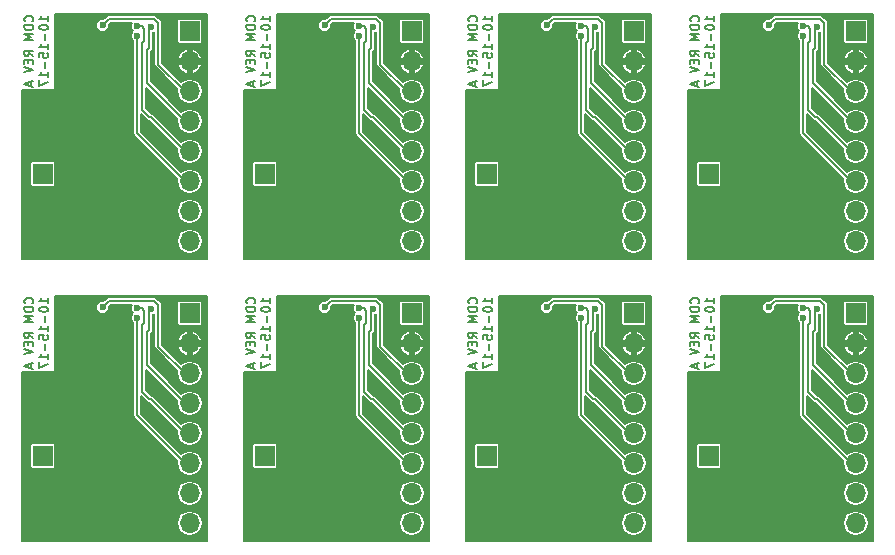
<source format=gbl>
G04 #@! TF.FileFunction,Copper,L2,Bot,Signal*
%FSLAX46Y46*%
G04 Gerber Fmt 4.6, Leading zero omitted, Abs format (unit mm)*
G04 Created by KiCad (PCBNEW 4.0.5+dfsg1-4) date Fri Mar 30 22:23:14 2018*
%MOMM*%
%LPD*%
G01*
G04 APERTURE LIST*
%ADD10C,0.100000*%
%ADD11C,0.150000*%
%ADD12R,1.700000X1.700000*%
%ADD13O,1.700000X1.700000*%
%ADD14C,0.600000*%
%ADD15C,0.203200*%
%ADD16C,0.152400*%
G04 APERTURE END LIST*
D10*
D11*
X159142357Y-78653000D02*
X159178071Y-78617286D01*
X159213786Y-78510143D01*
X159213786Y-78438714D01*
X159178071Y-78331571D01*
X159106643Y-78260143D01*
X159035214Y-78224428D01*
X158892357Y-78188714D01*
X158785214Y-78188714D01*
X158642357Y-78224428D01*
X158570929Y-78260143D01*
X158499500Y-78331571D01*
X158463786Y-78438714D01*
X158463786Y-78510143D01*
X158499500Y-78617286D01*
X158535214Y-78653000D01*
X159213786Y-78974428D02*
X158463786Y-78974428D01*
X158463786Y-79153000D01*
X158499500Y-79260143D01*
X158570929Y-79331571D01*
X158642357Y-79367286D01*
X158785214Y-79403000D01*
X158892357Y-79403000D01*
X159035214Y-79367286D01*
X159106643Y-79331571D01*
X159178071Y-79260143D01*
X159213786Y-79153000D01*
X159213786Y-78974428D01*
X159213786Y-79724428D02*
X158463786Y-79724428D01*
X158999500Y-79974428D01*
X158463786Y-80224428D01*
X159213786Y-80224428D01*
X159213786Y-81581572D02*
X158856643Y-81331572D01*
X159213786Y-81153000D02*
X158463786Y-81153000D01*
X158463786Y-81438715D01*
X158499500Y-81510143D01*
X158535214Y-81545858D01*
X158606643Y-81581572D01*
X158713786Y-81581572D01*
X158785214Y-81545858D01*
X158820929Y-81510143D01*
X158856643Y-81438715D01*
X158856643Y-81153000D01*
X158820929Y-81903000D02*
X158820929Y-82153000D01*
X159213786Y-82260143D02*
X159213786Y-81903000D01*
X158463786Y-81903000D01*
X158463786Y-82260143D01*
X158463786Y-82474429D02*
X159213786Y-82724429D01*
X158463786Y-82974429D01*
X158999500Y-83760143D02*
X158999500Y-84117286D01*
X159213786Y-83688715D02*
X158463786Y-83938715D01*
X159213786Y-84188715D01*
X160488786Y-78653000D02*
X160488786Y-78224428D01*
X160488786Y-78438714D02*
X159738786Y-78438714D01*
X159845929Y-78367285D01*
X159917357Y-78295857D01*
X159953071Y-78224428D01*
X159738786Y-79117286D02*
X159738786Y-79188714D01*
X159774500Y-79260143D01*
X159810214Y-79295857D01*
X159881643Y-79331571D01*
X160024500Y-79367286D01*
X160203071Y-79367286D01*
X160345929Y-79331571D01*
X160417357Y-79295857D01*
X160453071Y-79260143D01*
X160488786Y-79188714D01*
X160488786Y-79117286D01*
X160453071Y-79045857D01*
X160417357Y-79010143D01*
X160345929Y-78974428D01*
X160203071Y-78938714D01*
X160024500Y-78938714D01*
X159881643Y-78974428D01*
X159810214Y-79010143D01*
X159774500Y-79045857D01*
X159738786Y-79117286D01*
X160203071Y-79688714D02*
X160203071Y-80260143D01*
X160488786Y-81010143D02*
X160488786Y-80581571D01*
X160488786Y-80795857D02*
X159738786Y-80795857D01*
X159845929Y-80724428D01*
X159917357Y-80653000D01*
X159953071Y-80581571D01*
X159738786Y-81688714D02*
X159738786Y-81331571D01*
X160095929Y-81295857D01*
X160060214Y-81331571D01*
X160024500Y-81403000D01*
X160024500Y-81581571D01*
X160060214Y-81653000D01*
X160095929Y-81688714D01*
X160167357Y-81724429D01*
X160345929Y-81724429D01*
X160417357Y-81688714D01*
X160453071Y-81653000D01*
X160488786Y-81581571D01*
X160488786Y-81403000D01*
X160453071Y-81331571D01*
X160417357Y-81295857D01*
X160203071Y-82045857D02*
X160203071Y-82617286D01*
X160488786Y-83367286D02*
X160488786Y-82938714D01*
X160488786Y-83153000D02*
X159738786Y-83153000D01*
X159845929Y-83081571D01*
X159917357Y-83010143D01*
X159953071Y-82938714D01*
X159738786Y-83617286D02*
X159738786Y-84117286D01*
X160488786Y-83795857D01*
X159142357Y-54777000D02*
X159178071Y-54741286D01*
X159213786Y-54634143D01*
X159213786Y-54562714D01*
X159178071Y-54455571D01*
X159106643Y-54384143D01*
X159035214Y-54348428D01*
X158892357Y-54312714D01*
X158785214Y-54312714D01*
X158642357Y-54348428D01*
X158570929Y-54384143D01*
X158499500Y-54455571D01*
X158463786Y-54562714D01*
X158463786Y-54634143D01*
X158499500Y-54741286D01*
X158535214Y-54777000D01*
X159213786Y-55098428D02*
X158463786Y-55098428D01*
X158463786Y-55277000D01*
X158499500Y-55384143D01*
X158570929Y-55455571D01*
X158642357Y-55491286D01*
X158785214Y-55527000D01*
X158892357Y-55527000D01*
X159035214Y-55491286D01*
X159106643Y-55455571D01*
X159178071Y-55384143D01*
X159213786Y-55277000D01*
X159213786Y-55098428D01*
X159213786Y-55848428D02*
X158463786Y-55848428D01*
X158999500Y-56098428D01*
X158463786Y-56348428D01*
X159213786Y-56348428D01*
X159213786Y-57705572D02*
X158856643Y-57455572D01*
X159213786Y-57277000D02*
X158463786Y-57277000D01*
X158463786Y-57562715D01*
X158499500Y-57634143D01*
X158535214Y-57669858D01*
X158606643Y-57705572D01*
X158713786Y-57705572D01*
X158785214Y-57669858D01*
X158820929Y-57634143D01*
X158856643Y-57562715D01*
X158856643Y-57277000D01*
X158820929Y-58027000D02*
X158820929Y-58277000D01*
X159213786Y-58384143D02*
X159213786Y-58027000D01*
X158463786Y-58027000D01*
X158463786Y-58384143D01*
X158463786Y-58598429D02*
X159213786Y-58848429D01*
X158463786Y-59098429D01*
X158999500Y-59884143D02*
X158999500Y-60241286D01*
X159213786Y-59812715D02*
X158463786Y-60062715D01*
X159213786Y-60312715D01*
X160488786Y-54777000D02*
X160488786Y-54348428D01*
X160488786Y-54562714D02*
X159738786Y-54562714D01*
X159845929Y-54491285D01*
X159917357Y-54419857D01*
X159953071Y-54348428D01*
X159738786Y-55241286D02*
X159738786Y-55312714D01*
X159774500Y-55384143D01*
X159810214Y-55419857D01*
X159881643Y-55455571D01*
X160024500Y-55491286D01*
X160203071Y-55491286D01*
X160345929Y-55455571D01*
X160417357Y-55419857D01*
X160453071Y-55384143D01*
X160488786Y-55312714D01*
X160488786Y-55241286D01*
X160453071Y-55169857D01*
X160417357Y-55134143D01*
X160345929Y-55098428D01*
X160203071Y-55062714D01*
X160024500Y-55062714D01*
X159881643Y-55098428D01*
X159810214Y-55134143D01*
X159774500Y-55169857D01*
X159738786Y-55241286D01*
X160203071Y-55812714D02*
X160203071Y-56384143D01*
X160488786Y-57134143D02*
X160488786Y-56705571D01*
X160488786Y-56919857D02*
X159738786Y-56919857D01*
X159845929Y-56848428D01*
X159917357Y-56777000D01*
X159953071Y-56705571D01*
X159738786Y-57812714D02*
X159738786Y-57455571D01*
X160095929Y-57419857D01*
X160060214Y-57455571D01*
X160024500Y-57527000D01*
X160024500Y-57705571D01*
X160060214Y-57777000D01*
X160095929Y-57812714D01*
X160167357Y-57848429D01*
X160345929Y-57848429D01*
X160417357Y-57812714D01*
X160453071Y-57777000D01*
X160488786Y-57705571D01*
X160488786Y-57527000D01*
X160453071Y-57455571D01*
X160417357Y-57419857D01*
X160203071Y-58169857D02*
X160203071Y-58741286D01*
X160488786Y-59491286D02*
X160488786Y-59062714D01*
X160488786Y-59277000D02*
X159738786Y-59277000D01*
X159845929Y-59205571D01*
X159917357Y-59134143D01*
X159953071Y-59062714D01*
X159738786Y-59741286D02*
X159738786Y-60241286D01*
X160488786Y-59919857D01*
X140346357Y-54777000D02*
X140382071Y-54741286D01*
X140417786Y-54634143D01*
X140417786Y-54562714D01*
X140382071Y-54455571D01*
X140310643Y-54384143D01*
X140239214Y-54348428D01*
X140096357Y-54312714D01*
X139989214Y-54312714D01*
X139846357Y-54348428D01*
X139774929Y-54384143D01*
X139703500Y-54455571D01*
X139667786Y-54562714D01*
X139667786Y-54634143D01*
X139703500Y-54741286D01*
X139739214Y-54777000D01*
X140417786Y-55098428D02*
X139667786Y-55098428D01*
X139667786Y-55277000D01*
X139703500Y-55384143D01*
X139774929Y-55455571D01*
X139846357Y-55491286D01*
X139989214Y-55527000D01*
X140096357Y-55527000D01*
X140239214Y-55491286D01*
X140310643Y-55455571D01*
X140382071Y-55384143D01*
X140417786Y-55277000D01*
X140417786Y-55098428D01*
X140417786Y-55848428D02*
X139667786Y-55848428D01*
X140203500Y-56098428D01*
X139667786Y-56348428D01*
X140417786Y-56348428D01*
X140417786Y-57705572D02*
X140060643Y-57455572D01*
X140417786Y-57277000D02*
X139667786Y-57277000D01*
X139667786Y-57562715D01*
X139703500Y-57634143D01*
X139739214Y-57669858D01*
X139810643Y-57705572D01*
X139917786Y-57705572D01*
X139989214Y-57669858D01*
X140024929Y-57634143D01*
X140060643Y-57562715D01*
X140060643Y-57277000D01*
X140024929Y-58027000D02*
X140024929Y-58277000D01*
X140417786Y-58384143D02*
X140417786Y-58027000D01*
X139667786Y-58027000D01*
X139667786Y-58384143D01*
X139667786Y-58598429D02*
X140417786Y-58848429D01*
X139667786Y-59098429D01*
X140203500Y-59884143D02*
X140203500Y-60241286D01*
X140417786Y-59812715D02*
X139667786Y-60062715D01*
X140417786Y-60312715D01*
X141692786Y-54777000D02*
X141692786Y-54348428D01*
X141692786Y-54562714D02*
X140942786Y-54562714D01*
X141049929Y-54491285D01*
X141121357Y-54419857D01*
X141157071Y-54348428D01*
X140942786Y-55241286D02*
X140942786Y-55312714D01*
X140978500Y-55384143D01*
X141014214Y-55419857D01*
X141085643Y-55455571D01*
X141228500Y-55491286D01*
X141407071Y-55491286D01*
X141549929Y-55455571D01*
X141621357Y-55419857D01*
X141657071Y-55384143D01*
X141692786Y-55312714D01*
X141692786Y-55241286D01*
X141657071Y-55169857D01*
X141621357Y-55134143D01*
X141549929Y-55098428D01*
X141407071Y-55062714D01*
X141228500Y-55062714D01*
X141085643Y-55098428D01*
X141014214Y-55134143D01*
X140978500Y-55169857D01*
X140942786Y-55241286D01*
X141407071Y-55812714D02*
X141407071Y-56384143D01*
X141692786Y-57134143D02*
X141692786Y-56705571D01*
X141692786Y-56919857D02*
X140942786Y-56919857D01*
X141049929Y-56848428D01*
X141121357Y-56777000D01*
X141157071Y-56705571D01*
X140942786Y-57812714D02*
X140942786Y-57455571D01*
X141299929Y-57419857D01*
X141264214Y-57455571D01*
X141228500Y-57527000D01*
X141228500Y-57705571D01*
X141264214Y-57777000D01*
X141299929Y-57812714D01*
X141371357Y-57848429D01*
X141549929Y-57848429D01*
X141621357Y-57812714D01*
X141657071Y-57777000D01*
X141692786Y-57705571D01*
X141692786Y-57527000D01*
X141657071Y-57455571D01*
X141621357Y-57419857D01*
X141407071Y-58169857D02*
X141407071Y-58741286D01*
X141692786Y-59491286D02*
X141692786Y-59062714D01*
X141692786Y-59277000D02*
X140942786Y-59277000D01*
X141049929Y-59205571D01*
X141121357Y-59134143D01*
X141157071Y-59062714D01*
X140942786Y-59741286D02*
X140942786Y-60241286D01*
X141692786Y-59919857D01*
X140346357Y-78653000D02*
X140382071Y-78617286D01*
X140417786Y-78510143D01*
X140417786Y-78438714D01*
X140382071Y-78331571D01*
X140310643Y-78260143D01*
X140239214Y-78224428D01*
X140096357Y-78188714D01*
X139989214Y-78188714D01*
X139846357Y-78224428D01*
X139774929Y-78260143D01*
X139703500Y-78331571D01*
X139667786Y-78438714D01*
X139667786Y-78510143D01*
X139703500Y-78617286D01*
X139739214Y-78653000D01*
X140417786Y-78974428D02*
X139667786Y-78974428D01*
X139667786Y-79153000D01*
X139703500Y-79260143D01*
X139774929Y-79331571D01*
X139846357Y-79367286D01*
X139989214Y-79403000D01*
X140096357Y-79403000D01*
X140239214Y-79367286D01*
X140310643Y-79331571D01*
X140382071Y-79260143D01*
X140417786Y-79153000D01*
X140417786Y-78974428D01*
X140417786Y-79724428D02*
X139667786Y-79724428D01*
X140203500Y-79974428D01*
X139667786Y-80224428D01*
X140417786Y-80224428D01*
X140417786Y-81581572D02*
X140060643Y-81331572D01*
X140417786Y-81153000D02*
X139667786Y-81153000D01*
X139667786Y-81438715D01*
X139703500Y-81510143D01*
X139739214Y-81545858D01*
X139810643Y-81581572D01*
X139917786Y-81581572D01*
X139989214Y-81545858D01*
X140024929Y-81510143D01*
X140060643Y-81438715D01*
X140060643Y-81153000D01*
X140024929Y-81903000D02*
X140024929Y-82153000D01*
X140417786Y-82260143D02*
X140417786Y-81903000D01*
X139667786Y-81903000D01*
X139667786Y-82260143D01*
X139667786Y-82474429D02*
X140417786Y-82724429D01*
X139667786Y-82974429D01*
X140203500Y-83760143D02*
X140203500Y-84117286D01*
X140417786Y-83688715D02*
X139667786Y-83938715D01*
X140417786Y-84188715D01*
X141692786Y-78653000D02*
X141692786Y-78224428D01*
X141692786Y-78438714D02*
X140942786Y-78438714D01*
X141049929Y-78367285D01*
X141121357Y-78295857D01*
X141157071Y-78224428D01*
X140942786Y-79117286D02*
X140942786Y-79188714D01*
X140978500Y-79260143D01*
X141014214Y-79295857D01*
X141085643Y-79331571D01*
X141228500Y-79367286D01*
X141407071Y-79367286D01*
X141549929Y-79331571D01*
X141621357Y-79295857D01*
X141657071Y-79260143D01*
X141692786Y-79188714D01*
X141692786Y-79117286D01*
X141657071Y-79045857D01*
X141621357Y-79010143D01*
X141549929Y-78974428D01*
X141407071Y-78938714D01*
X141228500Y-78938714D01*
X141085643Y-78974428D01*
X141014214Y-79010143D01*
X140978500Y-79045857D01*
X140942786Y-79117286D01*
X141407071Y-79688714D02*
X141407071Y-80260143D01*
X141692786Y-81010143D02*
X141692786Y-80581571D01*
X141692786Y-80795857D02*
X140942786Y-80795857D01*
X141049929Y-80724428D01*
X141121357Y-80653000D01*
X141157071Y-80581571D01*
X140942786Y-81688714D02*
X140942786Y-81331571D01*
X141299929Y-81295857D01*
X141264214Y-81331571D01*
X141228500Y-81403000D01*
X141228500Y-81581571D01*
X141264214Y-81653000D01*
X141299929Y-81688714D01*
X141371357Y-81724429D01*
X141549929Y-81724429D01*
X141621357Y-81688714D01*
X141657071Y-81653000D01*
X141692786Y-81581571D01*
X141692786Y-81403000D01*
X141657071Y-81331571D01*
X141621357Y-81295857D01*
X141407071Y-82045857D02*
X141407071Y-82617286D01*
X141692786Y-83367286D02*
X141692786Y-82938714D01*
X141692786Y-83153000D02*
X140942786Y-83153000D01*
X141049929Y-83081571D01*
X141121357Y-83010143D01*
X141157071Y-82938714D01*
X140942786Y-83617286D02*
X140942786Y-84117286D01*
X141692786Y-83795857D01*
X121550357Y-54777000D02*
X121586071Y-54741286D01*
X121621786Y-54634143D01*
X121621786Y-54562714D01*
X121586071Y-54455571D01*
X121514643Y-54384143D01*
X121443214Y-54348428D01*
X121300357Y-54312714D01*
X121193214Y-54312714D01*
X121050357Y-54348428D01*
X120978929Y-54384143D01*
X120907500Y-54455571D01*
X120871786Y-54562714D01*
X120871786Y-54634143D01*
X120907500Y-54741286D01*
X120943214Y-54777000D01*
X121621786Y-55098428D02*
X120871786Y-55098428D01*
X120871786Y-55277000D01*
X120907500Y-55384143D01*
X120978929Y-55455571D01*
X121050357Y-55491286D01*
X121193214Y-55527000D01*
X121300357Y-55527000D01*
X121443214Y-55491286D01*
X121514643Y-55455571D01*
X121586071Y-55384143D01*
X121621786Y-55277000D01*
X121621786Y-55098428D01*
X121621786Y-55848428D02*
X120871786Y-55848428D01*
X121407500Y-56098428D01*
X120871786Y-56348428D01*
X121621786Y-56348428D01*
X121621786Y-57705572D02*
X121264643Y-57455572D01*
X121621786Y-57277000D02*
X120871786Y-57277000D01*
X120871786Y-57562715D01*
X120907500Y-57634143D01*
X120943214Y-57669858D01*
X121014643Y-57705572D01*
X121121786Y-57705572D01*
X121193214Y-57669858D01*
X121228929Y-57634143D01*
X121264643Y-57562715D01*
X121264643Y-57277000D01*
X121228929Y-58027000D02*
X121228929Y-58277000D01*
X121621786Y-58384143D02*
X121621786Y-58027000D01*
X120871786Y-58027000D01*
X120871786Y-58384143D01*
X120871786Y-58598429D02*
X121621786Y-58848429D01*
X120871786Y-59098429D01*
X121407500Y-59884143D02*
X121407500Y-60241286D01*
X121621786Y-59812715D02*
X120871786Y-60062715D01*
X121621786Y-60312715D01*
X122896786Y-54777000D02*
X122896786Y-54348428D01*
X122896786Y-54562714D02*
X122146786Y-54562714D01*
X122253929Y-54491285D01*
X122325357Y-54419857D01*
X122361071Y-54348428D01*
X122146786Y-55241286D02*
X122146786Y-55312714D01*
X122182500Y-55384143D01*
X122218214Y-55419857D01*
X122289643Y-55455571D01*
X122432500Y-55491286D01*
X122611071Y-55491286D01*
X122753929Y-55455571D01*
X122825357Y-55419857D01*
X122861071Y-55384143D01*
X122896786Y-55312714D01*
X122896786Y-55241286D01*
X122861071Y-55169857D01*
X122825357Y-55134143D01*
X122753929Y-55098428D01*
X122611071Y-55062714D01*
X122432500Y-55062714D01*
X122289643Y-55098428D01*
X122218214Y-55134143D01*
X122182500Y-55169857D01*
X122146786Y-55241286D01*
X122611071Y-55812714D02*
X122611071Y-56384143D01*
X122896786Y-57134143D02*
X122896786Y-56705571D01*
X122896786Y-56919857D02*
X122146786Y-56919857D01*
X122253929Y-56848428D01*
X122325357Y-56777000D01*
X122361071Y-56705571D01*
X122146786Y-57812714D02*
X122146786Y-57455571D01*
X122503929Y-57419857D01*
X122468214Y-57455571D01*
X122432500Y-57527000D01*
X122432500Y-57705571D01*
X122468214Y-57777000D01*
X122503929Y-57812714D01*
X122575357Y-57848429D01*
X122753929Y-57848429D01*
X122825357Y-57812714D01*
X122861071Y-57777000D01*
X122896786Y-57705571D01*
X122896786Y-57527000D01*
X122861071Y-57455571D01*
X122825357Y-57419857D01*
X122611071Y-58169857D02*
X122611071Y-58741286D01*
X122896786Y-59491286D02*
X122896786Y-59062714D01*
X122896786Y-59277000D02*
X122146786Y-59277000D01*
X122253929Y-59205571D01*
X122325357Y-59134143D01*
X122361071Y-59062714D01*
X122146786Y-59741286D02*
X122146786Y-60241286D01*
X122896786Y-59919857D01*
X121550357Y-78653000D02*
X121586071Y-78617286D01*
X121621786Y-78510143D01*
X121621786Y-78438714D01*
X121586071Y-78331571D01*
X121514643Y-78260143D01*
X121443214Y-78224428D01*
X121300357Y-78188714D01*
X121193214Y-78188714D01*
X121050357Y-78224428D01*
X120978929Y-78260143D01*
X120907500Y-78331571D01*
X120871786Y-78438714D01*
X120871786Y-78510143D01*
X120907500Y-78617286D01*
X120943214Y-78653000D01*
X121621786Y-78974428D02*
X120871786Y-78974428D01*
X120871786Y-79153000D01*
X120907500Y-79260143D01*
X120978929Y-79331571D01*
X121050357Y-79367286D01*
X121193214Y-79403000D01*
X121300357Y-79403000D01*
X121443214Y-79367286D01*
X121514643Y-79331571D01*
X121586071Y-79260143D01*
X121621786Y-79153000D01*
X121621786Y-78974428D01*
X121621786Y-79724428D02*
X120871786Y-79724428D01*
X121407500Y-79974428D01*
X120871786Y-80224428D01*
X121621786Y-80224428D01*
X121621786Y-81581572D02*
X121264643Y-81331572D01*
X121621786Y-81153000D02*
X120871786Y-81153000D01*
X120871786Y-81438715D01*
X120907500Y-81510143D01*
X120943214Y-81545858D01*
X121014643Y-81581572D01*
X121121786Y-81581572D01*
X121193214Y-81545858D01*
X121228929Y-81510143D01*
X121264643Y-81438715D01*
X121264643Y-81153000D01*
X121228929Y-81903000D02*
X121228929Y-82153000D01*
X121621786Y-82260143D02*
X121621786Y-81903000D01*
X120871786Y-81903000D01*
X120871786Y-82260143D01*
X120871786Y-82474429D02*
X121621786Y-82724429D01*
X120871786Y-82974429D01*
X121407500Y-83760143D02*
X121407500Y-84117286D01*
X121621786Y-83688715D02*
X120871786Y-83938715D01*
X121621786Y-84188715D01*
X122896786Y-78653000D02*
X122896786Y-78224428D01*
X122896786Y-78438714D02*
X122146786Y-78438714D01*
X122253929Y-78367285D01*
X122325357Y-78295857D01*
X122361071Y-78224428D01*
X122146786Y-79117286D02*
X122146786Y-79188714D01*
X122182500Y-79260143D01*
X122218214Y-79295857D01*
X122289643Y-79331571D01*
X122432500Y-79367286D01*
X122611071Y-79367286D01*
X122753929Y-79331571D01*
X122825357Y-79295857D01*
X122861071Y-79260143D01*
X122896786Y-79188714D01*
X122896786Y-79117286D01*
X122861071Y-79045857D01*
X122825357Y-79010143D01*
X122753929Y-78974428D01*
X122611071Y-78938714D01*
X122432500Y-78938714D01*
X122289643Y-78974428D01*
X122218214Y-79010143D01*
X122182500Y-79045857D01*
X122146786Y-79117286D01*
X122611071Y-79688714D02*
X122611071Y-80260143D01*
X122896786Y-81010143D02*
X122896786Y-80581571D01*
X122896786Y-80795857D02*
X122146786Y-80795857D01*
X122253929Y-80724428D01*
X122325357Y-80653000D01*
X122361071Y-80581571D01*
X122146786Y-81688714D02*
X122146786Y-81331571D01*
X122503929Y-81295857D01*
X122468214Y-81331571D01*
X122432500Y-81403000D01*
X122432500Y-81581571D01*
X122468214Y-81653000D01*
X122503929Y-81688714D01*
X122575357Y-81724429D01*
X122753929Y-81724429D01*
X122825357Y-81688714D01*
X122861071Y-81653000D01*
X122896786Y-81581571D01*
X122896786Y-81403000D01*
X122861071Y-81331571D01*
X122825357Y-81295857D01*
X122611071Y-82045857D02*
X122611071Y-82617286D01*
X122896786Y-83367286D02*
X122896786Y-82938714D01*
X122896786Y-83153000D02*
X122146786Y-83153000D01*
X122253929Y-83081571D01*
X122325357Y-83010143D01*
X122361071Y-82938714D01*
X122146786Y-83617286D02*
X122146786Y-84117286D01*
X122896786Y-83795857D01*
X102754357Y-78653000D02*
X102790071Y-78617286D01*
X102825786Y-78510143D01*
X102825786Y-78438714D01*
X102790071Y-78331571D01*
X102718643Y-78260143D01*
X102647214Y-78224428D01*
X102504357Y-78188714D01*
X102397214Y-78188714D01*
X102254357Y-78224428D01*
X102182929Y-78260143D01*
X102111500Y-78331571D01*
X102075786Y-78438714D01*
X102075786Y-78510143D01*
X102111500Y-78617286D01*
X102147214Y-78653000D01*
X102825786Y-78974428D02*
X102075786Y-78974428D01*
X102075786Y-79153000D01*
X102111500Y-79260143D01*
X102182929Y-79331571D01*
X102254357Y-79367286D01*
X102397214Y-79403000D01*
X102504357Y-79403000D01*
X102647214Y-79367286D01*
X102718643Y-79331571D01*
X102790071Y-79260143D01*
X102825786Y-79153000D01*
X102825786Y-78974428D01*
X102825786Y-79724428D02*
X102075786Y-79724428D01*
X102611500Y-79974428D01*
X102075786Y-80224428D01*
X102825786Y-80224428D01*
X102825786Y-81581572D02*
X102468643Y-81331572D01*
X102825786Y-81153000D02*
X102075786Y-81153000D01*
X102075786Y-81438715D01*
X102111500Y-81510143D01*
X102147214Y-81545858D01*
X102218643Y-81581572D01*
X102325786Y-81581572D01*
X102397214Y-81545858D01*
X102432929Y-81510143D01*
X102468643Y-81438715D01*
X102468643Y-81153000D01*
X102432929Y-81903000D02*
X102432929Y-82153000D01*
X102825786Y-82260143D02*
X102825786Y-81903000D01*
X102075786Y-81903000D01*
X102075786Y-82260143D01*
X102075786Y-82474429D02*
X102825786Y-82724429D01*
X102075786Y-82974429D01*
X102611500Y-83760143D02*
X102611500Y-84117286D01*
X102825786Y-83688715D02*
X102075786Y-83938715D01*
X102825786Y-84188715D01*
X104100786Y-78653000D02*
X104100786Y-78224428D01*
X104100786Y-78438714D02*
X103350786Y-78438714D01*
X103457929Y-78367285D01*
X103529357Y-78295857D01*
X103565071Y-78224428D01*
X103350786Y-79117286D02*
X103350786Y-79188714D01*
X103386500Y-79260143D01*
X103422214Y-79295857D01*
X103493643Y-79331571D01*
X103636500Y-79367286D01*
X103815071Y-79367286D01*
X103957929Y-79331571D01*
X104029357Y-79295857D01*
X104065071Y-79260143D01*
X104100786Y-79188714D01*
X104100786Y-79117286D01*
X104065071Y-79045857D01*
X104029357Y-79010143D01*
X103957929Y-78974428D01*
X103815071Y-78938714D01*
X103636500Y-78938714D01*
X103493643Y-78974428D01*
X103422214Y-79010143D01*
X103386500Y-79045857D01*
X103350786Y-79117286D01*
X103815071Y-79688714D02*
X103815071Y-80260143D01*
X104100786Y-81010143D02*
X104100786Y-80581571D01*
X104100786Y-80795857D02*
X103350786Y-80795857D01*
X103457929Y-80724428D01*
X103529357Y-80653000D01*
X103565071Y-80581571D01*
X103350786Y-81688714D02*
X103350786Y-81331571D01*
X103707929Y-81295857D01*
X103672214Y-81331571D01*
X103636500Y-81403000D01*
X103636500Y-81581571D01*
X103672214Y-81653000D01*
X103707929Y-81688714D01*
X103779357Y-81724429D01*
X103957929Y-81724429D01*
X104029357Y-81688714D01*
X104065071Y-81653000D01*
X104100786Y-81581571D01*
X104100786Y-81403000D01*
X104065071Y-81331571D01*
X104029357Y-81295857D01*
X103815071Y-82045857D02*
X103815071Y-82617286D01*
X104100786Y-83367286D02*
X104100786Y-82938714D01*
X104100786Y-83153000D02*
X103350786Y-83153000D01*
X103457929Y-83081571D01*
X103529357Y-83010143D01*
X103565071Y-82938714D01*
X103350786Y-83617286D02*
X103350786Y-84117286D01*
X104100786Y-83795857D01*
X102754357Y-54777000D02*
X102790071Y-54741286D01*
X102825786Y-54634143D01*
X102825786Y-54562714D01*
X102790071Y-54455571D01*
X102718643Y-54384143D01*
X102647214Y-54348428D01*
X102504357Y-54312714D01*
X102397214Y-54312714D01*
X102254357Y-54348428D01*
X102182929Y-54384143D01*
X102111500Y-54455571D01*
X102075786Y-54562714D01*
X102075786Y-54634143D01*
X102111500Y-54741286D01*
X102147214Y-54777000D01*
X102825786Y-55098428D02*
X102075786Y-55098428D01*
X102075786Y-55277000D01*
X102111500Y-55384143D01*
X102182929Y-55455571D01*
X102254357Y-55491286D01*
X102397214Y-55527000D01*
X102504357Y-55527000D01*
X102647214Y-55491286D01*
X102718643Y-55455571D01*
X102790071Y-55384143D01*
X102825786Y-55277000D01*
X102825786Y-55098428D01*
X102825786Y-55848428D02*
X102075786Y-55848428D01*
X102611500Y-56098428D01*
X102075786Y-56348428D01*
X102825786Y-56348428D01*
X102825786Y-57705572D02*
X102468643Y-57455572D01*
X102825786Y-57277000D02*
X102075786Y-57277000D01*
X102075786Y-57562715D01*
X102111500Y-57634143D01*
X102147214Y-57669858D01*
X102218643Y-57705572D01*
X102325786Y-57705572D01*
X102397214Y-57669858D01*
X102432929Y-57634143D01*
X102468643Y-57562715D01*
X102468643Y-57277000D01*
X102432929Y-58027000D02*
X102432929Y-58277000D01*
X102825786Y-58384143D02*
X102825786Y-58027000D01*
X102075786Y-58027000D01*
X102075786Y-58384143D01*
X102075786Y-58598429D02*
X102825786Y-58848429D01*
X102075786Y-59098429D01*
X102611500Y-59884143D02*
X102611500Y-60241286D01*
X102825786Y-59812715D02*
X102075786Y-60062715D01*
X102825786Y-60312715D01*
X104100786Y-54777000D02*
X104100786Y-54348428D01*
X104100786Y-54562714D02*
X103350786Y-54562714D01*
X103457929Y-54491285D01*
X103529357Y-54419857D01*
X103565071Y-54348428D01*
X103350786Y-55241286D02*
X103350786Y-55312714D01*
X103386500Y-55384143D01*
X103422214Y-55419857D01*
X103493643Y-55455571D01*
X103636500Y-55491286D01*
X103815071Y-55491286D01*
X103957929Y-55455571D01*
X104029357Y-55419857D01*
X104065071Y-55384143D01*
X104100786Y-55312714D01*
X104100786Y-55241286D01*
X104065071Y-55169857D01*
X104029357Y-55134143D01*
X103957929Y-55098428D01*
X103815071Y-55062714D01*
X103636500Y-55062714D01*
X103493643Y-55098428D01*
X103422214Y-55134143D01*
X103386500Y-55169857D01*
X103350786Y-55241286D01*
X103815071Y-55812714D02*
X103815071Y-56384143D01*
X104100786Y-57134143D02*
X104100786Y-56705571D01*
X104100786Y-56919857D02*
X103350786Y-56919857D01*
X103457929Y-56848428D01*
X103529357Y-56777000D01*
X103565071Y-56705571D01*
X103350786Y-57812714D02*
X103350786Y-57455571D01*
X103707929Y-57419857D01*
X103672214Y-57455571D01*
X103636500Y-57527000D01*
X103636500Y-57705571D01*
X103672214Y-57777000D01*
X103707929Y-57812714D01*
X103779357Y-57848429D01*
X103957929Y-57848429D01*
X104029357Y-57812714D01*
X104065071Y-57777000D01*
X104100786Y-57705571D01*
X104100786Y-57527000D01*
X104065071Y-57455571D01*
X104029357Y-57419857D01*
X103815071Y-58169857D02*
X103815071Y-58741286D01*
X104100786Y-59491286D02*
X104100786Y-59062714D01*
X104100786Y-59277000D02*
X103350786Y-59277000D01*
X103457929Y-59205571D01*
X103529357Y-59134143D01*
X103565071Y-59062714D01*
X103350786Y-59741286D02*
X103350786Y-60241286D01*
X104100786Y-59919857D01*
D12*
X172466000Y-79502000D03*
D13*
X172466000Y-82042000D03*
X172466000Y-84582000D03*
X172466000Y-87122000D03*
X172466000Y-89662000D03*
X172466000Y-92202000D03*
X172466000Y-94742000D03*
X172466000Y-97282000D03*
D12*
X172466000Y-55626000D03*
D13*
X172466000Y-58166000D03*
X172466000Y-60706000D03*
X172466000Y-63246000D03*
X172466000Y-65786000D03*
X172466000Y-68326000D03*
X172466000Y-70866000D03*
X172466000Y-73406000D03*
D14*
X163322000Y-88773000D03*
X163322000Y-91059000D03*
X165608000Y-89916000D03*
X165608000Y-88773000D03*
X163322000Y-89916000D03*
X163322000Y-92202000D03*
X165608000Y-87630001D03*
X161417000Y-94996000D03*
X160147000Y-97536000D03*
D12*
X160020000Y-91567000D03*
D14*
X161417000Y-97536000D03*
X164211000Y-97155000D03*
X162306000Y-94615000D03*
X162687000Y-97155000D03*
X163322000Y-94488000D03*
X165608000Y-93345000D03*
X165608000Y-92202000D03*
X165608000Y-91059000D03*
X165608000Y-94488000D03*
X165608000Y-97663000D03*
X165608000Y-95631000D03*
X167894000Y-95631000D03*
X167894000Y-92202000D03*
X167894000Y-89916000D03*
X167894000Y-91059000D03*
X161417000Y-73660000D03*
X164211000Y-73279000D03*
X163322000Y-70612000D03*
X162306000Y-70739000D03*
X162687000Y-73279000D03*
D12*
X160020000Y-67691000D03*
D14*
X163322000Y-64897000D03*
X163322000Y-66040000D03*
X161417000Y-71120000D03*
X160147000Y-73660000D03*
X165608000Y-63754001D03*
X165608000Y-64897000D03*
X167894000Y-68326000D03*
X165608000Y-66040000D03*
X167894000Y-66040000D03*
X167894000Y-67183000D03*
X165608000Y-69469000D03*
X165608000Y-67183000D03*
X163322000Y-68326000D03*
X163322000Y-67183000D03*
X165608000Y-68326000D03*
X167894000Y-71755000D03*
X165608000Y-73787000D03*
X165608000Y-71755000D03*
X165608000Y-70612000D03*
D12*
X153670000Y-79502000D03*
D13*
X153670000Y-82042000D03*
X153670000Y-84582000D03*
X153670000Y-87122000D03*
X153670000Y-89662000D03*
X153670000Y-92202000D03*
X153670000Y-94742000D03*
X153670000Y-97282000D03*
D12*
X153670000Y-55626000D03*
D13*
X153670000Y-58166000D03*
X153670000Y-60706000D03*
X153670000Y-63246000D03*
X153670000Y-65786000D03*
X153670000Y-68326000D03*
X153670000Y-70866000D03*
X153670000Y-73406000D03*
D12*
X141224000Y-67691000D03*
D14*
X144526000Y-68326000D03*
X144526000Y-67183000D03*
X146812000Y-67183000D03*
X149098000Y-68326000D03*
X149098000Y-67183000D03*
X146812000Y-68326000D03*
X146812000Y-63754001D03*
X146812000Y-64897000D03*
X146812000Y-66040000D03*
X149098000Y-66040000D03*
X144526000Y-64897000D03*
X144526000Y-66040000D03*
X143510000Y-70739000D03*
X142621000Y-71120000D03*
X146812000Y-70612000D03*
X149098000Y-71755000D03*
X142621000Y-73660000D03*
X143891000Y-73279000D03*
X141351000Y-73660000D03*
X144526000Y-70612000D03*
X146812000Y-69469000D03*
X146812000Y-71755000D03*
X145415000Y-73279000D03*
X146812000Y-73787000D03*
X149098000Y-95631000D03*
X146812000Y-97663000D03*
X146812000Y-88773000D03*
X146812000Y-87630001D03*
X146812000Y-89916000D03*
X149098000Y-89916000D03*
X146812000Y-91059000D03*
X149098000Y-92202000D03*
X149098000Y-91059000D03*
X146812000Y-92202000D03*
X146812000Y-95631000D03*
X146812000Y-94488000D03*
X146812000Y-93345000D03*
X142621000Y-97536000D03*
X141351000Y-97536000D03*
D12*
X141224000Y-91567000D03*
D14*
X144526000Y-88773000D03*
X144526000Y-92202000D03*
X144526000Y-89916000D03*
X144526000Y-91059000D03*
X144526000Y-94488000D03*
X145415000Y-97155000D03*
X143510000Y-94615000D03*
X143891000Y-97155000D03*
X142621000Y-94996000D03*
D12*
X134874000Y-55626000D03*
D13*
X134874000Y-58166000D03*
X134874000Y-60706000D03*
X134874000Y-63246000D03*
X134874000Y-65786000D03*
X134874000Y-68326000D03*
X134874000Y-70866000D03*
X134874000Y-73406000D03*
D12*
X134874000Y-79502000D03*
D13*
X134874000Y-82042000D03*
X134874000Y-84582000D03*
X134874000Y-87122000D03*
X134874000Y-89662000D03*
X134874000Y-92202000D03*
X134874000Y-94742000D03*
X134874000Y-97282000D03*
D12*
X122428000Y-67691000D03*
D14*
X124714000Y-70739000D03*
X123825000Y-71120000D03*
X125730000Y-70612000D03*
X123825000Y-73660000D03*
X125095000Y-73279000D03*
X122555000Y-73660000D03*
X128016000Y-70612000D03*
X126619000Y-73279000D03*
X130302000Y-71755000D03*
X128016000Y-73787000D03*
X128016000Y-71755000D03*
X130302000Y-67183000D03*
X130302000Y-68326000D03*
X130302000Y-66040000D03*
X128016000Y-66040000D03*
X125730000Y-64897000D03*
X125730000Y-67183000D03*
X128016000Y-64897000D03*
X125730000Y-66040000D03*
X128016000Y-63754001D03*
X128016000Y-67183000D03*
X128016000Y-69469000D03*
X128016000Y-68326000D03*
X125730000Y-68326000D03*
X128016000Y-95631000D03*
X128016000Y-94488000D03*
X128016000Y-92202000D03*
X128016000Y-93345000D03*
X128016000Y-88773000D03*
X128016000Y-87630001D03*
D12*
X122428000Y-91567000D03*
D14*
X125730000Y-88773000D03*
X125730000Y-91059000D03*
X125730000Y-89916000D03*
X125730000Y-92202000D03*
X125730000Y-94488000D03*
X126619000Y-97155000D03*
X124714000Y-94615000D03*
X125095000Y-97155000D03*
X128016000Y-97663000D03*
X123825000Y-94996000D03*
X122555000Y-97536000D03*
X123825000Y-97536000D03*
X130302000Y-92202000D03*
X130302000Y-95631000D03*
X130302000Y-91059000D03*
X130302000Y-89916000D03*
X128016000Y-89916000D03*
X128016000Y-91059000D03*
D12*
X116078000Y-79502000D03*
D13*
X116078000Y-82042000D03*
X116078000Y-84582000D03*
X116078000Y-87122000D03*
X116078000Y-89662000D03*
X116078000Y-92202000D03*
X116078000Y-94742000D03*
X116078000Y-97282000D03*
D14*
X105918000Y-94615000D03*
X105029000Y-94996000D03*
X111506000Y-91059000D03*
X111506000Y-92202000D03*
X106934000Y-94488000D03*
X109220000Y-94488000D03*
X109220000Y-93345000D03*
X107823000Y-97155000D03*
X105029000Y-97536000D03*
X103759000Y-97536000D03*
X106299000Y-97155000D03*
X109220000Y-95631000D03*
X111506000Y-95631000D03*
X109220000Y-97663000D03*
X109220000Y-91059000D03*
X109220000Y-92202000D03*
X109220000Y-89916000D03*
X109220000Y-88773000D03*
X111506000Y-89916000D03*
X109220000Y-87630001D03*
D12*
X103632000Y-91567000D03*
D14*
X106934000Y-92202000D03*
X106934000Y-89916000D03*
X106934000Y-91059000D03*
X106934000Y-88773000D03*
X105918000Y-70739000D03*
X105029000Y-71120000D03*
X103759000Y-73660000D03*
X105029000Y-73660000D03*
X106299000Y-73279000D03*
X107823000Y-73279000D03*
X109220000Y-73787000D03*
X106934000Y-64897000D03*
X106934000Y-66040000D03*
X106934000Y-67183000D03*
X106934000Y-68326000D03*
X106934000Y-70612000D03*
X111506000Y-71755000D03*
X111506000Y-68326000D03*
X111506000Y-67183000D03*
X111506000Y-66040000D03*
X109220000Y-71755000D03*
X109220000Y-70612000D03*
X109220000Y-69469000D03*
X109220000Y-68326000D03*
X109220000Y-63754001D03*
X109220000Y-64897000D03*
X109220000Y-66040000D03*
D12*
X103632000Y-67691000D03*
X116078000Y-55626000D03*
D13*
X116078000Y-58166000D03*
X116078000Y-60706000D03*
X116078000Y-63246000D03*
X116078000Y-65786000D03*
X116078000Y-68326000D03*
X116078000Y-70866000D03*
X116078000Y-73406000D03*
D14*
X109220000Y-67183000D03*
X166421500Y-81495500D03*
X164746500Y-83170500D03*
X166421500Y-83170500D03*
X164746500Y-81495500D03*
X164746500Y-59294500D03*
X166421500Y-57619500D03*
X166421500Y-59294500D03*
X164746500Y-57619500D03*
X147625500Y-57619500D03*
X145950500Y-57619500D03*
X147625500Y-59294500D03*
X145950500Y-59294500D03*
X145950500Y-81495500D03*
X147625500Y-83170500D03*
X145950500Y-83170500D03*
X147625500Y-81495500D03*
X128829500Y-83170500D03*
X127154500Y-83170500D03*
X128829500Y-81495500D03*
X127154500Y-81495500D03*
X127154500Y-59294500D03*
X128829500Y-57619500D03*
X128829500Y-59294500D03*
X127154500Y-57619500D03*
X108358500Y-83170500D03*
X110033500Y-81495500D03*
X108358500Y-81495500D03*
X110033500Y-83170500D03*
X110033500Y-59294500D03*
X108358500Y-59294500D03*
X108358500Y-57619500D03*
X110033500Y-57619500D03*
X165100000Y-78994000D03*
X165100000Y-55118000D03*
X146304000Y-55118000D03*
X146304000Y-78994000D03*
X127508000Y-78994000D03*
X127508000Y-55118000D03*
X108712000Y-78994000D03*
X108712000Y-55118000D03*
X169204884Y-79085846D03*
X169204884Y-55209846D03*
X150408884Y-55209846D03*
X150408884Y-79085846D03*
X131612884Y-79085846D03*
X131612884Y-55209846D03*
X112816884Y-79085846D03*
X112816884Y-55209846D03*
X168021000Y-79079797D03*
X168021000Y-55203797D03*
X149225000Y-55203797D03*
X149225000Y-79079797D03*
X130429000Y-79079797D03*
X130429000Y-55203797D03*
X111633000Y-79079797D03*
X111633000Y-55203797D03*
X168021000Y-79883000D03*
X168021000Y-56007000D03*
X149225000Y-56007000D03*
X149225000Y-79883000D03*
X130429000Y-79883000D03*
X130429000Y-56007000D03*
X111633000Y-79883000D03*
X111633000Y-56007000D03*
D15*
X172085000Y-84582000D02*
X169809685Y-82306685D01*
X169809685Y-82306685D02*
X169809685Y-78795541D01*
X169809685Y-78795541D02*
X169489140Y-78474996D01*
X165619004Y-78474996D02*
X165100000Y-78994000D01*
X169489140Y-78474996D02*
X165619004Y-78474996D01*
X165619004Y-54598996D02*
X165100000Y-55118000D01*
X169809685Y-54919541D02*
X169489140Y-54598996D01*
X169809685Y-58430685D02*
X169809685Y-54919541D01*
X169489140Y-54598996D02*
X165619004Y-54598996D01*
X172085000Y-60706000D02*
X169809685Y-58430685D01*
X153289000Y-60706000D02*
X151013685Y-58430685D01*
X151013685Y-54919541D02*
X150693140Y-54598996D01*
X146823004Y-54598996D02*
X146304000Y-55118000D01*
X151013685Y-58430685D02*
X151013685Y-54919541D01*
X150693140Y-54598996D02*
X146823004Y-54598996D01*
X151013685Y-78795541D02*
X150693140Y-78474996D01*
X150693140Y-78474996D02*
X146823004Y-78474996D01*
X146823004Y-78474996D02*
X146304000Y-78994000D01*
X153289000Y-84582000D02*
X151013685Y-82306685D01*
X151013685Y-82306685D02*
X151013685Y-78795541D01*
X128027004Y-54598996D02*
X127508000Y-55118000D01*
X132217685Y-58430685D02*
X132217685Y-54919541D01*
X134493000Y-60706000D02*
X132217685Y-58430685D01*
X132217685Y-54919541D02*
X131897140Y-54598996D01*
X131897140Y-54598996D02*
X128027004Y-54598996D01*
X134493000Y-84582000D02*
X132217685Y-82306685D01*
X132217685Y-78795541D02*
X131897140Y-78474996D01*
X132217685Y-82306685D02*
X132217685Y-78795541D01*
X131897140Y-78474996D02*
X128027004Y-78474996D01*
X128027004Y-78474996D02*
X127508000Y-78994000D01*
X113101140Y-78474996D02*
X109231004Y-78474996D01*
X113421685Y-82306685D02*
X113421685Y-78795541D01*
X113421685Y-78795541D02*
X113101140Y-78474996D01*
X109231004Y-78474996D02*
X108712000Y-78994000D01*
X115697000Y-84582000D02*
X113421685Y-82306685D01*
X115697000Y-60706000D02*
X113421685Y-58430685D01*
X113421685Y-58430685D02*
X113421685Y-54919541D01*
X113421685Y-54919541D02*
X113101140Y-54598996D01*
X113101140Y-54598996D02*
X109231004Y-54598996D01*
X109231004Y-54598996D02*
X108712000Y-55118000D01*
X168833820Y-81102180D02*
X168833820Y-83870820D01*
X169204884Y-79085846D02*
X169032211Y-79258519D01*
X168833820Y-83870820D02*
X172085000Y-87122000D01*
X169032211Y-79258519D02*
X169032211Y-80903789D01*
X169032211Y-80903789D02*
X168833820Y-81102180D01*
X168833820Y-59994820D02*
X172085000Y-63246000D01*
X169032211Y-55382519D02*
X169032211Y-57027789D01*
X169204884Y-55209846D02*
X169032211Y-55382519D01*
X169032211Y-57027789D02*
X168833820Y-57226180D01*
X168833820Y-57226180D02*
X168833820Y-59994820D01*
X150037820Y-59994820D02*
X153289000Y-63246000D01*
X150236211Y-55382519D02*
X150236211Y-57027789D01*
X150408884Y-55209846D02*
X150236211Y-55382519D01*
X150037820Y-57226180D02*
X150037820Y-59994820D01*
X150236211Y-57027789D02*
X150037820Y-57226180D01*
X150408884Y-79085846D02*
X150236211Y-79258519D01*
X150037820Y-83870820D02*
X153289000Y-87122000D01*
X150236211Y-79258519D02*
X150236211Y-80903789D01*
X150236211Y-80903789D02*
X150037820Y-81102180D01*
X150037820Y-81102180D02*
X150037820Y-83870820D01*
X131241820Y-57226180D02*
X131241820Y-59994820D01*
X131241820Y-59994820D02*
X134493000Y-63246000D01*
X131612884Y-55209846D02*
X131440211Y-55382519D01*
X131440211Y-57027789D02*
X131241820Y-57226180D01*
X131440211Y-55382519D02*
X131440211Y-57027789D01*
X131241820Y-81102180D02*
X131241820Y-83870820D01*
X131241820Y-83870820D02*
X134493000Y-87122000D01*
X131612884Y-79085846D02*
X131440211Y-79258519D01*
X131440211Y-79258519D02*
X131440211Y-80903789D01*
X131440211Y-80903789D02*
X131241820Y-81102180D01*
X112816884Y-79085846D02*
X112644211Y-79258519D01*
X112644211Y-79258519D02*
X112644211Y-80903789D01*
X112644211Y-80903789D02*
X112445820Y-81102180D01*
X112445820Y-83870820D02*
X115697000Y-87122000D01*
X112445820Y-81102180D02*
X112445820Y-83870820D01*
X112445820Y-57226180D02*
X112445820Y-59994820D01*
X112445820Y-59994820D02*
X115697000Y-63246000D01*
X112816884Y-55209846D02*
X112644211Y-55382519D01*
X112644211Y-55382519D02*
X112644211Y-57027789D01*
X112644211Y-57027789D02*
X112445820Y-57226180D01*
X168427410Y-86131410D02*
X168427410Y-80492590D01*
X169189410Y-86766410D02*
X172085000Y-89662000D01*
X169189410Y-86766410D02*
X169062410Y-86766410D01*
X169062410Y-86766410D02*
X168427410Y-86131410D01*
X168445264Y-79079797D02*
X168625801Y-79260334D01*
X168625801Y-79260334D02*
X168625801Y-80294199D01*
X168625801Y-80294199D02*
X168427410Y-80492590D01*
X168021000Y-79079797D02*
X168445264Y-79079797D01*
X169189410Y-62890410D02*
X172085000Y-65786000D01*
X168021000Y-55203797D02*
X168445264Y-55203797D01*
X168445264Y-55203797D02*
X168625801Y-55384334D01*
X168625801Y-55384334D02*
X168625801Y-56418199D01*
X169189410Y-62890410D02*
X169062410Y-62890410D01*
X168625801Y-56418199D02*
X168427410Y-56616590D01*
X168427410Y-62255410D02*
X168427410Y-56616590D01*
X169062410Y-62890410D02*
X168427410Y-62255410D01*
X150393410Y-62890410D02*
X153289000Y-65786000D01*
X149829801Y-55384334D02*
X149829801Y-56418199D01*
X149649264Y-55203797D02*
X149829801Y-55384334D01*
X149225000Y-55203797D02*
X149649264Y-55203797D01*
X149829801Y-56418199D02*
X149631410Y-56616590D01*
X150393410Y-62890410D02*
X150266410Y-62890410D01*
X149631410Y-62255410D02*
X149631410Y-56616590D01*
X150266410Y-62890410D02*
X149631410Y-62255410D01*
X149225000Y-79079797D02*
X149649264Y-79079797D01*
X149649264Y-79079797D02*
X149829801Y-79260334D01*
X149631410Y-86131410D02*
X149631410Y-80492590D01*
X149829801Y-80294199D02*
X149631410Y-80492590D01*
X150266410Y-86766410D02*
X149631410Y-86131410D01*
X150393410Y-86766410D02*
X150266410Y-86766410D01*
X150393410Y-86766410D02*
X153289000Y-89662000D01*
X149829801Y-79260334D02*
X149829801Y-80294199D01*
X130835410Y-62255410D02*
X130835410Y-56616590D01*
X131470410Y-62890410D02*
X130835410Y-62255410D01*
X131597410Y-62890410D02*
X131470410Y-62890410D01*
X131597410Y-62890410D02*
X134493000Y-65786000D01*
X130853264Y-55203797D02*
X131033801Y-55384334D01*
X131033801Y-55384334D02*
X131033801Y-56418199D01*
X131033801Y-56418199D02*
X130835410Y-56616590D01*
X130429000Y-55203797D02*
X130853264Y-55203797D01*
X131470410Y-86766410D02*
X130835410Y-86131410D01*
X131597410Y-86766410D02*
X134493000Y-89662000D01*
X131597410Y-86766410D02*
X131470410Y-86766410D01*
X130835410Y-86131410D02*
X130835410Y-80492590D01*
X130853264Y-79079797D02*
X131033801Y-79260334D01*
X131033801Y-80294199D02*
X130835410Y-80492590D01*
X131033801Y-79260334D02*
X131033801Y-80294199D01*
X130429000Y-79079797D02*
X130853264Y-79079797D01*
X112057264Y-79079797D02*
X112237801Y-79260334D01*
X112237801Y-79260334D02*
X112237801Y-80294199D01*
X112801410Y-86766410D02*
X115697000Y-89662000D01*
X111633000Y-79079797D02*
X112057264Y-79079797D01*
X112801410Y-86766410D02*
X112674410Y-86766410D01*
X112039410Y-86131410D02*
X112039410Y-80492590D01*
X112237801Y-80294199D02*
X112039410Y-80492590D01*
X112674410Y-86766410D02*
X112039410Y-86131410D01*
X112039410Y-62255410D02*
X112039410Y-56616590D01*
X112801410Y-62890410D02*
X112674410Y-62890410D01*
X112674410Y-62890410D02*
X112039410Y-62255410D01*
X112801410Y-62890410D02*
X115697000Y-65786000D01*
X111633000Y-55203797D02*
X112057264Y-55203797D01*
X112057264Y-55203797D02*
X112237801Y-55384334D01*
X112237801Y-55384334D02*
X112237801Y-56418199D01*
X112237801Y-56418199D02*
X112039410Y-56616590D01*
X168021000Y-88138000D02*
X168021000Y-80010000D01*
X172085000Y-92202000D02*
X168021000Y-88138000D01*
X168021000Y-80010000D02*
X168021000Y-79883000D01*
X168021000Y-64262000D02*
X168021000Y-56134000D01*
X172085000Y-68326000D02*
X168021000Y-64262000D01*
X168021000Y-56134000D02*
X168021000Y-56007000D01*
X149225000Y-64262000D02*
X149225000Y-56134000D01*
X153289000Y-68326000D02*
X149225000Y-64262000D01*
X149225000Y-56134000D02*
X149225000Y-56007000D01*
X149225000Y-80010000D02*
X149225000Y-79883000D01*
X149225000Y-88138000D02*
X149225000Y-80010000D01*
X153289000Y-92202000D02*
X149225000Y-88138000D01*
X130429000Y-64262000D02*
X130429000Y-56134000D01*
X134493000Y-68326000D02*
X130429000Y-64262000D01*
X130429000Y-56134000D02*
X130429000Y-56007000D01*
X130429000Y-88138000D02*
X130429000Y-80010000D01*
X134493000Y-92202000D02*
X130429000Y-88138000D01*
X130429000Y-80010000D02*
X130429000Y-79883000D01*
X115697000Y-92202000D02*
X111633000Y-88138000D01*
X111633000Y-88138000D02*
X111633000Y-80010000D01*
X111633000Y-80010000D02*
X111633000Y-79883000D01*
X111633000Y-56134000D02*
X111633000Y-56007000D01*
X111633000Y-64262000D02*
X111633000Y-56134000D01*
X115697000Y-68326000D02*
X111633000Y-64262000D01*
D16*
G36*
X117552400Y-74880400D02*
X101903600Y-74880400D01*
X101903600Y-73406000D01*
X114978269Y-73406000D01*
X115060373Y-73818762D01*
X115294184Y-74168685D01*
X115644107Y-74402496D01*
X116056869Y-74484600D01*
X116099131Y-74484600D01*
X116511893Y-74402496D01*
X116861816Y-74168685D01*
X117095627Y-73818762D01*
X117177731Y-73406000D01*
X117095627Y-72993238D01*
X116861816Y-72643315D01*
X116511893Y-72409504D01*
X116099131Y-72327400D01*
X116056869Y-72327400D01*
X115644107Y-72409504D01*
X115294184Y-72643315D01*
X115060373Y-72993238D01*
X114978269Y-73406000D01*
X101903600Y-73406000D01*
X101903600Y-70866000D01*
X114978269Y-70866000D01*
X115060373Y-71278762D01*
X115294184Y-71628685D01*
X115644107Y-71862496D01*
X116056869Y-71944600D01*
X116099131Y-71944600D01*
X116511893Y-71862496D01*
X116861816Y-71628685D01*
X117095627Y-71278762D01*
X117177731Y-70866000D01*
X117095627Y-70453238D01*
X116861816Y-70103315D01*
X116511893Y-69869504D01*
X116099131Y-69787400D01*
X116056869Y-69787400D01*
X115644107Y-69869504D01*
X115294184Y-70103315D01*
X115060373Y-70453238D01*
X114978269Y-70866000D01*
X101903600Y-70866000D01*
X101903600Y-66841000D01*
X102548922Y-66841000D01*
X102548922Y-68541000D01*
X102564862Y-68625714D01*
X102614928Y-68703518D01*
X102691320Y-68755715D01*
X102782000Y-68774078D01*
X104482000Y-68774078D01*
X104566714Y-68758138D01*
X104644518Y-68708072D01*
X104696715Y-68631680D01*
X104715078Y-68541000D01*
X104715078Y-66841000D01*
X104699138Y-66756286D01*
X104649072Y-66678482D01*
X104572680Y-66626285D01*
X104482000Y-66607922D01*
X102782000Y-66607922D01*
X102697286Y-66623862D01*
X102619482Y-66673928D01*
X102567285Y-66750320D01*
X102548922Y-66841000D01*
X101903600Y-66841000D01*
X101903600Y-60612743D01*
X104665100Y-60612743D01*
X104665100Y-55222684D01*
X108183308Y-55222684D01*
X108263613Y-55417037D01*
X108412181Y-55565864D01*
X108606394Y-55646508D01*
X108816684Y-55646692D01*
X109011037Y-55566387D01*
X109159864Y-55417819D01*
X109240508Y-55223606D01*
X109240654Y-55056319D01*
X109367777Y-54929196D01*
X111174665Y-54929196D01*
X111104492Y-55098191D01*
X111104308Y-55308481D01*
X111184613Y-55502834D01*
X111287047Y-55605447D01*
X111185136Y-55707181D01*
X111104492Y-55901394D01*
X111104308Y-56111684D01*
X111184613Y-56306037D01*
X111302800Y-56424430D01*
X111302800Y-64262000D01*
X111327935Y-64388362D01*
X111399513Y-64495487D01*
X115020038Y-68116012D01*
X114978269Y-68326000D01*
X115060373Y-68738762D01*
X115294184Y-69088685D01*
X115644107Y-69322496D01*
X116056869Y-69404600D01*
X116099131Y-69404600D01*
X116511893Y-69322496D01*
X116861816Y-69088685D01*
X117095627Y-68738762D01*
X117177731Y-68326000D01*
X117095627Y-67913238D01*
X116861816Y-67563315D01*
X116511893Y-67329504D01*
X116099131Y-67247400D01*
X116056869Y-67247400D01*
X115644107Y-67329504D01*
X115358389Y-67520415D01*
X111963200Y-64125226D01*
X111963200Y-62646174D01*
X112440921Y-63123894D01*
X112440923Y-63123897D01*
X112548048Y-63195475D01*
X112662210Y-63218184D01*
X115020039Y-65576012D01*
X114978269Y-65786000D01*
X115060373Y-66198762D01*
X115294184Y-66548685D01*
X115644107Y-66782496D01*
X116056869Y-66864600D01*
X116099131Y-66864600D01*
X116511893Y-66782496D01*
X116861816Y-66548685D01*
X117095627Y-66198762D01*
X117177731Y-65786000D01*
X117095627Y-65373238D01*
X116861816Y-65023315D01*
X116511893Y-64789504D01*
X116099131Y-64707400D01*
X116056869Y-64707400D01*
X115644107Y-64789504D01*
X115358388Y-64980415D01*
X113034897Y-62656923D01*
X112927772Y-62585345D01*
X112813610Y-62562637D01*
X112369610Y-62118636D01*
X112369610Y-60385584D01*
X115020038Y-63036012D01*
X114978269Y-63246000D01*
X115060373Y-63658762D01*
X115294184Y-64008685D01*
X115644107Y-64242496D01*
X116056869Y-64324600D01*
X116099131Y-64324600D01*
X116511893Y-64242496D01*
X116861816Y-64008685D01*
X117095627Y-63658762D01*
X117177731Y-63246000D01*
X117095627Y-62833238D01*
X116861816Y-62483315D01*
X116511893Y-62249504D01*
X116099131Y-62167400D01*
X116056869Y-62167400D01*
X115644107Y-62249504D01*
X115358389Y-62440415D01*
X112776020Y-59858046D01*
X112776020Y-57362954D01*
X112877695Y-57261278D01*
X112877698Y-57261276D01*
X112949276Y-57154151D01*
X112974411Y-57027789D01*
X112974411Y-55716704D01*
X113091485Y-55668330D01*
X113091485Y-58430685D01*
X113116620Y-58557047D01*
X113188198Y-58664172D01*
X115020039Y-60496012D01*
X114978269Y-60706000D01*
X115060373Y-61118762D01*
X115294184Y-61468685D01*
X115644107Y-61702496D01*
X116056869Y-61784600D01*
X116099131Y-61784600D01*
X116511893Y-61702496D01*
X116861816Y-61468685D01*
X117095627Y-61118762D01*
X117177731Y-60706000D01*
X117095627Y-60293238D01*
X116861816Y-59943315D01*
X116511893Y-59709504D01*
X116099131Y-59627400D01*
X116056869Y-59627400D01*
X115644107Y-59709504D01*
X115358388Y-59900415D01*
X113966007Y-58508033D01*
X115055068Y-58508033D01*
X115112809Y-58647480D01*
X115370534Y-58980192D01*
X115735964Y-59188951D01*
X115900200Y-59172713D01*
X115900200Y-58343800D01*
X116255800Y-58343800D01*
X116255800Y-59172713D01*
X116420036Y-59188951D01*
X116785466Y-58980192D01*
X117043191Y-58647480D01*
X117100932Y-58508033D01*
X117083856Y-58343800D01*
X116255800Y-58343800D01*
X115900200Y-58343800D01*
X115072144Y-58343800D01*
X115055068Y-58508033D01*
X113966007Y-58508033D01*
X113751885Y-58293911D01*
X113751885Y-57823967D01*
X115055068Y-57823967D01*
X115072144Y-57988200D01*
X115900200Y-57988200D01*
X115900200Y-57159287D01*
X116255800Y-57159287D01*
X116255800Y-57988200D01*
X117083856Y-57988200D01*
X117100932Y-57823967D01*
X117043191Y-57684520D01*
X116785466Y-57351808D01*
X116420036Y-57143049D01*
X116255800Y-57159287D01*
X115900200Y-57159287D01*
X115735964Y-57143049D01*
X115370534Y-57351808D01*
X115112809Y-57684520D01*
X115055068Y-57823967D01*
X113751885Y-57823967D01*
X113751885Y-54919541D01*
X113726750Y-54793179D01*
X113715272Y-54776000D01*
X114994922Y-54776000D01*
X114994922Y-56476000D01*
X115010862Y-56560714D01*
X115060928Y-56638518D01*
X115137320Y-56690715D01*
X115228000Y-56709078D01*
X116928000Y-56709078D01*
X117012714Y-56693138D01*
X117090518Y-56643072D01*
X117142715Y-56566680D01*
X117161078Y-56476000D01*
X117161078Y-54776000D01*
X117145138Y-54691286D01*
X117095072Y-54613482D01*
X117018680Y-54561285D01*
X116928000Y-54542922D01*
X115228000Y-54542922D01*
X115143286Y-54558862D01*
X115065482Y-54608928D01*
X115013285Y-54685320D01*
X114994922Y-54776000D01*
X113715272Y-54776000D01*
X113655172Y-54686054D01*
X113334627Y-54365509D01*
X113227502Y-54293931D01*
X113101140Y-54268796D01*
X109231004Y-54268796D01*
X109104642Y-54293931D01*
X108997517Y-54365509D01*
X108997515Y-54365512D01*
X108773573Y-54589453D01*
X108607316Y-54589308D01*
X108412963Y-54669613D01*
X108264136Y-54818181D01*
X108183492Y-55012394D01*
X108183308Y-55222684D01*
X104665100Y-55222684D01*
X104665100Y-54151600D01*
X117552400Y-54151600D01*
X117552400Y-74880400D01*
X117552400Y-74880400D01*
G37*
X117552400Y-74880400D02*
X101903600Y-74880400D01*
X101903600Y-73406000D01*
X114978269Y-73406000D01*
X115060373Y-73818762D01*
X115294184Y-74168685D01*
X115644107Y-74402496D01*
X116056869Y-74484600D01*
X116099131Y-74484600D01*
X116511893Y-74402496D01*
X116861816Y-74168685D01*
X117095627Y-73818762D01*
X117177731Y-73406000D01*
X117095627Y-72993238D01*
X116861816Y-72643315D01*
X116511893Y-72409504D01*
X116099131Y-72327400D01*
X116056869Y-72327400D01*
X115644107Y-72409504D01*
X115294184Y-72643315D01*
X115060373Y-72993238D01*
X114978269Y-73406000D01*
X101903600Y-73406000D01*
X101903600Y-70866000D01*
X114978269Y-70866000D01*
X115060373Y-71278762D01*
X115294184Y-71628685D01*
X115644107Y-71862496D01*
X116056869Y-71944600D01*
X116099131Y-71944600D01*
X116511893Y-71862496D01*
X116861816Y-71628685D01*
X117095627Y-71278762D01*
X117177731Y-70866000D01*
X117095627Y-70453238D01*
X116861816Y-70103315D01*
X116511893Y-69869504D01*
X116099131Y-69787400D01*
X116056869Y-69787400D01*
X115644107Y-69869504D01*
X115294184Y-70103315D01*
X115060373Y-70453238D01*
X114978269Y-70866000D01*
X101903600Y-70866000D01*
X101903600Y-66841000D01*
X102548922Y-66841000D01*
X102548922Y-68541000D01*
X102564862Y-68625714D01*
X102614928Y-68703518D01*
X102691320Y-68755715D01*
X102782000Y-68774078D01*
X104482000Y-68774078D01*
X104566714Y-68758138D01*
X104644518Y-68708072D01*
X104696715Y-68631680D01*
X104715078Y-68541000D01*
X104715078Y-66841000D01*
X104699138Y-66756286D01*
X104649072Y-66678482D01*
X104572680Y-66626285D01*
X104482000Y-66607922D01*
X102782000Y-66607922D01*
X102697286Y-66623862D01*
X102619482Y-66673928D01*
X102567285Y-66750320D01*
X102548922Y-66841000D01*
X101903600Y-66841000D01*
X101903600Y-60612743D01*
X104665100Y-60612743D01*
X104665100Y-55222684D01*
X108183308Y-55222684D01*
X108263613Y-55417037D01*
X108412181Y-55565864D01*
X108606394Y-55646508D01*
X108816684Y-55646692D01*
X109011037Y-55566387D01*
X109159864Y-55417819D01*
X109240508Y-55223606D01*
X109240654Y-55056319D01*
X109367777Y-54929196D01*
X111174665Y-54929196D01*
X111104492Y-55098191D01*
X111104308Y-55308481D01*
X111184613Y-55502834D01*
X111287047Y-55605447D01*
X111185136Y-55707181D01*
X111104492Y-55901394D01*
X111104308Y-56111684D01*
X111184613Y-56306037D01*
X111302800Y-56424430D01*
X111302800Y-64262000D01*
X111327935Y-64388362D01*
X111399513Y-64495487D01*
X115020038Y-68116012D01*
X114978269Y-68326000D01*
X115060373Y-68738762D01*
X115294184Y-69088685D01*
X115644107Y-69322496D01*
X116056869Y-69404600D01*
X116099131Y-69404600D01*
X116511893Y-69322496D01*
X116861816Y-69088685D01*
X117095627Y-68738762D01*
X117177731Y-68326000D01*
X117095627Y-67913238D01*
X116861816Y-67563315D01*
X116511893Y-67329504D01*
X116099131Y-67247400D01*
X116056869Y-67247400D01*
X115644107Y-67329504D01*
X115358389Y-67520415D01*
X111963200Y-64125226D01*
X111963200Y-62646174D01*
X112440921Y-63123894D01*
X112440923Y-63123897D01*
X112548048Y-63195475D01*
X112662210Y-63218184D01*
X115020039Y-65576012D01*
X114978269Y-65786000D01*
X115060373Y-66198762D01*
X115294184Y-66548685D01*
X115644107Y-66782496D01*
X116056869Y-66864600D01*
X116099131Y-66864600D01*
X116511893Y-66782496D01*
X116861816Y-66548685D01*
X117095627Y-66198762D01*
X117177731Y-65786000D01*
X117095627Y-65373238D01*
X116861816Y-65023315D01*
X116511893Y-64789504D01*
X116099131Y-64707400D01*
X116056869Y-64707400D01*
X115644107Y-64789504D01*
X115358388Y-64980415D01*
X113034897Y-62656923D01*
X112927772Y-62585345D01*
X112813610Y-62562637D01*
X112369610Y-62118636D01*
X112369610Y-60385584D01*
X115020038Y-63036012D01*
X114978269Y-63246000D01*
X115060373Y-63658762D01*
X115294184Y-64008685D01*
X115644107Y-64242496D01*
X116056869Y-64324600D01*
X116099131Y-64324600D01*
X116511893Y-64242496D01*
X116861816Y-64008685D01*
X117095627Y-63658762D01*
X117177731Y-63246000D01*
X117095627Y-62833238D01*
X116861816Y-62483315D01*
X116511893Y-62249504D01*
X116099131Y-62167400D01*
X116056869Y-62167400D01*
X115644107Y-62249504D01*
X115358389Y-62440415D01*
X112776020Y-59858046D01*
X112776020Y-57362954D01*
X112877695Y-57261278D01*
X112877698Y-57261276D01*
X112949276Y-57154151D01*
X112974411Y-57027789D01*
X112974411Y-55716704D01*
X113091485Y-55668330D01*
X113091485Y-58430685D01*
X113116620Y-58557047D01*
X113188198Y-58664172D01*
X115020039Y-60496012D01*
X114978269Y-60706000D01*
X115060373Y-61118762D01*
X115294184Y-61468685D01*
X115644107Y-61702496D01*
X116056869Y-61784600D01*
X116099131Y-61784600D01*
X116511893Y-61702496D01*
X116861816Y-61468685D01*
X117095627Y-61118762D01*
X117177731Y-60706000D01*
X117095627Y-60293238D01*
X116861816Y-59943315D01*
X116511893Y-59709504D01*
X116099131Y-59627400D01*
X116056869Y-59627400D01*
X115644107Y-59709504D01*
X115358388Y-59900415D01*
X113966007Y-58508033D01*
X115055068Y-58508033D01*
X115112809Y-58647480D01*
X115370534Y-58980192D01*
X115735964Y-59188951D01*
X115900200Y-59172713D01*
X115900200Y-58343800D01*
X116255800Y-58343800D01*
X116255800Y-59172713D01*
X116420036Y-59188951D01*
X116785466Y-58980192D01*
X117043191Y-58647480D01*
X117100932Y-58508033D01*
X117083856Y-58343800D01*
X116255800Y-58343800D01*
X115900200Y-58343800D01*
X115072144Y-58343800D01*
X115055068Y-58508033D01*
X113966007Y-58508033D01*
X113751885Y-58293911D01*
X113751885Y-57823967D01*
X115055068Y-57823967D01*
X115072144Y-57988200D01*
X115900200Y-57988200D01*
X115900200Y-57159287D01*
X116255800Y-57159287D01*
X116255800Y-57988200D01*
X117083856Y-57988200D01*
X117100932Y-57823967D01*
X117043191Y-57684520D01*
X116785466Y-57351808D01*
X116420036Y-57143049D01*
X116255800Y-57159287D01*
X115900200Y-57159287D01*
X115735964Y-57143049D01*
X115370534Y-57351808D01*
X115112809Y-57684520D01*
X115055068Y-57823967D01*
X113751885Y-57823967D01*
X113751885Y-54919541D01*
X113726750Y-54793179D01*
X113715272Y-54776000D01*
X114994922Y-54776000D01*
X114994922Y-56476000D01*
X115010862Y-56560714D01*
X115060928Y-56638518D01*
X115137320Y-56690715D01*
X115228000Y-56709078D01*
X116928000Y-56709078D01*
X117012714Y-56693138D01*
X117090518Y-56643072D01*
X117142715Y-56566680D01*
X117161078Y-56476000D01*
X117161078Y-54776000D01*
X117145138Y-54691286D01*
X117095072Y-54613482D01*
X117018680Y-54561285D01*
X116928000Y-54542922D01*
X115228000Y-54542922D01*
X115143286Y-54558862D01*
X115065482Y-54608928D01*
X115013285Y-54685320D01*
X114994922Y-54776000D01*
X113715272Y-54776000D01*
X113655172Y-54686054D01*
X113334627Y-54365509D01*
X113227502Y-54293931D01*
X113101140Y-54268796D01*
X109231004Y-54268796D01*
X109104642Y-54293931D01*
X108997517Y-54365509D01*
X108997515Y-54365512D01*
X108773573Y-54589453D01*
X108607316Y-54589308D01*
X108412963Y-54669613D01*
X108264136Y-54818181D01*
X108183492Y-55012394D01*
X108183308Y-55222684D01*
X104665100Y-55222684D01*
X104665100Y-54151600D01*
X117552400Y-54151600D01*
X117552400Y-74880400D01*
G36*
X117552400Y-98756400D02*
X101903600Y-98756400D01*
X101903600Y-97282000D01*
X114978269Y-97282000D01*
X115060373Y-97694762D01*
X115294184Y-98044685D01*
X115644107Y-98278496D01*
X116056869Y-98360600D01*
X116099131Y-98360600D01*
X116511893Y-98278496D01*
X116861816Y-98044685D01*
X117095627Y-97694762D01*
X117177731Y-97282000D01*
X117095627Y-96869238D01*
X116861816Y-96519315D01*
X116511893Y-96285504D01*
X116099131Y-96203400D01*
X116056869Y-96203400D01*
X115644107Y-96285504D01*
X115294184Y-96519315D01*
X115060373Y-96869238D01*
X114978269Y-97282000D01*
X101903600Y-97282000D01*
X101903600Y-94742000D01*
X114978269Y-94742000D01*
X115060373Y-95154762D01*
X115294184Y-95504685D01*
X115644107Y-95738496D01*
X116056869Y-95820600D01*
X116099131Y-95820600D01*
X116511893Y-95738496D01*
X116861816Y-95504685D01*
X117095627Y-95154762D01*
X117177731Y-94742000D01*
X117095627Y-94329238D01*
X116861816Y-93979315D01*
X116511893Y-93745504D01*
X116099131Y-93663400D01*
X116056869Y-93663400D01*
X115644107Y-93745504D01*
X115294184Y-93979315D01*
X115060373Y-94329238D01*
X114978269Y-94742000D01*
X101903600Y-94742000D01*
X101903600Y-90717000D01*
X102548922Y-90717000D01*
X102548922Y-92417000D01*
X102564862Y-92501714D01*
X102614928Y-92579518D01*
X102691320Y-92631715D01*
X102782000Y-92650078D01*
X104482000Y-92650078D01*
X104566714Y-92634138D01*
X104644518Y-92584072D01*
X104696715Y-92507680D01*
X104715078Y-92417000D01*
X104715078Y-90717000D01*
X104699138Y-90632286D01*
X104649072Y-90554482D01*
X104572680Y-90502285D01*
X104482000Y-90483922D01*
X102782000Y-90483922D01*
X102697286Y-90499862D01*
X102619482Y-90549928D01*
X102567285Y-90626320D01*
X102548922Y-90717000D01*
X101903600Y-90717000D01*
X101903600Y-84488743D01*
X104665100Y-84488743D01*
X104665100Y-79098684D01*
X108183308Y-79098684D01*
X108263613Y-79293037D01*
X108412181Y-79441864D01*
X108606394Y-79522508D01*
X108816684Y-79522692D01*
X109011037Y-79442387D01*
X109159864Y-79293819D01*
X109240508Y-79099606D01*
X109240654Y-78932319D01*
X109367777Y-78805196D01*
X111174665Y-78805196D01*
X111104492Y-78974191D01*
X111104308Y-79184481D01*
X111184613Y-79378834D01*
X111287047Y-79481447D01*
X111185136Y-79583181D01*
X111104492Y-79777394D01*
X111104308Y-79987684D01*
X111184613Y-80182037D01*
X111302800Y-80300430D01*
X111302800Y-88138000D01*
X111327935Y-88264362D01*
X111399513Y-88371487D01*
X115020038Y-91992012D01*
X114978269Y-92202000D01*
X115060373Y-92614762D01*
X115294184Y-92964685D01*
X115644107Y-93198496D01*
X116056869Y-93280600D01*
X116099131Y-93280600D01*
X116511893Y-93198496D01*
X116861816Y-92964685D01*
X117095627Y-92614762D01*
X117177731Y-92202000D01*
X117095627Y-91789238D01*
X116861816Y-91439315D01*
X116511893Y-91205504D01*
X116099131Y-91123400D01*
X116056869Y-91123400D01*
X115644107Y-91205504D01*
X115358389Y-91396415D01*
X111963200Y-88001226D01*
X111963200Y-86522174D01*
X112440921Y-86999894D01*
X112440923Y-86999897D01*
X112548048Y-87071475D01*
X112662210Y-87094184D01*
X115020039Y-89452012D01*
X114978269Y-89662000D01*
X115060373Y-90074762D01*
X115294184Y-90424685D01*
X115644107Y-90658496D01*
X116056869Y-90740600D01*
X116099131Y-90740600D01*
X116511893Y-90658496D01*
X116861816Y-90424685D01*
X117095627Y-90074762D01*
X117177731Y-89662000D01*
X117095627Y-89249238D01*
X116861816Y-88899315D01*
X116511893Y-88665504D01*
X116099131Y-88583400D01*
X116056869Y-88583400D01*
X115644107Y-88665504D01*
X115358388Y-88856415D01*
X113034897Y-86532923D01*
X112927772Y-86461345D01*
X112813610Y-86438637D01*
X112369610Y-85994636D01*
X112369610Y-84261584D01*
X115020038Y-86912012D01*
X114978269Y-87122000D01*
X115060373Y-87534762D01*
X115294184Y-87884685D01*
X115644107Y-88118496D01*
X116056869Y-88200600D01*
X116099131Y-88200600D01*
X116511893Y-88118496D01*
X116861816Y-87884685D01*
X117095627Y-87534762D01*
X117177731Y-87122000D01*
X117095627Y-86709238D01*
X116861816Y-86359315D01*
X116511893Y-86125504D01*
X116099131Y-86043400D01*
X116056869Y-86043400D01*
X115644107Y-86125504D01*
X115358389Y-86316415D01*
X112776020Y-83734046D01*
X112776020Y-81238954D01*
X112877695Y-81137278D01*
X112877698Y-81137276D01*
X112949276Y-81030151D01*
X112974411Y-80903789D01*
X112974411Y-79592704D01*
X113091485Y-79544330D01*
X113091485Y-82306685D01*
X113116620Y-82433047D01*
X113188198Y-82540172D01*
X115020039Y-84372012D01*
X114978269Y-84582000D01*
X115060373Y-84994762D01*
X115294184Y-85344685D01*
X115644107Y-85578496D01*
X116056869Y-85660600D01*
X116099131Y-85660600D01*
X116511893Y-85578496D01*
X116861816Y-85344685D01*
X117095627Y-84994762D01*
X117177731Y-84582000D01*
X117095627Y-84169238D01*
X116861816Y-83819315D01*
X116511893Y-83585504D01*
X116099131Y-83503400D01*
X116056869Y-83503400D01*
X115644107Y-83585504D01*
X115358388Y-83776415D01*
X113966007Y-82384033D01*
X115055068Y-82384033D01*
X115112809Y-82523480D01*
X115370534Y-82856192D01*
X115735964Y-83064951D01*
X115900200Y-83048713D01*
X115900200Y-82219800D01*
X116255800Y-82219800D01*
X116255800Y-83048713D01*
X116420036Y-83064951D01*
X116785466Y-82856192D01*
X117043191Y-82523480D01*
X117100932Y-82384033D01*
X117083856Y-82219800D01*
X116255800Y-82219800D01*
X115900200Y-82219800D01*
X115072144Y-82219800D01*
X115055068Y-82384033D01*
X113966007Y-82384033D01*
X113751885Y-82169911D01*
X113751885Y-81699967D01*
X115055068Y-81699967D01*
X115072144Y-81864200D01*
X115900200Y-81864200D01*
X115900200Y-81035287D01*
X116255800Y-81035287D01*
X116255800Y-81864200D01*
X117083856Y-81864200D01*
X117100932Y-81699967D01*
X117043191Y-81560520D01*
X116785466Y-81227808D01*
X116420036Y-81019049D01*
X116255800Y-81035287D01*
X115900200Y-81035287D01*
X115735964Y-81019049D01*
X115370534Y-81227808D01*
X115112809Y-81560520D01*
X115055068Y-81699967D01*
X113751885Y-81699967D01*
X113751885Y-78795541D01*
X113726750Y-78669179D01*
X113715272Y-78652000D01*
X114994922Y-78652000D01*
X114994922Y-80352000D01*
X115010862Y-80436714D01*
X115060928Y-80514518D01*
X115137320Y-80566715D01*
X115228000Y-80585078D01*
X116928000Y-80585078D01*
X117012714Y-80569138D01*
X117090518Y-80519072D01*
X117142715Y-80442680D01*
X117161078Y-80352000D01*
X117161078Y-78652000D01*
X117145138Y-78567286D01*
X117095072Y-78489482D01*
X117018680Y-78437285D01*
X116928000Y-78418922D01*
X115228000Y-78418922D01*
X115143286Y-78434862D01*
X115065482Y-78484928D01*
X115013285Y-78561320D01*
X114994922Y-78652000D01*
X113715272Y-78652000D01*
X113655172Y-78562054D01*
X113334627Y-78241509D01*
X113227502Y-78169931D01*
X113101140Y-78144796D01*
X109231004Y-78144796D01*
X109104642Y-78169931D01*
X108997517Y-78241509D01*
X108997515Y-78241512D01*
X108773573Y-78465453D01*
X108607316Y-78465308D01*
X108412963Y-78545613D01*
X108264136Y-78694181D01*
X108183492Y-78888394D01*
X108183308Y-79098684D01*
X104665100Y-79098684D01*
X104665100Y-78027600D01*
X117552400Y-78027600D01*
X117552400Y-98756400D01*
X117552400Y-98756400D01*
G37*
X117552400Y-98756400D02*
X101903600Y-98756400D01*
X101903600Y-97282000D01*
X114978269Y-97282000D01*
X115060373Y-97694762D01*
X115294184Y-98044685D01*
X115644107Y-98278496D01*
X116056869Y-98360600D01*
X116099131Y-98360600D01*
X116511893Y-98278496D01*
X116861816Y-98044685D01*
X117095627Y-97694762D01*
X117177731Y-97282000D01*
X117095627Y-96869238D01*
X116861816Y-96519315D01*
X116511893Y-96285504D01*
X116099131Y-96203400D01*
X116056869Y-96203400D01*
X115644107Y-96285504D01*
X115294184Y-96519315D01*
X115060373Y-96869238D01*
X114978269Y-97282000D01*
X101903600Y-97282000D01*
X101903600Y-94742000D01*
X114978269Y-94742000D01*
X115060373Y-95154762D01*
X115294184Y-95504685D01*
X115644107Y-95738496D01*
X116056869Y-95820600D01*
X116099131Y-95820600D01*
X116511893Y-95738496D01*
X116861816Y-95504685D01*
X117095627Y-95154762D01*
X117177731Y-94742000D01*
X117095627Y-94329238D01*
X116861816Y-93979315D01*
X116511893Y-93745504D01*
X116099131Y-93663400D01*
X116056869Y-93663400D01*
X115644107Y-93745504D01*
X115294184Y-93979315D01*
X115060373Y-94329238D01*
X114978269Y-94742000D01*
X101903600Y-94742000D01*
X101903600Y-90717000D01*
X102548922Y-90717000D01*
X102548922Y-92417000D01*
X102564862Y-92501714D01*
X102614928Y-92579518D01*
X102691320Y-92631715D01*
X102782000Y-92650078D01*
X104482000Y-92650078D01*
X104566714Y-92634138D01*
X104644518Y-92584072D01*
X104696715Y-92507680D01*
X104715078Y-92417000D01*
X104715078Y-90717000D01*
X104699138Y-90632286D01*
X104649072Y-90554482D01*
X104572680Y-90502285D01*
X104482000Y-90483922D01*
X102782000Y-90483922D01*
X102697286Y-90499862D01*
X102619482Y-90549928D01*
X102567285Y-90626320D01*
X102548922Y-90717000D01*
X101903600Y-90717000D01*
X101903600Y-84488743D01*
X104665100Y-84488743D01*
X104665100Y-79098684D01*
X108183308Y-79098684D01*
X108263613Y-79293037D01*
X108412181Y-79441864D01*
X108606394Y-79522508D01*
X108816684Y-79522692D01*
X109011037Y-79442387D01*
X109159864Y-79293819D01*
X109240508Y-79099606D01*
X109240654Y-78932319D01*
X109367777Y-78805196D01*
X111174665Y-78805196D01*
X111104492Y-78974191D01*
X111104308Y-79184481D01*
X111184613Y-79378834D01*
X111287047Y-79481447D01*
X111185136Y-79583181D01*
X111104492Y-79777394D01*
X111104308Y-79987684D01*
X111184613Y-80182037D01*
X111302800Y-80300430D01*
X111302800Y-88138000D01*
X111327935Y-88264362D01*
X111399513Y-88371487D01*
X115020038Y-91992012D01*
X114978269Y-92202000D01*
X115060373Y-92614762D01*
X115294184Y-92964685D01*
X115644107Y-93198496D01*
X116056869Y-93280600D01*
X116099131Y-93280600D01*
X116511893Y-93198496D01*
X116861816Y-92964685D01*
X117095627Y-92614762D01*
X117177731Y-92202000D01*
X117095627Y-91789238D01*
X116861816Y-91439315D01*
X116511893Y-91205504D01*
X116099131Y-91123400D01*
X116056869Y-91123400D01*
X115644107Y-91205504D01*
X115358389Y-91396415D01*
X111963200Y-88001226D01*
X111963200Y-86522174D01*
X112440921Y-86999894D01*
X112440923Y-86999897D01*
X112548048Y-87071475D01*
X112662210Y-87094184D01*
X115020039Y-89452012D01*
X114978269Y-89662000D01*
X115060373Y-90074762D01*
X115294184Y-90424685D01*
X115644107Y-90658496D01*
X116056869Y-90740600D01*
X116099131Y-90740600D01*
X116511893Y-90658496D01*
X116861816Y-90424685D01*
X117095627Y-90074762D01*
X117177731Y-89662000D01*
X117095627Y-89249238D01*
X116861816Y-88899315D01*
X116511893Y-88665504D01*
X116099131Y-88583400D01*
X116056869Y-88583400D01*
X115644107Y-88665504D01*
X115358388Y-88856415D01*
X113034897Y-86532923D01*
X112927772Y-86461345D01*
X112813610Y-86438637D01*
X112369610Y-85994636D01*
X112369610Y-84261584D01*
X115020038Y-86912012D01*
X114978269Y-87122000D01*
X115060373Y-87534762D01*
X115294184Y-87884685D01*
X115644107Y-88118496D01*
X116056869Y-88200600D01*
X116099131Y-88200600D01*
X116511893Y-88118496D01*
X116861816Y-87884685D01*
X117095627Y-87534762D01*
X117177731Y-87122000D01*
X117095627Y-86709238D01*
X116861816Y-86359315D01*
X116511893Y-86125504D01*
X116099131Y-86043400D01*
X116056869Y-86043400D01*
X115644107Y-86125504D01*
X115358389Y-86316415D01*
X112776020Y-83734046D01*
X112776020Y-81238954D01*
X112877695Y-81137278D01*
X112877698Y-81137276D01*
X112949276Y-81030151D01*
X112974411Y-80903789D01*
X112974411Y-79592704D01*
X113091485Y-79544330D01*
X113091485Y-82306685D01*
X113116620Y-82433047D01*
X113188198Y-82540172D01*
X115020039Y-84372012D01*
X114978269Y-84582000D01*
X115060373Y-84994762D01*
X115294184Y-85344685D01*
X115644107Y-85578496D01*
X116056869Y-85660600D01*
X116099131Y-85660600D01*
X116511893Y-85578496D01*
X116861816Y-85344685D01*
X117095627Y-84994762D01*
X117177731Y-84582000D01*
X117095627Y-84169238D01*
X116861816Y-83819315D01*
X116511893Y-83585504D01*
X116099131Y-83503400D01*
X116056869Y-83503400D01*
X115644107Y-83585504D01*
X115358388Y-83776415D01*
X113966007Y-82384033D01*
X115055068Y-82384033D01*
X115112809Y-82523480D01*
X115370534Y-82856192D01*
X115735964Y-83064951D01*
X115900200Y-83048713D01*
X115900200Y-82219800D01*
X116255800Y-82219800D01*
X116255800Y-83048713D01*
X116420036Y-83064951D01*
X116785466Y-82856192D01*
X117043191Y-82523480D01*
X117100932Y-82384033D01*
X117083856Y-82219800D01*
X116255800Y-82219800D01*
X115900200Y-82219800D01*
X115072144Y-82219800D01*
X115055068Y-82384033D01*
X113966007Y-82384033D01*
X113751885Y-82169911D01*
X113751885Y-81699967D01*
X115055068Y-81699967D01*
X115072144Y-81864200D01*
X115900200Y-81864200D01*
X115900200Y-81035287D01*
X116255800Y-81035287D01*
X116255800Y-81864200D01*
X117083856Y-81864200D01*
X117100932Y-81699967D01*
X117043191Y-81560520D01*
X116785466Y-81227808D01*
X116420036Y-81019049D01*
X116255800Y-81035287D01*
X115900200Y-81035287D01*
X115735964Y-81019049D01*
X115370534Y-81227808D01*
X115112809Y-81560520D01*
X115055068Y-81699967D01*
X113751885Y-81699967D01*
X113751885Y-78795541D01*
X113726750Y-78669179D01*
X113715272Y-78652000D01*
X114994922Y-78652000D01*
X114994922Y-80352000D01*
X115010862Y-80436714D01*
X115060928Y-80514518D01*
X115137320Y-80566715D01*
X115228000Y-80585078D01*
X116928000Y-80585078D01*
X117012714Y-80569138D01*
X117090518Y-80519072D01*
X117142715Y-80442680D01*
X117161078Y-80352000D01*
X117161078Y-78652000D01*
X117145138Y-78567286D01*
X117095072Y-78489482D01*
X117018680Y-78437285D01*
X116928000Y-78418922D01*
X115228000Y-78418922D01*
X115143286Y-78434862D01*
X115065482Y-78484928D01*
X115013285Y-78561320D01*
X114994922Y-78652000D01*
X113715272Y-78652000D01*
X113655172Y-78562054D01*
X113334627Y-78241509D01*
X113227502Y-78169931D01*
X113101140Y-78144796D01*
X109231004Y-78144796D01*
X109104642Y-78169931D01*
X108997517Y-78241509D01*
X108997515Y-78241512D01*
X108773573Y-78465453D01*
X108607316Y-78465308D01*
X108412963Y-78545613D01*
X108264136Y-78694181D01*
X108183492Y-78888394D01*
X108183308Y-79098684D01*
X104665100Y-79098684D01*
X104665100Y-78027600D01*
X117552400Y-78027600D01*
X117552400Y-98756400D01*
G36*
X136348400Y-98756400D02*
X120699600Y-98756400D01*
X120699600Y-97282000D01*
X133774269Y-97282000D01*
X133856373Y-97694762D01*
X134090184Y-98044685D01*
X134440107Y-98278496D01*
X134852869Y-98360600D01*
X134895131Y-98360600D01*
X135307893Y-98278496D01*
X135657816Y-98044685D01*
X135891627Y-97694762D01*
X135973731Y-97282000D01*
X135891627Y-96869238D01*
X135657816Y-96519315D01*
X135307893Y-96285504D01*
X134895131Y-96203400D01*
X134852869Y-96203400D01*
X134440107Y-96285504D01*
X134090184Y-96519315D01*
X133856373Y-96869238D01*
X133774269Y-97282000D01*
X120699600Y-97282000D01*
X120699600Y-94742000D01*
X133774269Y-94742000D01*
X133856373Y-95154762D01*
X134090184Y-95504685D01*
X134440107Y-95738496D01*
X134852869Y-95820600D01*
X134895131Y-95820600D01*
X135307893Y-95738496D01*
X135657816Y-95504685D01*
X135891627Y-95154762D01*
X135973731Y-94742000D01*
X135891627Y-94329238D01*
X135657816Y-93979315D01*
X135307893Y-93745504D01*
X134895131Y-93663400D01*
X134852869Y-93663400D01*
X134440107Y-93745504D01*
X134090184Y-93979315D01*
X133856373Y-94329238D01*
X133774269Y-94742000D01*
X120699600Y-94742000D01*
X120699600Y-90717000D01*
X121344922Y-90717000D01*
X121344922Y-92417000D01*
X121360862Y-92501714D01*
X121410928Y-92579518D01*
X121487320Y-92631715D01*
X121578000Y-92650078D01*
X123278000Y-92650078D01*
X123362714Y-92634138D01*
X123440518Y-92584072D01*
X123492715Y-92507680D01*
X123511078Y-92417000D01*
X123511078Y-90717000D01*
X123495138Y-90632286D01*
X123445072Y-90554482D01*
X123368680Y-90502285D01*
X123278000Y-90483922D01*
X121578000Y-90483922D01*
X121493286Y-90499862D01*
X121415482Y-90549928D01*
X121363285Y-90626320D01*
X121344922Y-90717000D01*
X120699600Y-90717000D01*
X120699600Y-84488743D01*
X123461100Y-84488743D01*
X123461100Y-79098684D01*
X126979308Y-79098684D01*
X127059613Y-79293037D01*
X127208181Y-79441864D01*
X127402394Y-79522508D01*
X127612684Y-79522692D01*
X127807037Y-79442387D01*
X127955864Y-79293819D01*
X128036508Y-79099606D01*
X128036654Y-78932319D01*
X128163777Y-78805196D01*
X129970665Y-78805196D01*
X129900492Y-78974191D01*
X129900308Y-79184481D01*
X129980613Y-79378834D01*
X130083047Y-79481447D01*
X129981136Y-79583181D01*
X129900492Y-79777394D01*
X129900308Y-79987684D01*
X129980613Y-80182037D01*
X130098800Y-80300430D01*
X130098800Y-88138000D01*
X130123935Y-88264362D01*
X130195513Y-88371487D01*
X133816038Y-91992012D01*
X133774269Y-92202000D01*
X133856373Y-92614762D01*
X134090184Y-92964685D01*
X134440107Y-93198496D01*
X134852869Y-93280600D01*
X134895131Y-93280600D01*
X135307893Y-93198496D01*
X135657816Y-92964685D01*
X135891627Y-92614762D01*
X135973731Y-92202000D01*
X135891627Y-91789238D01*
X135657816Y-91439315D01*
X135307893Y-91205504D01*
X134895131Y-91123400D01*
X134852869Y-91123400D01*
X134440107Y-91205504D01*
X134154389Y-91396415D01*
X130759200Y-88001226D01*
X130759200Y-86522174D01*
X131236921Y-86999894D01*
X131236923Y-86999897D01*
X131344048Y-87071475D01*
X131458210Y-87094184D01*
X133816039Y-89452012D01*
X133774269Y-89662000D01*
X133856373Y-90074762D01*
X134090184Y-90424685D01*
X134440107Y-90658496D01*
X134852869Y-90740600D01*
X134895131Y-90740600D01*
X135307893Y-90658496D01*
X135657816Y-90424685D01*
X135891627Y-90074762D01*
X135973731Y-89662000D01*
X135891627Y-89249238D01*
X135657816Y-88899315D01*
X135307893Y-88665504D01*
X134895131Y-88583400D01*
X134852869Y-88583400D01*
X134440107Y-88665504D01*
X134154388Y-88856415D01*
X131830897Y-86532923D01*
X131723772Y-86461345D01*
X131609610Y-86438637D01*
X131165610Y-85994636D01*
X131165610Y-84261584D01*
X133816038Y-86912012D01*
X133774269Y-87122000D01*
X133856373Y-87534762D01*
X134090184Y-87884685D01*
X134440107Y-88118496D01*
X134852869Y-88200600D01*
X134895131Y-88200600D01*
X135307893Y-88118496D01*
X135657816Y-87884685D01*
X135891627Y-87534762D01*
X135973731Y-87122000D01*
X135891627Y-86709238D01*
X135657816Y-86359315D01*
X135307893Y-86125504D01*
X134895131Y-86043400D01*
X134852869Y-86043400D01*
X134440107Y-86125504D01*
X134154389Y-86316415D01*
X131572020Y-83734046D01*
X131572020Y-81238954D01*
X131673695Y-81137278D01*
X131673698Y-81137276D01*
X131745276Y-81030151D01*
X131770411Y-80903789D01*
X131770411Y-79592704D01*
X131887485Y-79544330D01*
X131887485Y-82306685D01*
X131912620Y-82433047D01*
X131984198Y-82540172D01*
X133816039Y-84372012D01*
X133774269Y-84582000D01*
X133856373Y-84994762D01*
X134090184Y-85344685D01*
X134440107Y-85578496D01*
X134852869Y-85660600D01*
X134895131Y-85660600D01*
X135307893Y-85578496D01*
X135657816Y-85344685D01*
X135891627Y-84994762D01*
X135973731Y-84582000D01*
X135891627Y-84169238D01*
X135657816Y-83819315D01*
X135307893Y-83585504D01*
X134895131Y-83503400D01*
X134852869Y-83503400D01*
X134440107Y-83585504D01*
X134154388Y-83776415D01*
X132762007Y-82384033D01*
X133851068Y-82384033D01*
X133908809Y-82523480D01*
X134166534Y-82856192D01*
X134531964Y-83064951D01*
X134696200Y-83048713D01*
X134696200Y-82219800D01*
X135051800Y-82219800D01*
X135051800Y-83048713D01*
X135216036Y-83064951D01*
X135581466Y-82856192D01*
X135839191Y-82523480D01*
X135896932Y-82384033D01*
X135879856Y-82219800D01*
X135051800Y-82219800D01*
X134696200Y-82219800D01*
X133868144Y-82219800D01*
X133851068Y-82384033D01*
X132762007Y-82384033D01*
X132547885Y-82169911D01*
X132547885Y-81699967D01*
X133851068Y-81699967D01*
X133868144Y-81864200D01*
X134696200Y-81864200D01*
X134696200Y-81035287D01*
X135051800Y-81035287D01*
X135051800Y-81864200D01*
X135879856Y-81864200D01*
X135896932Y-81699967D01*
X135839191Y-81560520D01*
X135581466Y-81227808D01*
X135216036Y-81019049D01*
X135051800Y-81035287D01*
X134696200Y-81035287D01*
X134531964Y-81019049D01*
X134166534Y-81227808D01*
X133908809Y-81560520D01*
X133851068Y-81699967D01*
X132547885Y-81699967D01*
X132547885Y-78795541D01*
X132522750Y-78669179D01*
X132511272Y-78652000D01*
X133790922Y-78652000D01*
X133790922Y-80352000D01*
X133806862Y-80436714D01*
X133856928Y-80514518D01*
X133933320Y-80566715D01*
X134024000Y-80585078D01*
X135724000Y-80585078D01*
X135808714Y-80569138D01*
X135886518Y-80519072D01*
X135938715Y-80442680D01*
X135957078Y-80352000D01*
X135957078Y-78652000D01*
X135941138Y-78567286D01*
X135891072Y-78489482D01*
X135814680Y-78437285D01*
X135724000Y-78418922D01*
X134024000Y-78418922D01*
X133939286Y-78434862D01*
X133861482Y-78484928D01*
X133809285Y-78561320D01*
X133790922Y-78652000D01*
X132511272Y-78652000D01*
X132451172Y-78562054D01*
X132130627Y-78241509D01*
X132023502Y-78169931D01*
X131897140Y-78144796D01*
X128027004Y-78144796D01*
X127900642Y-78169931D01*
X127793517Y-78241509D01*
X127793515Y-78241512D01*
X127569573Y-78465453D01*
X127403316Y-78465308D01*
X127208963Y-78545613D01*
X127060136Y-78694181D01*
X126979492Y-78888394D01*
X126979308Y-79098684D01*
X123461100Y-79098684D01*
X123461100Y-78027600D01*
X136348400Y-78027600D01*
X136348400Y-98756400D01*
X136348400Y-98756400D01*
G37*
X136348400Y-98756400D02*
X120699600Y-98756400D01*
X120699600Y-97282000D01*
X133774269Y-97282000D01*
X133856373Y-97694762D01*
X134090184Y-98044685D01*
X134440107Y-98278496D01*
X134852869Y-98360600D01*
X134895131Y-98360600D01*
X135307893Y-98278496D01*
X135657816Y-98044685D01*
X135891627Y-97694762D01*
X135973731Y-97282000D01*
X135891627Y-96869238D01*
X135657816Y-96519315D01*
X135307893Y-96285504D01*
X134895131Y-96203400D01*
X134852869Y-96203400D01*
X134440107Y-96285504D01*
X134090184Y-96519315D01*
X133856373Y-96869238D01*
X133774269Y-97282000D01*
X120699600Y-97282000D01*
X120699600Y-94742000D01*
X133774269Y-94742000D01*
X133856373Y-95154762D01*
X134090184Y-95504685D01*
X134440107Y-95738496D01*
X134852869Y-95820600D01*
X134895131Y-95820600D01*
X135307893Y-95738496D01*
X135657816Y-95504685D01*
X135891627Y-95154762D01*
X135973731Y-94742000D01*
X135891627Y-94329238D01*
X135657816Y-93979315D01*
X135307893Y-93745504D01*
X134895131Y-93663400D01*
X134852869Y-93663400D01*
X134440107Y-93745504D01*
X134090184Y-93979315D01*
X133856373Y-94329238D01*
X133774269Y-94742000D01*
X120699600Y-94742000D01*
X120699600Y-90717000D01*
X121344922Y-90717000D01*
X121344922Y-92417000D01*
X121360862Y-92501714D01*
X121410928Y-92579518D01*
X121487320Y-92631715D01*
X121578000Y-92650078D01*
X123278000Y-92650078D01*
X123362714Y-92634138D01*
X123440518Y-92584072D01*
X123492715Y-92507680D01*
X123511078Y-92417000D01*
X123511078Y-90717000D01*
X123495138Y-90632286D01*
X123445072Y-90554482D01*
X123368680Y-90502285D01*
X123278000Y-90483922D01*
X121578000Y-90483922D01*
X121493286Y-90499862D01*
X121415482Y-90549928D01*
X121363285Y-90626320D01*
X121344922Y-90717000D01*
X120699600Y-90717000D01*
X120699600Y-84488743D01*
X123461100Y-84488743D01*
X123461100Y-79098684D01*
X126979308Y-79098684D01*
X127059613Y-79293037D01*
X127208181Y-79441864D01*
X127402394Y-79522508D01*
X127612684Y-79522692D01*
X127807037Y-79442387D01*
X127955864Y-79293819D01*
X128036508Y-79099606D01*
X128036654Y-78932319D01*
X128163777Y-78805196D01*
X129970665Y-78805196D01*
X129900492Y-78974191D01*
X129900308Y-79184481D01*
X129980613Y-79378834D01*
X130083047Y-79481447D01*
X129981136Y-79583181D01*
X129900492Y-79777394D01*
X129900308Y-79987684D01*
X129980613Y-80182037D01*
X130098800Y-80300430D01*
X130098800Y-88138000D01*
X130123935Y-88264362D01*
X130195513Y-88371487D01*
X133816038Y-91992012D01*
X133774269Y-92202000D01*
X133856373Y-92614762D01*
X134090184Y-92964685D01*
X134440107Y-93198496D01*
X134852869Y-93280600D01*
X134895131Y-93280600D01*
X135307893Y-93198496D01*
X135657816Y-92964685D01*
X135891627Y-92614762D01*
X135973731Y-92202000D01*
X135891627Y-91789238D01*
X135657816Y-91439315D01*
X135307893Y-91205504D01*
X134895131Y-91123400D01*
X134852869Y-91123400D01*
X134440107Y-91205504D01*
X134154389Y-91396415D01*
X130759200Y-88001226D01*
X130759200Y-86522174D01*
X131236921Y-86999894D01*
X131236923Y-86999897D01*
X131344048Y-87071475D01*
X131458210Y-87094184D01*
X133816039Y-89452012D01*
X133774269Y-89662000D01*
X133856373Y-90074762D01*
X134090184Y-90424685D01*
X134440107Y-90658496D01*
X134852869Y-90740600D01*
X134895131Y-90740600D01*
X135307893Y-90658496D01*
X135657816Y-90424685D01*
X135891627Y-90074762D01*
X135973731Y-89662000D01*
X135891627Y-89249238D01*
X135657816Y-88899315D01*
X135307893Y-88665504D01*
X134895131Y-88583400D01*
X134852869Y-88583400D01*
X134440107Y-88665504D01*
X134154388Y-88856415D01*
X131830897Y-86532923D01*
X131723772Y-86461345D01*
X131609610Y-86438637D01*
X131165610Y-85994636D01*
X131165610Y-84261584D01*
X133816038Y-86912012D01*
X133774269Y-87122000D01*
X133856373Y-87534762D01*
X134090184Y-87884685D01*
X134440107Y-88118496D01*
X134852869Y-88200600D01*
X134895131Y-88200600D01*
X135307893Y-88118496D01*
X135657816Y-87884685D01*
X135891627Y-87534762D01*
X135973731Y-87122000D01*
X135891627Y-86709238D01*
X135657816Y-86359315D01*
X135307893Y-86125504D01*
X134895131Y-86043400D01*
X134852869Y-86043400D01*
X134440107Y-86125504D01*
X134154389Y-86316415D01*
X131572020Y-83734046D01*
X131572020Y-81238954D01*
X131673695Y-81137278D01*
X131673698Y-81137276D01*
X131745276Y-81030151D01*
X131770411Y-80903789D01*
X131770411Y-79592704D01*
X131887485Y-79544330D01*
X131887485Y-82306685D01*
X131912620Y-82433047D01*
X131984198Y-82540172D01*
X133816039Y-84372012D01*
X133774269Y-84582000D01*
X133856373Y-84994762D01*
X134090184Y-85344685D01*
X134440107Y-85578496D01*
X134852869Y-85660600D01*
X134895131Y-85660600D01*
X135307893Y-85578496D01*
X135657816Y-85344685D01*
X135891627Y-84994762D01*
X135973731Y-84582000D01*
X135891627Y-84169238D01*
X135657816Y-83819315D01*
X135307893Y-83585504D01*
X134895131Y-83503400D01*
X134852869Y-83503400D01*
X134440107Y-83585504D01*
X134154388Y-83776415D01*
X132762007Y-82384033D01*
X133851068Y-82384033D01*
X133908809Y-82523480D01*
X134166534Y-82856192D01*
X134531964Y-83064951D01*
X134696200Y-83048713D01*
X134696200Y-82219800D01*
X135051800Y-82219800D01*
X135051800Y-83048713D01*
X135216036Y-83064951D01*
X135581466Y-82856192D01*
X135839191Y-82523480D01*
X135896932Y-82384033D01*
X135879856Y-82219800D01*
X135051800Y-82219800D01*
X134696200Y-82219800D01*
X133868144Y-82219800D01*
X133851068Y-82384033D01*
X132762007Y-82384033D01*
X132547885Y-82169911D01*
X132547885Y-81699967D01*
X133851068Y-81699967D01*
X133868144Y-81864200D01*
X134696200Y-81864200D01*
X134696200Y-81035287D01*
X135051800Y-81035287D01*
X135051800Y-81864200D01*
X135879856Y-81864200D01*
X135896932Y-81699967D01*
X135839191Y-81560520D01*
X135581466Y-81227808D01*
X135216036Y-81019049D01*
X135051800Y-81035287D01*
X134696200Y-81035287D01*
X134531964Y-81019049D01*
X134166534Y-81227808D01*
X133908809Y-81560520D01*
X133851068Y-81699967D01*
X132547885Y-81699967D01*
X132547885Y-78795541D01*
X132522750Y-78669179D01*
X132511272Y-78652000D01*
X133790922Y-78652000D01*
X133790922Y-80352000D01*
X133806862Y-80436714D01*
X133856928Y-80514518D01*
X133933320Y-80566715D01*
X134024000Y-80585078D01*
X135724000Y-80585078D01*
X135808714Y-80569138D01*
X135886518Y-80519072D01*
X135938715Y-80442680D01*
X135957078Y-80352000D01*
X135957078Y-78652000D01*
X135941138Y-78567286D01*
X135891072Y-78489482D01*
X135814680Y-78437285D01*
X135724000Y-78418922D01*
X134024000Y-78418922D01*
X133939286Y-78434862D01*
X133861482Y-78484928D01*
X133809285Y-78561320D01*
X133790922Y-78652000D01*
X132511272Y-78652000D01*
X132451172Y-78562054D01*
X132130627Y-78241509D01*
X132023502Y-78169931D01*
X131897140Y-78144796D01*
X128027004Y-78144796D01*
X127900642Y-78169931D01*
X127793517Y-78241509D01*
X127793515Y-78241512D01*
X127569573Y-78465453D01*
X127403316Y-78465308D01*
X127208963Y-78545613D01*
X127060136Y-78694181D01*
X126979492Y-78888394D01*
X126979308Y-79098684D01*
X123461100Y-79098684D01*
X123461100Y-78027600D01*
X136348400Y-78027600D01*
X136348400Y-98756400D01*
G36*
X136348400Y-74880400D02*
X120699600Y-74880400D01*
X120699600Y-73406000D01*
X133774269Y-73406000D01*
X133856373Y-73818762D01*
X134090184Y-74168685D01*
X134440107Y-74402496D01*
X134852869Y-74484600D01*
X134895131Y-74484600D01*
X135307893Y-74402496D01*
X135657816Y-74168685D01*
X135891627Y-73818762D01*
X135973731Y-73406000D01*
X135891627Y-72993238D01*
X135657816Y-72643315D01*
X135307893Y-72409504D01*
X134895131Y-72327400D01*
X134852869Y-72327400D01*
X134440107Y-72409504D01*
X134090184Y-72643315D01*
X133856373Y-72993238D01*
X133774269Y-73406000D01*
X120699600Y-73406000D01*
X120699600Y-70866000D01*
X133774269Y-70866000D01*
X133856373Y-71278762D01*
X134090184Y-71628685D01*
X134440107Y-71862496D01*
X134852869Y-71944600D01*
X134895131Y-71944600D01*
X135307893Y-71862496D01*
X135657816Y-71628685D01*
X135891627Y-71278762D01*
X135973731Y-70866000D01*
X135891627Y-70453238D01*
X135657816Y-70103315D01*
X135307893Y-69869504D01*
X134895131Y-69787400D01*
X134852869Y-69787400D01*
X134440107Y-69869504D01*
X134090184Y-70103315D01*
X133856373Y-70453238D01*
X133774269Y-70866000D01*
X120699600Y-70866000D01*
X120699600Y-66841000D01*
X121344922Y-66841000D01*
X121344922Y-68541000D01*
X121360862Y-68625714D01*
X121410928Y-68703518D01*
X121487320Y-68755715D01*
X121578000Y-68774078D01*
X123278000Y-68774078D01*
X123362714Y-68758138D01*
X123440518Y-68708072D01*
X123492715Y-68631680D01*
X123511078Y-68541000D01*
X123511078Y-66841000D01*
X123495138Y-66756286D01*
X123445072Y-66678482D01*
X123368680Y-66626285D01*
X123278000Y-66607922D01*
X121578000Y-66607922D01*
X121493286Y-66623862D01*
X121415482Y-66673928D01*
X121363285Y-66750320D01*
X121344922Y-66841000D01*
X120699600Y-66841000D01*
X120699600Y-60612743D01*
X123461100Y-60612743D01*
X123461100Y-55222684D01*
X126979308Y-55222684D01*
X127059613Y-55417037D01*
X127208181Y-55565864D01*
X127402394Y-55646508D01*
X127612684Y-55646692D01*
X127807037Y-55566387D01*
X127955864Y-55417819D01*
X128036508Y-55223606D01*
X128036654Y-55056319D01*
X128163777Y-54929196D01*
X129970665Y-54929196D01*
X129900492Y-55098191D01*
X129900308Y-55308481D01*
X129980613Y-55502834D01*
X130083047Y-55605447D01*
X129981136Y-55707181D01*
X129900492Y-55901394D01*
X129900308Y-56111684D01*
X129980613Y-56306037D01*
X130098800Y-56424430D01*
X130098800Y-64262000D01*
X130123935Y-64388362D01*
X130195513Y-64495487D01*
X133816038Y-68116012D01*
X133774269Y-68326000D01*
X133856373Y-68738762D01*
X134090184Y-69088685D01*
X134440107Y-69322496D01*
X134852869Y-69404600D01*
X134895131Y-69404600D01*
X135307893Y-69322496D01*
X135657816Y-69088685D01*
X135891627Y-68738762D01*
X135973731Y-68326000D01*
X135891627Y-67913238D01*
X135657816Y-67563315D01*
X135307893Y-67329504D01*
X134895131Y-67247400D01*
X134852869Y-67247400D01*
X134440107Y-67329504D01*
X134154389Y-67520415D01*
X130759200Y-64125226D01*
X130759200Y-62646174D01*
X131236921Y-63123894D01*
X131236923Y-63123897D01*
X131344048Y-63195475D01*
X131458210Y-63218184D01*
X133816039Y-65576012D01*
X133774269Y-65786000D01*
X133856373Y-66198762D01*
X134090184Y-66548685D01*
X134440107Y-66782496D01*
X134852869Y-66864600D01*
X134895131Y-66864600D01*
X135307893Y-66782496D01*
X135657816Y-66548685D01*
X135891627Y-66198762D01*
X135973731Y-65786000D01*
X135891627Y-65373238D01*
X135657816Y-65023315D01*
X135307893Y-64789504D01*
X134895131Y-64707400D01*
X134852869Y-64707400D01*
X134440107Y-64789504D01*
X134154388Y-64980415D01*
X131830897Y-62656923D01*
X131723772Y-62585345D01*
X131609610Y-62562637D01*
X131165610Y-62118636D01*
X131165610Y-60385584D01*
X133816038Y-63036012D01*
X133774269Y-63246000D01*
X133856373Y-63658762D01*
X134090184Y-64008685D01*
X134440107Y-64242496D01*
X134852869Y-64324600D01*
X134895131Y-64324600D01*
X135307893Y-64242496D01*
X135657816Y-64008685D01*
X135891627Y-63658762D01*
X135973731Y-63246000D01*
X135891627Y-62833238D01*
X135657816Y-62483315D01*
X135307893Y-62249504D01*
X134895131Y-62167400D01*
X134852869Y-62167400D01*
X134440107Y-62249504D01*
X134154389Y-62440415D01*
X131572020Y-59858046D01*
X131572020Y-57362954D01*
X131673695Y-57261278D01*
X131673698Y-57261276D01*
X131745276Y-57154151D01*
X131770411Y-57027789D01*
X131770411Y-55716704D01*
X131887485Y-55668330D01*
X131887485Y-58430685D01*
X131912620Y-58557047D01*
X131984198Y-58664172D01*
X133816039Y-60496012D01*
X133774269Y-60706000D01*
X133856373Y-61118762D01*
X134090184Y-61468685D01*
X134440107Y-61702496D01*
X134852869Y-61784600D01*
X134895131Y-61784600D01*
X135307893Y-61702496D01*
X135657816Y-61468685D01*
X135891627Y-61118762D01*
X135973731Y-60706000D01*
X135891627Y-60293238D01*
X135657816Y-59943315D01*
X135307893Y-59709504D01*
X134895131Y-59627400D01*
X134852869Y-59627400D01*
X134440107Y-59709504D01*
X134154388Y-59900415D01*
X132762007Y-58508033D01*
X133851068Y-58508033D01*
X133908809Y-58647480D01*
X134166534Y-58980192D01*
X134531964Y-59188951D01*
X134696200Y-59172713D01*
X134696200Y-58343800D01*
X135051800Y-58343800D01*
X135051800Y-59172713D01*
X135216036Y-59188951D01*
X135581466Y-58980192D01*
X135839191Y-58647480D01*
X135896932Y-58508033D01*
X135879856Y-58343800D01*
X135051800Y-58343800D01*
X134696200Y-58343800D01*
X133868144Y-58343800D01*
X133851068Y-58508033D01*
X132762007Y-58508033D01*
X132547885Y-58293911D01*
X132547885Y-57823967D01*
X133851068Y-57823967D01*
X133868144Y-57988200D01*
X134696200Y-57988200D01*
X134696200Y-57159287D01*
X135051800Y-57159287D01*
X135051800Y-57988200D01*
X135879856Y-57988200D01*
X135896932Y-57823967D01*
X135839191Y-57684520D01*
X135581466Y-57351808D01*
X135216036Y-57143049D01*
X135051800Y-57159287D01*
X134696200Y-57159287D01*
X134531964Y-57143049D01*
X134166534Y-57351808D01*
X133908809Y-57684520D01*
X133851068Y-57823967D01*
X132547885Y-57823967D01*
X132547885Y-54919541D01*
X132522750Y-54793179D01*
X132511272Y-54776000D01*
X133790922Y-54776000D01*
X133790922Y-56476000D01*
X133806862Y-56560714D01*
X133856928Y-56638518D01*
X133933320Y-56690715D01*
X134024000Y-56709078D01*
X135724000Y-56709078D01*
X135808714Y-56693138D01*
X135886518Y-56643072D01*
X135938715Y-56566680D01*
X135957078Y-56476000D01*
X135957078Y-54776000D01*
X135941138Y-54691286D01*
X135891072Y-54613482D01*
X135814680Y-54561285D01*
X135724000Y-54542922D01*
X134024000Y-54542922D01*
X133939286Y-54558862D01*
X133861482Y-54608928D01*
X133809285Y-54685320D01*
X133790922Y-54776000D01*
X132511272Y-54776000D01*
X132451172Y-54686054D01*
X132130627Y-54365509D01*
X132023502Y-54293931D01*
X131897140Y-54268796D01*
X128027004Y-54268796D01*
X127900642Y-54293931D01*
X127793517Y-54365509D01*
X127793515Y-54365512D01*
X127569573Y-54589453D01*
X127403316Y-54589308D01*
X127208963Y-54669613D01*
X127060136Y-54818181D01*
X126979492Y-55012394D01*
X126979308Y-55222684D01*
X123461100Y-55222684D01*
X123461100Y-54151600D01*
X136348400Y-54151600D01*
X136348400Y-74880400D01*
X136348400Y-74880400D01*
G37*
X136348400Y-74880400D02*
X120699600Y-74880400D01*
X120699600Y-73406000D01*
X133774269Y-73406000D01*
X133856373Y-73818762D01*
X134090184Y-74168685D01*
X134440107Y-74402496D01*
X134852869Y-74484600D01*
X134895131Y-74484600D01*
X135307893Y-74402496D01*
X135657816Y-74168685D01*
X135891627Y-73818762D01*
X135973731Y-73406000D01*
X135891627Y-72993238D01*
X135657816Y-72643315D01*
X135307893Y-72409504D01*
X134895131Y-72327400D01*
X134852869Y-72327400D01*
X134440107Y-72409504D01*
X134090184Y-72643315D01*
X133856373Y-72993238D01*
X133774269Y-73406000D01*
X120699600Y-73406000D01*
X120699600Y-70866000D01*
X133774269Y-70866000D01*
X133856373Y-71278762D01*
X134090184Y-71628685D01*
X134440107Y-71862496D01*
X134852869Y-71944600D01*
X134895131Y-71944600D01*
X135307893Y-71862496D01*
X135657816Y-71628685D01*
X135891627Y-71278762D01*
X135973731Y-70866000D01*
X135891627Y-70453238D01*
X135657816Y-70103315D01*
X135307893Y-69869504D01*
X134895131Y-69787400D01*
X134852869Y-69787400D01*
X134440107Y-69869504D01*
X134090184Y-70103315D01*
X133856373Y-70453238D01*
X133774269Y-70866000D01*
X120699600Y-70866000D01*
X120699600Y-66841000D01*
X121344922Y-66841000D01*
X121344922Y-68541000D01*
X121360862Y-68625714D01*
X121410928Y-68703518D01*
X121487320Y-68755715D01*
X121578000Y-68774078D01*
X123278000Y-68774078D01*
X123362714Y-68758138D01*
X123440518Y-68708072D01*
X123492715Y-68631680D01*
X123511078Y-68541000D01*
X123511078Y-66841000D01*
X123495138Y-66756286D01*
X123445072Y-66678482D01*
X123368680Y-66626285D01*
X123278000Y-66607922D01*
X121578000Y-66607922D01*
X121493286Y-66623862D01*
X121415482Y-66673928D01*
X121363285Y-66750320D01*
X121344922Y-66841000D01*
X120699600Y-66841000D01*
X120699600Y-60612743D01*
X123461100Y-60612743D01*
X123461100Y-55222684D01*
X126979308Y-55222684D01*
X127059613Y-55417037D01*
X127208181Y-55565864D01*
X127402394Y-55646508D01*
X127612684Y-55646692D01*
X127807037Y-55566387D01*
X127955864Y-55417819D01*
X128036508Y-55223606D01*
X128036654Y-55056319D01*
X128163777Y-54929196D01*
X129970665Y-54929196D01*
X129900492Y-55098191D01*
X129900308Y-55308481D01*
X129980613Y-55502834D01*
X130083047Y-55605447D01*
X129981136Y-55707181D01*
X129900492Y-55901394D01*
X129900308Y-56111684D01*
X129980613Y-56306037D01*
X130098800Y-56424430D01*
X130098800Y-64262000D01*
X130123935Y-64388362D01*
X130195513Y-64495487D01*
X133816038Y-68116012D01*
X133774269Y-68326000D01*
X133856373Y-68738762D01*
X134090184Y-69088685D01*
X134440107Y-69322496D01*
X134852869Y-69404600D01*
X134895131Y-69404600D01*
X135307893Y-69322496D01*
X135657816Y-69088685D01*
X135891627Y-68738762D01*
X135973731Y-68326000D01*
X135891627Y-67913238D01*
X135657816Y-67563315D01*
X135307893Y-67329504D01*
X134895131Y-67247400D01*
X134852869Y-67247400D01*
X134440107Y-67329504D01*
X134154389Y-67520415D01*
X130759200Y-64125226D01*
X130759200Y-62646174D01*
X131236921Y-63123894D01*
X131236923Y-63123897D01*
X131344048Y-63195475D01*
X131458210Y-63218184D01*
X133816039Y-65576012D01*
X133774269Y-65786000D01*
X133856373Y-66198762D01*
X134090184Y-66548685D01*
X134440107Y-66782496D01*
X134852869Y-66864600D01*
X134895131Y-66864600D01*
X135307893Y-66782496D01*
X135657816Y-66548685D01*
X135891627Y-66198762D01*
X135973731Y-65786000D01*
X135891627Y-65373238D01*
X135657816Y-65023315D01*
X135307893Y-64789504D01*
X134895131Y-64707400D01*
X134852869Y-64707400D01*
X134440107Y-64789504D01*
X134154388Y-64980415D01*
X131830897Y-62656923D01*
X131723772Y-62585345D01*
X131609610Y-62562637D01*
X131165610Y-62118636D01*
X131165610Y-60385584D01*
X133816038Y-63036012D01*
X133774269Y-63246000D01*
X133856373Y-63658762D01*
X134090184Y-64008685D01*
X134440107Y-64242496D01*
X134852869Y-64324600D01*
X134895131Y-64324600D01*
X135307893Y-64242496D01*
X135657816Y-64008685D01*
X135891627Y-63658762D01*
X135973731Y-63246000D01*
X135891627Y-62833238D01*
X135657816Y-62483315D01*
X135307893Y-62249504D01*
X134895131Y-62167400D01*
X134852869Y-62167400D01*
X134440107Y-62249504D01*
X134154389Y-62440415D01*
X131572020Y-59858046D01*
X131572020Y-57362954D01*
X131673695Y-57261278D01*
X131673698Y-57261276D01*
X131745276Y-57154151D01*
X131770411Y-57027789D01*
X131770411Y-55716704D01*
X131887485Y-55668330D01*
X131887485Y-58430685D01*
X131912620Y-58557047D01*
X131984198Y-58664172D01*
X133816039Y-60496012D01*
X133774269Y-60706000D01*
X133856373Y-61118762D01*
X134090184Y-61468685D01*
X134440107Y-61702496D01*
X134852869Y-61784600D01*
X134895131Y-61784600D01*
X135307893Y-61702496D01*
X135657816Y-61468685D01*
X135891627Y-61118762D01*
X135973731Y-60706000D01*
X135891627Y-60293238D01*
X135657816Y-59943315D01*
X135307893Y-59709504D01*
X134895131Y-59627400D01*
X134852869Y-59627400D01*
X134440107Y-59709504D01*
X134154388Y-59900415D01*
X132762007Y-58508033D01*
X133851068Y-58508033D01*
X133908809Y-58647480D01*
X134166534Y-58980192D01*
X134531964Y-59188951D01*
X134696200Y-59172713D01*
X134696200Y-58343800D01*
X135051800Y-58343800D01*
X135051800Y-59172713D01*
X135216036Y-59188951D01*
X135581466Y-58980192D01*
X135839191Y-58647480D01*
X135896932Y-58508033D01*
X135879856Y-58343800D01*
X135051800Y-58343800D01*
X134696200Y-58343800D01*
X133868144Y-58343800D01*
X133851068Y-58508033D01*
X132762007Y-58508033D01*
X132547885Y-58293911D01*
X132547885Y-57823967D01*
X133851068Y-57823967D01*
X133868144Y-57988200D01*
X134696200Y-57988200D01*
X134696200Y-57159287D01*
X135051800Y-57159287D01*
X135051800Y-57988200D01*
X135879856Y-57988200D01*
X135896932Y-57823967D01*
X135839191Y-57684520D01*
X135581466Y-57351808D01*
X135216036Y-57143049D01*
X135051800Y-57159287D01*
X134696200Y-57159287D01*
X134531964Y-57143049D01*
X134166534Y-57351808D01*
X133908809Y-57684520D01*
X133851068Y-57823967D01*
X132547885Y-57823967D01*
X132547885Y-54919541D01*
X132522750Y-54793179D01*
X132511272Y-54776000D01*
X133790922Y-54776000D01*
X133790922Y-56476000D01*
X133806862Y-56560714D01*
X133856928Y-56638518D01*
X133933320Y-56690715D01*
X134024000Y-56709078D01*
X135724000Y-56709078D01*
X135808714Y-56693138D01*
X135886518Y-56643072D01*
X135938715Y-56566680D01*
X135957078Y-56476000D01*
X135957078Y-54776000D01*
X135941138Y-54691286D01*
X135891072Y-54613482D01*
X135814680Y-54561285D01*
X135724000Y-54542922D01*
X134024000Y-54542922D01*
X133939286Y-54558862D01*
X133861482Y-54608928D01*
X133809285Y-54685320D01*
X133790922Y-54776000D01*
X132511272Y-54776000D01*
X132451172Y-54686054D01*
X132130627Y-54365509D01*
X132023502Y-54293931D01*
X131897140Y-54268796D01*
X128027004Y-54268796D01*
X127900642Y-54293931D01*
X127793517Y-54365509D01*
X127793515Y-54365512D01*
X127569573Y-54589453D01*
X127403316Y-54589308D01*
X127208963Y-54669613D01*
X127060136Y-54818181D01*
X126979492Y-55012394D01*
X126979308Y-55222684D01*
X123461100Y-55222684D01*
X123461100Y-54151600D01*
X136348400Y-54151600D01*
X136348400Y-74880400D01*
G36*
X155144400Y-98756400D02*
X139495600Y-98756400D01*
X139495600Y-97282000D01*
X152570269Y-97282000D01*
X152652373Y-97694762D01*
X152886184Y-98044685D01*
X153236107Y-98278496D01*
X153648869Y-98360600D01*
X153691131Y-98360600D01*
X154103893Y-98278496D01*
X154453816Y-98044685D01*
X154687627Y-97694762D01*
X154769731Y-97282000D01*
X154687627Y-96869238D01*
X154453816Y-96519315D01*
X154103893Y-96285504D01*
X153691131Y-96203400D01*
X153648869Y-96203400D01*
X153236107Y-96285504D01*
X152886184Y-96519315D01*
X152652373Y-96869238D01*
X152570269Y-97282000D01*
X139495600Y-97282000D01*
X139495600Y-94742000D01*
X152570269Y-94742000D01*
X152652373Y-95154762D01*
X152886184Y-95504685D01*
X153236107Y-95738496D01*
X153648869Y-95820600D01*
X153691131Y-95820600D01*
X154103893Y-95738496D01*
X154453816Y-95504685D01*
X154687627Y-95154762D01*
X154769731Y-94742000D01*
X154687627Y-94329238D01*
X154453816Y-93979315D01*
X154103893Y-93745504D01*
X153691131Y-93663400D01*
X153648869Y-93663400D01*
X153236107Y-93745504D01*
X152886184Y-93979315D01*
X152652373Y-94329238D01*
X152570269Y-94742000D01*
X139495600Y-94742000D01*
X139495600Y-90717000D01*
X140140922Y-90717000D01*
X140140922Y-92417000D01*
X140156862Y-92501714D01*
X140206928Y-92579518D01*
X140283320Y-92631715D01*
X140374000Y-92650078D01*
X142074000Y-92650078D01*
X142158714Y-92634138D01*
X142236518Y-92584072D01*
X142288715Y-92507680D01*
X142307078Y-92417000D01*
X142307078Y-90717000D01*
X142291138Y-90632286D01*
X142241072Y-90554482D01*
X142164680Y-90502285D01*
X142074000Y-90483922D01*
X140374000Y-90483922D01*
X140289286Y-90499862D01*
X140211482Y-90549928D01*
X140159285Y-90626320D01*
X140140922Y-90717000D01*
X139495600Y-90717000D01*
X139495600Y-84488743D01*
X142257100Y-84488743D01*
X142257100Y-79098684D01*
X145775308Y-79098684D01*
X145855613Y-79293037D01*
X146004181Y-79441864D01*
X146198394Y-79522508D01*
X146408684Y-79522692D01*
X146603037Y-79442387D01*
X146751864Y-79293819D01*
X146832508Y-79099606D01*
X146832654Y-78932319D01*
X146959777Y-78805196D01*
X148766665Y-78805196D01*
X148696492Y-78974191D01*
X148696308Y-79184481D01*
X148776613Y-79378834D01*
X148879047Y-79481447D01*
X148777136Y-79583181D01*
X148696492Y-79777394D01*
X148696308Y-79987684D01*
X148776613Y-80182037D01*
X148894800Y-80300430D01*
X148894800Y-88138000D01*
X148919935Y-88264362D01*
X148991513Y-88371487D01*
X152612038Y-91992012D01*
X152570269Y-92202000D01*
X152652373Y-92614762D01*
X152886184Y-92964685D01*
X153236107Y-93198496D01*
X153648869Y-93280600D01*
X153691131Y-93280600D01*
X154103893Y-93198496D01*
X154453816Y-92964685D01*
X154687627Y-92614762D01*
X154769731Y-92202000D01*
X154687627Y-91789238D01*
X154453816Y-91439315D01*
X154103893Y-91205504D01*
X153691131Y-91123400D01*
X153648869Y-91123400D01*
X153236107Y-91205504D01*
X152950389Y-91396415D01*
X149555200Y-88001226D01*
X149555200Y-86522174D01*
X150032921Y-86999894D01*
X150032923Y-86999897D01*
X150140048Y-87071475D01*
X150254210Y-87094184D01*
X152612039Y-89452012D01*
X152570269Y-89662000D01*
X152652373Y-90074762D01*
X152886184Y-90424685D01*
X153236107Y-90658496D01*
X153648869Y-90740600D01*
X153691131Y-90740600D01*
X154103893Y-90658496D01*
X154453816Y-90424685D01*
X154687627Y-90074762D01*
X154769731Y-89662000D01*
X154687627Y-89249238D01*
X154453816Y-88899315D01*
X154103893Y-88665504D01*
X153691131Y-88583400D01*
X153648869Y-88583400D01*
X153236107Y-88665504D01*
X152950388Y-88856415D01*
X150626897Y-86532923D01*
X150519772Y-86461345D01*
X150405610Y-86438637D01*
X149961610Y-85994636D01*
X149961610Y-84261584D01*
X152612038Y-86912012D01*
X152570269Y-87122000D01*
X152652373Y-87534762D01*
X152886184Y-87884685D01*
X153236107Y-88118496D01*
X153648869Y-88200600D01*
X153691131Y-88200600D01*
X154103893Y-88118496D01*
X154453816Y-87884685D01*
X154687627Y-87534762D01*
X154769731Y-87122000D01*
X154687627Y-86709238D01*
X154453816Y-86359315D01*
X154103893Y-86125504D01*
X153691131Y-86043400D01*
X153648869Y-86043400D01*
X153236107Y-86125504D01*
X152950389Y-86316415D01*
X150368020Y-83734046D01*
X150368020Y-81238954D01*
X150469695Y-81137278D01*
X150469698Y-81137276D01*
X150541276Y-81030151D01*
X150566411Y-80903789D01*
X150566411Y-79592704D01*
X150683485Y-79544330D01*
X150683485Y-82306685D01*
X150708620Y-82433047D01*
X150780198Y-82540172D01*
X152612039Y-84372012D01*
X152570269Y-84582000D01*
X152652373Y-84994762D01*
X152886184Y-85344685D01*
X153236107Y-85578496D01*
X153648869Y-85660600D01*
X153691131Y-85660600D01*
X154103893Y-85578496D01*
X154453816Y-85344685D01*
X154687627Y-84994762D01*
X154769731Y-84582000D01*
X154687627Y-84169238D01*
X154453816Y-83819315D01*
X154103893Y-83585504D01*
X153691131Y-83503400D01*
X153648869Y-83503400D01*
X153236107Y-83585504D01*
X152950388Y-83776415D01*
X151558007Y-82384033D01*
X152647068Y-82384033D01*
X152704809Y-82523480D01*
X152962534Y-82856192D01*
X153327964Y-83064951D01*
X153492200Y-83048713D01*
X153492200Y-82219800D01*
X153847800Y-82219800D01*
X153847800Y-83048713D01*
X154012036Y-83064951D01*
X154377466Y-82856192D01*
X154635191Y-82523480D01*
X154692932Y-82384033D01*
X154675856Y-82219800D01*
X153847800Y-82219800D01*
X153492200Y-82219800D01*
X152664144Y-82219800D01*
X152647068Y-82384033D01*
X151558007Y-82384033D01*
X151343885Y-82169911D01*
X151343885Y-81699967D01*
X152647068Y-81699967D01*
X152664144Y-81864200D01*
X153492200Y-81864200D01*
X153492200Y-81035287D01*
X153847800Y-81035287D01*
X153847800Y-81864200D01*
X154675856Y-81864200D01*
X154692932Y-81699967D01*
X154635191Y-81560520D01*
X154377466Y-81227808D01*
X154012036Y-81019049D01*
X153847800Y-81035287D01*
X153492200Y-81035287D01*
X153327964Y-81019049D01*
X152962534Y-81227808D01*
X152704809Y-81560520D01*
X152647068Y-81699967D01*
X151343885Y-81699967D01*
X151343885Y-78795541D01*
X151318750Y-78669179D01*
X151307272Y-78652000D01*
X152586922Y-78652000D01*
X152586922Y-80352000D01*
X152602862Y-80436714D01*
X152652928Y-80514518D01*
X152729320Y-80566715D01*
X152820000Y-80585078D01*
X154520000Y-80585078D01*
X154604714Y-80569138D01*
X154682518Y-80519072D01*
X154734715Y-80442680D01*
X154753078Y-80352000D01*
X154753078Y-78652000D01*
X154737138Y-78567286D01*
X154687072Y-78489482D01*
X154610680Y-78437285D01*
X154520000Y-78418922D01*
X152820000Y-78418922D01*
X152735286Y-78434862D01*
X152657482Y-78484928D01*
X152605285Y-78561320D01*
X152586922Y-78652000D01*
X151307272Y-78652000D01*
X151247172Y-78562054D01*
X150926627Y-78241509D01*
X150819502Y-78169931D01*
X150693140Y-78144796D01*
X146823004Y-78144796D01*
X146696642Y-78169931D01*
X146589517Y-78241509D01*
X146589515Y-78241512D01*
X146365573Y-78465453D01*
X146199316Y-78465308D01*
X146004963Y-78545613D01*
X145856136Y-78694181D01*
X145775492Y-78888394D01*
X145775308Y-79098684D01*
X142257100Y-79098684D01*
X142257100Y-78027600D01*
X155144400Y-78027600D01*
X155144400Y-98756400D01*
X155144400Y-98756400D01*
G37*
X155144400Y-98756400D02*
X139495600Y-98756400D01*
X139495600Y-97282000D01*
X152570269Y-97282000D01*
X152652373Y-97694762D01*
X152886184Y-98044685D01*
X153236107Y-98278496D01*
X153648869Y-98360600D01*
X153691131Y-98360600D01*
X154103893Y-98278496D01*
X154453816Y-98044685D01*
X154687627Y-97694762D01*
X154769731Y-97282000D01*
X154687627Y-96869238D01*
X154453816Y-96519315D01*
X154103893Y-96285504D01*
X153691131Y-96203400D01*
X153648869Y-96203400D01*
X153236107Y-96285504D01*
X152886184Y-96519315D01*
X152652373Y-96869238D01*
X152570269Y-97282000D01*
X139495600Y-97282000D01*
X139495600Y-94742000D01*
X152570269Y-94742000D01*
X152652373Y-95154762D01*
X152886184Y-95504685D01*
X153236107Y-95738496D01*
X153648869Y-95820600D01*
X153691131Y-95820600D01*
X154103893Y-95738496D01*
X154453816Y-95504685D01*
X154687627Y-95154762D01*
X154769731Y-94742000D01*
X154687627Y-94329238D01*
X154453816Y-93979315D01*
X154103893Y-93745504D01*
X153691131Y-93663400D01*
X153648869Y-93663400D01*
X153236107Y-93745504D01*
X152886184Y-93979315D01*
X152652373Y-94329238D01*
X152570269Y-94742000D01*
X139495600Y-94742000D01*
X139495600Y-90717000D01*
X140140922Y-90717000D01*
X140140922Y-92417000D01*
X140156862Y-92501714D01*
X140206928Y-92579518D01*
X140283320Y-92631715D01*
X140374000Y-92650078D01*
X142074000Y-92650078D01*
X142158714Y-92634138D01*
X142236518Y-92584072D01*
X142288715Y-92507680D01*
X142307078Y-92417000D01*
X142307078Y-90717000D01*
X142291138Y-90632286D01*
X142241072Y-90554482D01*
X142164680Y-90502285D01*
X142074000Y-90483922D01*
X140374000Y-90483922D01*
X140289286Y-90499862D01*
X140211482Y-90549928D01*
X140159285Y-90626320D01*
X140140922Y-90717000D01*
X139495600Y-90717000D01*
X139495600Y-84488743D01*
X142257100Y-84488743D01*
X142257100Y-79098684D01*
X145775308Y-79098684D01*
X145855613Y-79293037D01*
X146004181Y-79441864D01*
X146198394Y-79522508D01*
X146408684Y-79522692D01*
X146603037Y-79442387D01*
X146751864Y-79293819D01*
X146832508Y-79099606D01*
X146832654Y-78932319D01*
X146959777Y-78805196D01*
X148766665Y-78805196D01*
X148696492Y-78974191D01*
X148696308Y-79184481D01*
X148776613Y-79378834D01*
X148879047Y-79481447D01*
X148777136Y-79583181D01*
X148696492Y-79777394D01*
X148696308Y-79987684D01*
X148776613Y-80182037D01*
X148894800Y-80300430D01*
X148894800Y-88138000D01*
X148919935Y-88264362D01*
X148991513Y-88371487D01*
X152612038Y-91992012D01*
X152570269Y-92202000D01*
X152652373Y-92614762D01*
X152886184Y-92964685D01*
X153236107Y-93198496D01*
X153648869Y-93280600D01*
X153691131Y-93280600D01*
X154103893Y-93198496D01*
X154453816Y-92964685D01*
X154687627Y-92614762D01*
X154769731Y-92202000D01*
X154687627Y-91789238D01*
X154453816Y-91439315D01*
X154103893Y-91205504D01*
X153691131Y-91123400D01*
X153648869Y-91123400D01*
X153236107Y-91205504D01*
X152950389Y-91396415D01*
X149555200Y-88001226D01*
X149555200Y-86522174D01*
X150032921Y-86999894D01*
X150032923Y-86999897D01*
X150140048Y-87071475D01*
X150254210Y-87094184D01*
X152612039Y-89452012D01*
X152570269Y-89662000D01*
X152652373Y-90074762D01*
X152886184Y-90424685D01*
X153236107Y-90658496D01*
X153648869Y-90740600D01*
X153691131Y-90740600D01*
X154103893Y-90658496D01*
X154453816Y-90424685D01*
X154687627Y-90074762D01*
X154769731Y-89662000D01*
X154687627Y-89249238D01*
X154453816Y-88899315D01*
X154103893Y-88665504D01*
X153691131Y-88583400D01*
X153648869Y-88583400D01*
X153236107Y-88665504D01*
X152950388Y-88856415D01*
X150626897Y-86532923D01*
X150519772Y-86461345D01*
X150405610Y-86438637D01*
X149961610Y-85994636D01*
X149961610Y-84261584D01*
X152612038Y-86912012D01*
X152570269Y-87122000D01*
X152652373Y-87534762D01*
X152886184Y-87884685D01*
X153236107Y-88118496D01*
X153648869Y-88200600D01*
X153691131Y-88200600D01*
X154103893Y-88118496D01*
X154453816Y-87884685D01*
X154687627Y-87534762D01*
X154769731Y-87122000D01*
X154687627Y-86709238D01*
X154453816Y-86359315D01*
X154103893Y-86125504D01*
X153691131Y-86043400D01*
X153648869Y-86043400D01*
X153236107Y-86125504D01*
X152950389Y-86316415D01*
X150368020Y-83734046D01*
X150368020Y-81238954D01*
X150469695Y-81137278D01*
X150469698Y-81137276D01*
X150541276Y-81030151D01*
X150566411Y-80903789D01*
X150566411Y-79592704D01*
X150683485Y-79544330D01*
X150683485Y-82306685D01*
X150708620Y-82433047D01*
X150780198Y-82540172D01*
X152612039Y-84372012D01*
X152570269Y-84582000D01*
X152652373Y-84994762D01*
X152886184Y-85344685D01*
X153236107Y-85578496D01*
X153648869Y-85660600D01*
X153691131Y-85660600D01*
X154103893Y-85578496D01*
X154453816Y-85344685D01*
X154687627Y-84994762D01*
X154769731Y-84582000D01*
X154687627Y-84169238D01*
X154453816Y-83819315D01*
X154103893Y-83585504D01*
X153691131Y-83503400D01*
X153648869Y-83503400D01*
X153236107Y-83585504D01*
X152950388Y-83776415D01*
X151558007Y-82384033D01*
X152647068Y-82384033D01*
X152704809Y-82523480D01*
X152962534Y-82856192D01*
X153327964Y-83064951D01*
X153492200Y-83048713D01*
X153492200Y-82219800D01*
X153847800Y-82219800D01*
X153847800Y-83048713D01*
X154012036Y-83064951D01*
X154377466Y-82856192D01*
X154635191Y-82523480D01*
X154692932Y-82384033D01*
X154675856Y-82219800D01*
X153847800Y-82219800D01*
X153492200Y-82219800D01*
X152664144Y-82219800D01*
X152647068Y-82384033D01*
X151558007Y-82384033D01*
X151343885Y-82169911D01*
X151343885Y-81699967D01*
X152647068Y-81699967D01*
X152664144Y-81864200D01*
X153492200Y-81864200D01*
X153492200Y-81035287D01*
X153847800Y-81035287D01*
X153847800Y-81864200D01*
X154675856Y-81864200D01*
X154692932Y-81699967D01*
X154635191Y-81560520D01*
X154377466Y-81227808D01*
X154012036Y-81019049D01*
X153847800Y-81035287D01*
X153492200Y-81035287D01*
X153327964Y-81019049D01*
X152962534Y-81227808D01*
X152704809Y-81560520D01*
X152647068Y-81699967D01*
X151343885Y-81699967D01*
X151343885Y-78795541D01*
X151318750Y-78669179D01*
X151307272Y-78652000D01*
X152586922Y-78652000D01*
X152586922Y-80352000D01*
X152602862Y-80436714D01*
X152652928Y-80514518D01*
X152729320Y-80566715D01*
X152820000Y-80585078D01*
X154520000Y-80585078D01*
X154604714Y-80569138D01*
X154682518Y-80519072D01*
X154734715Y-80442680D01*
X154753078Y-80352000D01*
X154753078Y-78652000D01*
X154737138Y-78567286D01*
X154687072Y-78489482D01*
X154610680Y-78437285D01*
X154520000Y-78418922D01*
X152820000Y-78418922D01*
X152735286Y-78434862D01*
X152657482Y-78484928D01*
X152605285Y-78561320D01*
X152586922Y-78652000D01*
X151307272Y-78652000D01*
X151247172Y-78562054D01*
X150926627Y-78241509D01*
X150819502Y-78169931D01*
X150693140Y-78144796D01*
X146823004Y-78144796D01*
X146696642Y-78169931D01*
X146589517Y-78241509D01*
X146589515Y-78241512D01*
X146365573Y-78465453D01*
X146199316Y-78465308D01*
X146004963Y-78545613D01*
X145856136Y-78694181D01*
X145775492Y-78888394D01*
X145775308Y-79098684D01*
X142257100Y-79098684D01*
X142257100Y-78027600D01*
X155144400Y-78027600D01*
X155144400Y-98756400D01*
G36*
X155144400Y-74880400D02*
X139495600Y-74880400D01*
X139495600Y-73406000D01*
X152570269Y-73406000D01*
X152652373Y-73818762D01*
X152886184Y-74168685D01*
X153236107Y-74402496D01*
X153648869Y-74484600D01*
X153691131Y-74484600D01*
X154103893Y-74402496D01*
X154453816Y-74168685D01*
X154687627Y-73818762D01*
X154769731Y-73406000D01*
X154687627Y-72993238D01*
X154453816Y-72643315D01*
X154103893Y-72409504D01*
X153691131Y-72327400D01*
X153648869Y-72327400D01*
X153236107Y-72409504D01*
X152886184Y-72643315D01*
X152652373Y-72993238D01*
X152570269Y-73406000D01*
X139495600Y-73406000D01*
X139495600Y-70866000D01*
X152570269Y-70866000D01*
X152652373Y-71278762D01*
X152886184Y-71628685D01*
X153236107Y-71862496D01*
X153648869Y-71944600D01*
X153691131Y-71944600D01*
X154103893Y-71862496D01*
X154453816Y-71628685D01*
X154687627Y-71278762D01*
X154769731Y-70866000D01*
X154687627Y-70453238D01*
X154453816Y-70103315D01*
X154103893Y-69869504D01*
X153691131Y-69787400D01*
X153648869Y-69787400D01*
X153236107Y-69869504D01*
X152886184Y-70103315D01*
X152652373Y-70453238D01*
X152570269Y-70866000D01*
X139495600Y-70866000D01*
X139495600Y-66841000D01*
X140140922Y-66841000D01*
X140140922Y-68541000D01*
X140156862Y-68625714D01*
X140206928Y-68703518D01*
X140283320Y-68755715D01*
X140374000Y-68774078D01*
X142074000Y-68774078D01*
X142158714Y-68758138D01*
X142236518Y-68708072D01*
X142288715Y-68631680D01*
X142307078Y-68541000D01*
X142307078Y-66841000D01*
X142291138Y-66756286D01*
X142241072Y-66678482D01*
X142164680Y-66626285D01*
X142074000Y-66607922D01*
X140374000Y-66607922D01*
X140289286Y-66623862D01*
X140211482Y-66673928D01*
X140159285Y-66750320D01*
X140140922Y-66841000D01*
X139495600Y-66841000D01*
X139495600Y-60612743D01*
X142257100Y-60612743D01*
X142257100Y-55222684D01*
X145775308Y-55222684D01*
X145855613Y-55417037D01*
X146004181Y-55565864D01*
X146198394Y-55646508D01*
X146408684Y-55646692D01*
X146603037Y-55566387D01*
X146751864Y-55417819D01*
X146832508Y-55223606D01*
X146832654Y-55056319D01*
X146959777Y-54929196D01*
X148766665Y-54929196D01*
X148696492Y-55098191D01*
X148696308Y-55308481D01*
X148776613Y-55502834D01*
X148879047Y-55605447D01*
X148777136Y-55707181D01*
X148696492Y-55901394D01*
X148696308Y-56111684D01*
X148776613Y-56306037D01*
X148894800Y-56424430D01*
X148894800Y-64262000D01*
X148919935Y-64388362D01*
X148991513Y-64495487D01*
X152612038Y-68116012D01*
X152570269Y-68326000D01*
X152652373Y-68738762D01*
X152886184Y-69088685D01*
X153236107Y-69322496D01*
X153648869Y-69404600D01*
X153691131Y-69404600D01*
X154103893Y-69322496D01*
X154453816Y-69088685D01*
X154687627Y-68738762D01*
X154769731Y-68326000D01*
X154687627Y-67913238D01*
X154453816Y-67563315D01*
X154103893Y-67329504D01*
X153691131Y-67247400D01*
X153648869Y-67247400D01*
X153236107Y-67329504D01*
X152950389Y-67520415D01*
X149555200Y-64125226D01*
X149555200Y-62646174D01*
X150032921Y-63123894D01*
X150032923Y-63123897D01*
X150140048Y-63195475D01*
X150254210Y-63218184D01*
X152612039Y-65576012D01*
X152570269Y-65786000D01*
X152652373Y-66198762D01*
X152886184Y-66548685D01*
X153236107Y-66782496D01*
X153648869Y-66864600D01*
X153691131Y-66864600D01*
X154103893Y-66782496D01*
X154453816Y-66548685D01*
X154687627Y-66198762D01*
X154769731Y-65786000D01*
X154687627Y-65373238D01*
X154453816Y-65023315D01*
X154103893Y-64789504D01*
X153691131Y-64707400D01*
X153648869Y-64707400D01*
X153236107Y-64789504D01*
X152950388Y-64980415D01*
X150626897Y-62656923D01*
X150519772Y-62585345D01*
X150405610Y-62562637D01*
X149961610Y-62118636D01*
X149961610Y-60385584D01*
X152612038Y-63036012D01*
X152570269Y-63246000D01*
X152652373Y-63658762D01*
X152886184Y-64008685D01*
X153236107Y-64242496D01*
X153648869Y-64324600D01*
X153691131Y-64324600D01*
X154103893Y-64242496D01*
X154453816Y-64008685D01*
X154687627Y-63658762D01*
X154769731Y-63246000D01*
X154687627Y-62833238D01*
X154453816Y-62483315D01*
X154103893Y-62249504D01*
X153691131Y-62167400D01*
X153648869Y-62167400D01*
X153236107Y-62249504D01*
X152950389Y-62440415D01*
X150368020Y-59858046D01*
X150368020Y-57362954D01*
X150469695Y-57261278D01*
X150469698Y-57261276D01*
X150541276Y-57154151D01*
X150566411Y-57027789D01*
X150566411Y-55716704D01*
X150683485Y-55668330D01*
X150683485Y-58430685D01*
X150708620Y-58557047D01*
X150780198Y-58664172D01*
X152612039Y-60496012D01*
X152570269Y-60706000D01*
X152652373Y-61118762D01*
X152886184Y-61468685D01*
X153236107Y-61702496D01*
X153648869Y-61784600D01*
X153691131Y-61784600D01*
X154103893Y-61702496D01*
X154453816Y-61468685D01*
X154687627Y-61118762D01*
X154769731Y-60706000D01*
X154687627Y-60293238D01*
X154453816Y-59943315D01*
X154103893Y-59709504D01*
X153691131Y-59627400D01*
X153648869Y-59627400D01*
X153236107Y-59709504D01*
X152950388Y-59900415D01*
X151558007Y-58508033D01*
X152647068Y-58508033D01*
X152704809Y-58647480D01*
X152962534Y-58980192D01*
X153327964Y-59188951D01*
X153492200Y-59172713D01*
X153492200Y-58343800D01*
X153847800Y-58343800D01*
X153847800Y-59172713D01*
X154012036Y-59188951D01*
X154377466Y-58980192D01*
X154635191Y-58647480D01*
X154692932Y-58508033D01*
X154675856Y-58343800D01*
X153847800Y-58343800D01*
X153492200Y-58343800D01*
X152664144Y-58343800D01*
X152647068Y-58508033D01*
X151558007Y-58508033D01*
X151343885Y-58293911D01*
X151343885Y-57823967D01*
X152647068Y-57823967D01*
X152664144Y-57988200D01*
X153492200Y-57988200D01*
X153492200Y-57159287D01*
X153847800Y-57159287D01*
X153847800Y-57988200D01*
X154675856Y-57988200D01*
X154692932Y-57823967D01*
X154635191Y-57684520D01*
X154377466Y-57351808D01*
X154012036Y-57143049D01*
X153847800Y-57159287D01*
X153492200Y-57159287D01*
X153327964Y-57143049D01*
X152962534Y-57351808D01*
X152704809Y-57684520D01*
X152647068Y-57823967D01*
X151343885Y-57823967D01*
X151343885Y-54919541D01*
X151318750Y-54793179D01*
X151307272Y-54776000D01*
X152586922Y-54776000D01*
X152586922Y-56476000D01*
X152602862Y-56560714D01*
X152652928Y-56638518D01*
X152729320Y-56690715D01*
X152820000Y-56709078D01*
X154520000Y-56709078D01*
X154604714Y-56693138D01*
X154682518Y-56643072D01*
X154734715Y-56566680D01*
X154753078Y-56476000D01*
X154753078Y-54776000D01*
X154737138Y-54691286D01*
X154687072Y-54613482D01*
X154610680Y-54561285D01*
X154520000Y-54542922D01*
X152820000Y-54542922D01*
X152735286Y-54558862D01*
X152657482Y-54608928D01*
X152605285Y-54685320D01*
X152586922Y-54776000D01*
X151307272Y-54776000D01*
X151247172Y-54686054D01*
X150926627Y-54365509D01*
X150819502Y-54293931D01*
X150693140Y-54268796D01*
X146823004Y-54268796D01*
X146696642Y-54293931D01*
X146589517Y-54365509D01*
X146589515Y-54365512D01*
X146365573Y-54589453D01*
X146199316Y-54589308D01*
X146004963Y-54669613D01*
X145856136Y-54818181D01*
X145775492Y-55012394D01*
X145775308Y-55222684D01*
X142257100Y-55222684D01*
X142257100Y-54151600D01*
X155144400Y-54151600D01*
X155144400Y-74880400D01*
X155144400Y-74880400D01*
G37*
X155144400Y-74880400D02*
X139495600Y-74880400D01*
X139495600Y-73406000D01*
X152570269Y-73406000D01*
X152652373Y-73818762D01*
X152886184Y-74168685D01*
X153236107Y-74402496D01*
X153648869Y-74484600D01*
X153691131Y-74484600D01*
X154103893Y-74402496D01*
X154453816Y-74168685D01*
X154687627Y-73818762D01*
X154769731Y-73406000D01*
X154687627Y-72993238D01*
X154453816Y-72643315D01*
X154103893Y-72409504D01*
X153691131Y-72327400D01*
X153648869Y-72327400D01*
X153236107Y-72409504D01*
X152886184Y-72643315D01*
X152652373Y-72993238D01*
X152570269Y-73406000D01*
X139495600Y-73406000D01*
X139495600Y-70866000D01*
X152570269Y-70866000D01*
X152652373Y-71278762D01*
X152886184Y-71628685D01*
X153236107Y-71862496D01*
X153648869Y-71944600D01*
X153691131Y-71944600D01*
X154103893Y-71862496D01*
X154453816Y-71628685D01*
X154687627Y-71278762D01*
X154769731Y-70866000D01*
X154687627Y-70453238D01*
X154453816Y-70103315D01*
X154103893Y-69869504D01*
X153691131Y-69787400D01*
X153648869Y-69787400D01*
X153236107Y-69869504D01*
X152886184Y-70103315D01*
X152652373Y-70453238D01*
X152570269Y-70866000D01*
X139495600Y-70866000D01*
X139495600Y-66841000D01*
X140140922Y-66841000D01*
X140140922Y-68541000D01*
X140156862Y-68625714D01*
X140206928Y-68703518D01*
X140283320Y-68755715D01*
X140374000Y-68774078D01*
X142074000Y-68774078D01*
X142158714Y-68758138D01*
X142236518Y-68708072D01*
X142288715Y-68631680D01*
X142307078Y-68541000D01*
X142307078Y-66841000D01*
X142291138Y-66756286D01*
X142241072Y-66678482D01*
X142164680Y-66626285D01*
X142074000Y-66607922D01*
X140374000Y-66607922D01*
X140289286Y-66623862D01*
X140211482Y-66673928D01*
X140159285Y-66750320D01*
X140140922Y-66841000D01*
X139495600Y-66841000D01*
X139495600Y-60612743D01*
X142257100Y-60612743D01*
X142257100Y-55222684D01*
X145775308Y-55222684D01*
X145855613Y-55417037D01*
X146004181Y-55565864D01*
X146198394Y-55646508D01*
X146408684Y-55646692D01*
X146603037Y-55566387D01*
X146751864Y-55417819D01*
X146832508Y-55223606D01*
X146832654Y-55056319D01*
X146959777Y-54929196D01*
X148766665Y-54929196D01*
X148696492Y-55098191D01*
X148696308Y-55308481D01*
X148776613Y-55502834D01*
X148879047Y-55605447D01*
X148777136Y-55707181D01*
X148696492Y-55901394D01*
X148696308Y-56111684D01*
X148776613Y-56306037D01*
X148894800Y-56424430D01*
X148894800Y-64262000D01*
X148919935Y-64388362D01*
X148991513Y-64495487D01*
X152612038Y-68116012D01*
X152570269Y-68326000D01*
X152652373Y-68738762D01*
X152886184Y-69088685D01*
X153236107Y-69322496D01*
X153648869Y-69404600D01*
X153691131Y-69404600D01*
X154103893Y-69322496D01*
X154453816Y-69088685D01*
X154687627Y-68738762D01*
X154769731Y-68326000D01*
X154687627Y-67913238D01*
X154453816Y-67563315D01*
X154103893Y-67329504D01*
X153691131Y-67247400D01*
X153648869Y-67247400D01*
X153236107Y-67329504D01*
X152950389Y-67520415D01*
X149555200Y-64125226D01*
X149555200Y-62646174D01*
X150032921Y-63123894D01*
X150032923Y-63123897D01*
X150140048Y-63195475D01*
X150254210Y-63218184D01*
X152612039Y-65576012D01*
X152570269Y-65786000D01*
X152652373Y-66198762D01*
X152886184Y-66548685D01*
X153236107Y-66782496D01*
X153648869Y-66864600D01*
X153691131Y-66864600D01*
X154103893Y-66782496D01*
X154453816Y-66548685D01*
X154687627Y-66198762D01*
X154769731Y-65786000D01*
X154687627Y-65373238D01*
X154453816Y-65023315D01*
X154103893Y-64789504D01*
X153691131Y-64707400D01*
X153648869Y-64707400D01*
X153236107Y-64789504D01*
X152950388Y-64980415D01*
X150626897Y-62656923D01*
X150519772Y-62585345D01*
X150405610Y-62562637D01*
X149961610Y-62118636D01*
X149961610Y-60385584D01*
X152612038Y-63036012D01*
X152570269Y-63246000D01*
X152652373Y-63658762D01*
X152886184Y-64008685D01*
X153236107Y-64242496D01*
X153648869Y-64324600D01*
X153691131Y-64324600D01*
X154103893Y-64242496D01*
X154453816Y-64008685D01*
X154687627Y-63658762D01*
X154769731Y-63246000D01*
X154687627Y-62833238D01*
X154453816Y-62483315D01*
X154103893Y-62249504D01*
X153691131Y-62167400D01*
X153648869Y-62167400D01*
X153236107Y-62249504D01*
X152950389Y-62440415D01*
X150368020Y-59858046D01*
X150368020Y-57362954D01*
X150469695Y-57261278D01*
X150469698Y-57261276D01*
X150541276Y-57154151D01*
X150566411Y-57027789D01*
X150566411Y-55716704D01*
X150683485Y-55668330D01*
X150683485Y-58430685D01*
X150708620Y-58557047D01*
X150780198Y-58664172D01*
X152612039Y-60496012D01*
X152570269Y-60706000D01*
X152652373Y-61118762D01*
X152886184Y-61468685D01*
X153236107Y-61702496D01*
X153648869Y-61784600D01*
X153691131Y-61784600D01*
X154103893Y-61702496D01*
X154453816Y-61468685D01*
X154687627Y-61118762D01*
X154769731Y-60706000D01*
X154687627Y-60293238D01*
X154453816Y-59943315D01*
X154103893Y-59709504D01*
X153691131Y-59627400D01*
X153648869Y-59627400D01*
X153236107Y-59709504D01*
X152950388Y-59900415D01*
X151558007Y-58508033D01*
X152647068Y-58508033D01*
X152704809Y-58647480D01*
X152962534Y-58980192D01*
X153327964Y-59188951D01*
X153492200Y-59172713D01*
X153492200Y-58343800D01*
X153847800Y-58343800D01*
X153847800Y-59172713D01*
X154012036Y-59188951D01*
X154377466Y-58980192D01*
X154635191Y-58647480D01*
X154692932Y-58508033D01*
X154675856Y-58343800D01*
X153847800Y-58343800D01*
X153492200Y-58343800D01*
X152664144Y-58343800D01*
X152647068Y-58508033D01*
X151558007Y-58508033D01*
X151343885Y-58293911D01*
X151343885Y-57823967D01*
X152647068Y-57823967D01*
X152664144Y-57988200D01*
X153492200Y-57988200D01*
X153492200Y-57159287D01*
X153847800Y-57159287D01*
X153847800Y-57988200D01*
X154675856Y-57988200D01*
X154692932Y-57823967D01*
X154635191Y-57684520D01*
X154377466Y-57351808D01*
X154012036Y-57143049D01*
X153847800Y-57159287D01*
X153492200Y-57159287D01*
X153327964Y-57143049D01*
X152962534Y-57351808D01*
X152704809Y-57684520D01*
X152647068Y-57823967D01*
X151343885Y-57823967D01*
X151343885Y-54919541D01*
X151318750Y-54793179D01*
X151307272Y-54776000D01*
X152586922Y-54776000D01*
X152586922Y-56476000D01*
X152602862Y-56560714D01*
X152652928Y-56638518D01*
X152729320Y-56690715D01*
X152820000Y-56709078D01*
X154520000Y-56709078D01*
X154604714Y-56693138D01*
X154682518Y-56643072D01*
X154734715Y-56566680D01*
X154753078Y-56476000D01*
X154753078Y-54776000D01*
X154737138Y-54691286D01*
X154687072Y-54613482D01*
X154610680Y-54561285D01*
X154520000Y-54542922D01*
X152820000Y-54542922D01*
X152735286Y-54558862D01*
X152657482Y-54608928D01*
X152605285Y-54685320D01*
X152586922Y-54776000D01*
X151307272Y-54776000D01*
X151247172Y-54686054D01*
X150926627Y-54365509D01*
X150819502Y-54293931D01*
X150693140Y-54268796D01*
X146823004Y-54268796D01*
X146696642Y-54293931D01*
X146589517Y-54365509D01*
X146589515Y-54365512D01*
X146365573Y-54589453D01*
X146199316Y-54589308D01*
X146004963Y-54669613D01*
X145856136Y-54818181D01*
X145775492Y-55012394D01*
X145775308Y-55222684D01*
X142257100Y-55222684D01*
X142257100Y-54151600D01*
X155144400Y-54151600D01*
X155144400Y-74880400D01*
G36*
X173940400Y-74880400D02*
X158291600Y-74880400D01*
X158291600Y-73406000D01*
X171366269Y-73406000D01*
X171448373Y-73818762D01*
X171682184Y-74168685D01*
X172032107Y-74402496D01*
X172444869Y-74484600D01*
X172487131Y-74484600D01*
X172899893Y-74402496D01*
X173249816Y-74168685D01*
X173483627Y-73818762D01*
X173565731Y-73406000D01*
X173483627Y-72993238D01*
X173249816Y-72643315D01*
X172899893Y-72409504D01*
X172487131Y-72327400D01*
X172444869Y-72327400D01*
X172032107Y-72409504D01*
X171682184Y-72643315D01*
X171448373Y-72993238D01*
X171366269Y-73406000D01*
X158291600Y-73406000D01*
X158291600Y-70866000D01*
X171366269Y-70866000D01*
X171448373Y-71278762D01*
X171682184Y-71628685D01*
X172032107Y-71862496D01*
X172444869Y-71944600D01*
X172487131Y-71944600D01*
X172899893Y-71862496D01*
X173249816Y-71628685D01*
X173483627Y-71278762D01*
X173565731Y-70866000D01*
X173483627Y-70453238D01*
X173249816Y-70103315D01*
X172899893Y-69869504D01*
X172487131Y-69787400D01*
X172444869Y-69787400D01*
X172032107Y-69869504D01*
X171682184Y-70103315D01*
X171448373Y-70453238D01*
X171366269Y-70866000D01*
X158291600Y-70866000D01*
X158291600Y-66841000D01*
X158936922Y-66841000D01*
X158936922Y-68541000D01*
X158952862Y-68625714D01*
X159002928Y-68703518D01*
X159079320Y-68755715D01*
X159170000Y-68774078D01*
X160870000Y-68774078D01*
X160954714Y-68758138D01*
X161032518Y-68708072D01*
X161084715Y-68631680D01*
X161103078Y-68541000D01*
X161103078Y-66841000D01*
X161087138Y-66756286D01*
X161037072Y-66678482D01*
X160960680Y-66626285D01*
X160870000Y-66607922D01*
X159170000Y-66607922D01*
X159085286Y-66623862D01*
X159007482Y-66673928D01*
X158955285Y-66750320D01*
X158936922Y-66841000D01*
X158291600Y-66841000D01*
X158291600Y-60612743D01*
X161053100Y-60612743D01*
X161053100Y-55222684D01*
X164571308Y-55222684D01*
X164651613Y-55417037D01*
X164800181Y-55565864D01*
X164994394Y-55646508D01*
X165204684Y-55646692D01*
X165399037Y-55566387D01*
X165547864Y-55417819D01*
X165628508Y-55223606D01*
X165628654Y-55056319D01*
X165755777Y-54929196D01*
X167562665Y-54929196D01*
X167492492Y-55098191D01*
X167492308Y-55308481D01*
X167572613Y-55502834D01*
X167675047Y-55605447D01*
X167573136Y-55707181D01*
X167492492Y-55901394D01*
X167492308Y-56111684D01*
X167572613Y-56306037D01*
X167690800Y-56424430D01*
X167690800Y-64262000D01*
X167715935Y-64388362D01*
X167787513Y-64495487D01*
X171408038Y-68116012D01*
X171366269Y-68326000D01*
X171448373Y-68738762D01*
X171682184Y-69088685D01*
X172032107Y-69322496D01*
X172444869Y-69404600D01*
X172487131Y-69404600D01*
X172899893Y-69322496D01*
X173249816Y-69088685D01*
X173483627Y-68738762D01*
X173565731Y-68326000D01*
X173483627Y-67913238D01*
X173249816Y-67563315D01*
X172899893Y-67329504D01*
X172487131Y-67247400D01*
X172444869Y-67247400D01*
X172032107Y-67329504D01*
X171746389Y-67520415D01*
X168351200Y-64125226D01*
X168351200Y-62646174D01*
X168828921Y-63123894D01*
X168828923Y-63123897D01*
X168936048Y-63195475D01*
X169050210Y-63218184D01*
X171408039Y-65576012D01*
X171366269Y-65786000D01*
X171448373Y-66198762D01*
X171682184Y-66548685D01*
X172032107Y-66782496D01*
X172444869Y-66864600D01*
X172487131Y-66864600D01*
X172899893Y-66782496D01*
X173249816Y-66548685D01*
X173483627Y-66198762D01*
X173565731Y-65786000D01*
X173483627Y-65373238D01*
X173249816Y-65023315D01*
X172899893Y-64789504D01*
X172487131Y-64707400D01*
X172444869Y-64707400D01*
X172032107Y-64789504D01*
X171746388Y-64980415D01*
X169422897Y-62656923D01*
X169315772Y-62585345D01*
X169201610Y-62562637D01*
X168757610Y-62118636D01*
X168757610Y-60385584D01*
X171408038Y-63036012D01*
X171366269Y-63246000D01*
X171448373Y-63658762D01*
X171682184Y-64008685D01*
X172032107Y-64242496D01*
X172444869Y-64324600D01*
X172487131Y-64324600D01*
X172899893Y-64242496D01*
X173249816Y-64008685D01*
X173483627Y-63658762D01*
X173565731Y-63246000D01*
X173483627Y-62833238D01*
X173249816Y-62483315D01*
X172899893Y-62249504D01*
X172487131Y-62167400D01*
X172444869Y-62167400D01*
X172032107Y-62249504D01*
X171746389Y-62440415D01*
X169164020Y-59858046D01*
X169164020Y-57362954D01*
X169265695Y-57261278D01*
X169265698Y-57261276D01*
X169337276Y-57154151D01*
X169362411Y-57027789D01*
X169362411Y-55716704D01*
X169479485Y-55668330D01*
X169479485Y-58430685D01*
X169504620Y-58557047D01*
X169576198Y-58664172D01*
X171408039Y-60496012D01*
X171366269Y-60706000D01*
X171448373Y-61118762D01*
X171682184Y-61468685D01*
X172032107Y-61702496D01*
X172444869Y-61784600D01*
X172487131Y-61784600D01*
X172899893Y-61702496D01*
X173249816Y-61468685D01*
X173483627Y-61118762D01*
X173565731Y-60706000D01*
X173483627Y-60293238D01*
X173249816Y-59943315D01*
X172899893Y-59709504D01*
X172487131Y-59627400D01*
X172444869Y-59627400D01*
X172032107Y-59709504D01*
X171746388Y-59900415D01*
X170354007Y-58508033D01*
X171443068Y-58508033D01*
X171500809Y-58647480D01*
X171758534Y-58980192D01*
X172123964Y-59188951D01*
X172288200Y-59172713D01*
X172288200Y-58343800D01*
X172643800Y-58343800D01*
X172643800Y-59172713D01*
X172808036Y-59188951D01*
X173173466Y-58980192D01*
X173431191Y-58647480D01*
X173488932Y-58508033D01*
X173471856Y-58343800D01*
X172643800Y-58343800D01*
X172288200Y-58343800D01*
X171460144Y-58343800D01*
X171443068Y-58508033D01*
X170354007Y-58508033D01*
X170139885Y-58293911D01*
X170139885Y-57823967D01*
X171443068Y-57823967D01*
X171460144Y-57988200D01*
X172288200Y-57988200D01*
X172288200Y-57159287D01*
X172643800Y-57159287D01*
X172643800Y-57988200D01*
X173471856Y-57988200D01*
X173488932Y-57823967D01*
X173431191Y-57684520D01*
X173173466Y-57351808D01*
X172808036Y-57143049D01*
X172643800Y-57159287D01*
X172288200Y-57159287D01*
X172123964Y-57143049D01*
X171758534Y-57351808D01*
X171500809Y-57684520D01*
X171443068Y-57823967D01*
X170139885Y-57823967D01*
X170139885Y-54919541D01*
X170114750Y-54793179D01*
X170103272Y-54776000D01*
X171382922Y-54776000D01*
X171382922Y-56476000D01*
X171398862Y-56560714D01*
X171448928Y-56638518D01*
X171525320Y-56690715D01*
X171616000Y-56709078D01*
X173316000Y-56709078D01*
X173400714Y-56693138D01*
X173478518Y-56643072D01*
X173530715Y-56566680D01*
X173549078Y-56476000D01*
X173549078Y-54776000D01*
X173533138Y-54691286D01*
X173483072Y-54613482D01*
X173406680Y-54561285D01*
X173316000Y-54542922D01*
X171616000Y-54542922D01*
X171531286Y-54558862D01*
X171453482Y-54608928D01*
X171401285Y-54685320D01*
X171382922Y-54776000D01*
X170103272Y-54776000D01*
X170043172Y-54686054D01*
X169722627Y-54365509D01*
X169615502Y-54293931D01*
X169489140Y-54268796D01*
X165619004Y-54268796D01*
X165492642Y-54293931D01*
X165385517Y-54365509D01*
X165385515Y-54365512D01*
X165161573Y-54589453D01*
X164995316Y-54589308D01*
X164800963Y-54669613D01*
X164652136Y-54818181D01*
X164571492Y-55012394D01*
X164571308Y-55222684D01*
X161053100Y-55222684D01*
X161053100Y-54151600D01*
X173940400Y-54151600D01*
X173940400Y-74880400D01*
X173940400Y-74880400D01*
G37*
X173940400Y-74880400D02*
X158291600Y-74880400D01*
X158291600Y-73406000D01*
X171366269Y-73406000D01*
X171448373Y-73818762D01*
X171682184Y-74168685D01*
X172032107Y-74402496D01*
X172444869Y-74484600D01*
X172487131Y-74484600D01*
X172899893Y-74402496D01*
X173249816Y-74168685D01*
X173483627Y-73818762D01*
X173565731Y-73406000D01*
X173483627Y-72993238D01*
X173249816Y-72643315D01*
X172899893Y-72409504D01*
X172487131Y-72327400D01*
X172444869Y-72327400D01*
X172032107Y-72409504D01*
X171682184Y-72643315D01*
X171448373Y-72993238D01*
X171366269Y-73406000D01*
X158291600Y-73406000D01*
X158291600Y-70866000D01*
X171366269Y-70866000D01*
X171448373Y-71278762D01*
X171682184Y-71628685D01*
X172032107Y-71862496D01*
X172444869Y-71944600D01*
X172487131Y-71944600D01*
X172899893Y-71862496D01*
X173249816Y-71628685D01*
X173483627Y-71278762D01*
X173565731Y-70866000D01*
X173483627Y-70453238D01*
X173249816Y-70103315D01*
X172899893Y-69869504D01*
X172487131Y-69787400D01*
X172444869Y-69787400D01*
X172032107Y-69869504D01*
X171682184Y-70103315D01*
X171448373Y-70453238D01*
X171366269Y-70866000D01*
X158291600Y-70866000D01*
X158291600Y-66841000D01*
X158936922Y-66841000D01*
X158936922Y-68541000D01*
X158952862Y-68625714D01*
X159002928Y-68703518D01*
X159079320Y-68755715D01*
X159170000Y-68774078D01*
X160870000Y-68774078D01*
X160954714Y-68758138D01*
X161032518Y-68708072D01*
X161084715Y-68631680D01*
X161103078Y-68541000D01*
X161103078Y-66841000D01*
X161087138Y-66756286D01*
X161037072Y-66678482D01*
X160960680Y-66626285D01*
X160870000Y-66607922D01*
X159170000Y-66607922D01*
X159085286Y-66623862D01*
X159007482Y-66673928D01*
X158955285Y-66750320D01*
X158936922Y-66841000D01*
X158291600Y-66841000D01*
X158291600Y-60612743D01*
X161053100Y-60612743D01*
X161053100Y-55222684D01*
X164571308Y-55222684D01*
X164651613Y-55417037D01*
X164800181Y-55565864D01*
X164994394Y-55646508D01*
X165204684Y-55646692D01*
X165399037Y-55566387D01*
X165547864Y-55417819D01*
X165628508Y-55223606D01*
X165628654Y-55056319D01*
X165755777Y-54929196D01*
X167562665Y-54929196D01*
X167492492Y-55098191D01*
X167492308Y-55308481D01*
X167572613Y-55502834D01*
X167675047Y-55605447D01*
X167573136Y-55707181D01*
X167492492Y-55901394D01*
X167492308Y-56111684D01*
X167572613Y-56306037D01*
X167690800Y-56424430D01*
X167690800Y-64262000D01*
X167715935Y-64388362D01*
X167787513Y-64495487D01*
X171408038Y-68116012D01*
X171366269Y-68326000D01*
X171448373Y-68738762D01*
X171682184Y-69088685D01*
X172032107Y-69322496D01*
X172444869Y-69404600D01*
X172487131Y-69404600D01*
X172899893Y-69322496D01*
X173249816Y-69088685D01*
X173483627Y-68738762D01*
X173565731Y-68326000D01*
X173483627Y-67913238D01*
X173249816Y-67563315D01*
X172899893Y-67329504D01*
X172487131Y-67247400D01*
X172444869Y-67247400D01*
X172032107Y-67329504D01*
X171746389Y-67520415D01*
X168351200Y-64125226D01*
X168351200Y-62646174D01*
X168828921Y-63123894D01*
X168828923Y-63123897D01*
X168936048Y-63195475D01*
X169050210Y-63218184D01*
X171408039Y-65576012D01*
X171366269Y-65786000D01*
X171448373Y-66198762D01*
X171682184Y-66548685D01*
X172032107Y-66782496D01*
X172444869Y-66864600D01*
X172487131Y-66864600D01*
X172899893Y-66782496D01*
X173249816Y-66548685D01*
X173483627Y-66198762D01*
X173565731Y-65786000D01*
X173483627Y-65373238D01*
X173249816Y-65023315D01*
X172899893Y-64789504D01*
X172487131Y-64707400D01*
X172444869Y-64707400D01*
X172032107Y-64789504D01*
X171746388Y-64980415D01*
X169422897Y-62656923D01*
X169315772Y-62585345D01*
X169201610Y-62562637D01*
X168757610Y-62118636D01*
X168757610Y-60385584D01*
X171408038Y-63036012D01*
X171366269Y-63246000D01*
X171448373Y-63658762D01*
X171682184Y-64008685D01*
X172032107Y-64242496D01*
X172444869Y-64324600D01*
X172487131Y-64324600D01*
X172899893Y-64242496D01*
X173249816Y-64008685D01*
X173483627Y-63658762D01*
X173565731Y-63246000D01*
X173483627Y-62833238D01*
X173249816Y-62483315D01*
X172899893Y-62249504D01*
X172487131Y-62167400D01*
X172444869Y-62167400D01*
X172032107Y-62249504D01*
X171746389Y-62440415D01*
X169164020Y-59858046D01*
X169164020Y-57362954D01*
X169265695Y-57261278D01*
X169265698Y-57261276D01*
X169337276Y-57154151D01*
X169362411Y-57027789D01*
X169362411Y-55716704D01*
X169479485Y-55668330D01*
X169479485Y-58430685D01*
X169504620Y-58557047D01*
X169576198Y-58664172D01*
X171408039Y-60496012D01*
X171366269Y-60706000D01*
X171448373Y-61118762D01*
X171682184Y-61468685D01*
X172032107Y-61702496D01*
X172444869Y-61784600D01*
X172487131Y-61784600D01*
X172899893Y-61702496D01*
X173249816Y-61468685D01*
X173483627Y-61118762D01*
X173565731Y-60706000D01*
X173483627Y-60293238D01*
X173249816Y-59943315D01*
X172899893Y-59709504D01*
X172487131Y-59627400D01*
X172444869Y-59627400D01*
X172032107Y-59709504D01*
X171746388Y-59900415D01*
X170354007Y-58508033D01*
X171443068Y-58508033D01*
X171500809Y-58647480D01*
X171758534Y-58980192D01*
X172123964Y-59188951D01*
X172288200Y-59172713D01*
X172288200Y-58343800D01*
X172643800Y-58343800D01*
X172643800Y-59172713D01*
X172808036Y-59188951D01*
X173173466Y-58980192D01*
X173431191Y-58647480D01*
X173488932Y-58508033D01*
X173471856Y-58343800D01*
X172643800Y-58343800D01*
X172288200Y-58343800D01*
X171460144Y-58343800D01*
X171443068Y-58508033D01*
X170354007Y-58508033D01*
X170139885Y-58293911D01*
X170139885Y-57823967D01*
X171443068Y-57823967D01*
X171460144Y-57988200D01*
X172288200Y-57988200D01*
X172288200Y-57159287D01*
X172643800Y-57159287D01*
X172643800Y-57988200D01*
X173471856Y-57988200D01*
X173488932Y-57823967D01*
X173431191Y-57684520D01*
X173173466Y-57351808D01*
X172808036Y-57143049D01*
X172643800Y-57159287D01*
X172288200Y-57159287D01*
X172123964Y-57143049D01*
X171758534Y-57351808D01*
X171500809Y-57684520D01*
X171443068Y-57823967D01*
X170139885Y-57823967D01*
X170139885Y-54919541D01*
X170114750Y-54793179D01*
X170103272Y-54776000D01*
X171382922Y-54776000D01*
X171382922Y-56476000D01*
X171398862Y-56560714D01*
X171448928Y-56638518D01*
X171525320Y-56690715D01*
X171616000Y-56709078D01*
X173316000Y-56709078D01*
X173400714Y-56693138D01*
X173478518Y-56643072D01*
X173530715Y-56566680D01*
X173549078Y-56476000D01*
X173549078Y-54776000D01*
X173533138Y-54691286D01*
X173483072Y-54613482D01*
X173406680Y-54561285D01*
X173316000Y-54542922D01*
X171616000Y-54542922D01*
X171531286Y-54558862D01*
X171453482Y-54608928D01*
X171401285Y-54685320D01*
X171382922Y-54776000D01*
X170103272Y-54776000D01*
X170043172Y-54686054D01*
X169722627Y-54365509D01*
X169615502Y-54293931D01*
X169489140Y-54268796D01*
X165619004Y-54268796D01*
X165492642Y-54293931D01*
X165385517Y-54365509D01*
X165385515Y-54365512D01*
X165161573Y-54589453D01*
X164995316Y-54589308D01*
X164800963Y-54669613D01*
X164652136Y-54818181D01*
X164571492Y-55012394D01*
X164571308Y-55222684D01*
X161053100Y-55222684D01*
X161053100Y-54151600D01*
X173940400Y-54151600D01*
X173940400Y-74880400D01*
G36*
X173940400Y-98756400D02*
X158291600Y-98756400D01*
X158291600Y-97282000D01*
X171366269Y-97282000D01*
X171448373Y-97694762D01*
X171682184Y-98044685D01*
X172032107Y-98278496D01*
X172444869Y-98360600D01*
X172487131Y-98360600D01*
X172899893Y-98278496D01*
X173249816Y-98044685D01*
X173483627Y-97694762D01*
X173565731Y-97282000D01*
X173483627Y-96869238D01*
X173249816Y-96519315D01*
X172899893Y-96285504D01*
X172487131Y-96203400D01*
X172444869Y-96203400D01*
X172032107Y-96285504D01*
X171682184Y-96519315D01*
X171448373Y-96869238D01*
X171366269Y-97282000D01*
X158291600Y-97282000D01*
X158291600Y-94742000D01*
X171366269Y-94742000D01*
X171448373Y-95154762D01*
X171682184Y-95504685D01*
X172032107Y-95738496D01*
X172444869Y-95820600D01*
X172487131Y-95820600D01*
X172899893Y-95738496D01*
X173249816Y-95504685D01*
X173483627Y-95154762D01*
X173565731Y-94742000D01*
X173483627Y-94329238D01*
X173249816Y-93979315D01*
X172899893Y-93745504D01*
X172487131Y-93663400D01*
X172444869Y-93663400D01*
X172032107Y-93745504D01*
X171682184Y-93979315D01*
X171448373Y-94329238D01*
X171366269Y-94742000D01*
X158291600Y-94742000D01*
X158291600Y-90717000D01*
X158936922Y-90717000D01*
X158936922Y-92417000D01*
X158952862Y-92501714D01*
X159002928Y-92579518D01*
X159079320Y-92631715D01*
X159170000Y-92650078D01*
X160870000Y-92650078D01*
X160954714Y-92634138D01*
X161032518Y-92584072D01*
X161084715Y-92507680D01*
X161103078Y-92417000D01*
X161103078Y-90717000D01*
X161087138Y-90632286D01*
X161037072Y-90554482D01*
X160960680Y-90502285D01*
X160870000Y-90483922D01*
X159170000Y-90483922D01*
X159085286Y-90499862D01*
X159007482Y-90549928D01*
X158955285Y-90626320D01*
X158936922Y-90717000D01*
X158291600Y-90717000D01*
X158291600Y-84488743D01*
X161053100Y-84488743D01*
X161053100Y-79098684D01*
X164571308Y-79098684D01*
X164651613Y-79293037D01*
X164800181Y-79441864D01*
X164994394Y-79522508D01*
X165204684Y-79522692D01*
X165399037Y-79442387D01*
X165547864Y-79293819D01*
X165628508Y-79099606D01*
X165628654Y-78932319D01*
X165755777Y-78805196D01*
X167562665Y-78805196D01*
X167492492Y-78974191D01*
X167492308Y-79184481D01*
X167572613Y-79378834D01*
X167675047Y-79481447D01*
X167573136Y-79583181D01*
X167492492Y-79777394D01*
X167492308Y-79987684D01*
X167572613Y-80182037D01*
X167690800Y-80300430D01*
X167690800Y-88138000D01*
X167715935Y-88264362D01*
X167787513Y-88371487D01*
X171408038Y-91992012D01*
X171366269Y-92202000D01*
X171448373Y-92614762D01*
X171682184Y-92964685D01*
X172032107Y-93198496D01*
X172444869Y-93280600D01*
X172487131Y-93280600D01*
X172899893Y-93198496D01*
X173249816Y-92964685D01*
X173483627Y-92614762D01*
X173565731Y-92202000D01*
X173483627Y-91789238D01*
X173249816Y-91439315D01*
X172899893Y-91205504D01*
X172487131Y-91123400D01*
X172444869Y-91123400D01*
X172032107Y-91205504D01*
X171746389Y-91396415D01*
X168351200Y-88001226D01*
X168351200Y-86522174D01*
X168828921Y-86999894D01*
X168828923Y-86999897D01*
X168936048Y-87071475D01*
X169050210Y-87094184D01*
X171408039Y-89452012D01*
X171366269Y-89662000D01*
X171448373Y-90074762D01*
X171682184Y-90424685D01*
X172032107Y-90658496D01*
X172444869Y-90740600D01*
X172487131Y-90740600D01*
X172899893Y-90658496D01*
X173249816Y-90424685D01*
X173483627Y-90074762D01*
X173565731Y-89662000D01*
X173483627Y-89249238D01*
X173249816Y-88899315D01*
X172899893Y-88665504D01*
X172487131Y-88583400D01*
X172444869Y-88583400D01*
X172032107Y-88665504D01*
X171746388Y-88856415D01*
X169422897Y-86532923D01*
X169315772Y-86461345D01*
X169201610Y-86438637D01*
X168757610Y-85994636D01*
X168757610Y-84261584D01*
X171408038Y-86912012D01*
X171366269Y-87122000D01*
X171448373Y-87534762D01*
X171682184Y-87884685D01*
X172032107Y-88118496D01*
X172444869Y-88200600D01*
X172487131Y-88200600D01*
X172899893Y-88118496D01*
X173249816Y-87884685D01*
X173483627Y-87534762D01*
X173565731Y-87122000D01*
X173483627Y-86709238D01*
X173249816Y-86359315D01*
X172899893Y-86125504D01*
X172487131Y-86043400D01*
X172444869Y-86043400D01*
X172032107Y-86125504D01*
X171746389Y-86316415D01*
X169164020Y-83734046D01*
X169164020Y-81238954D01*
X169265695Y-81137278D01*
X169265698Y-81137276D01*
X169337276Y-81030151D01*
X169362411Y-80903789D01*
X169362411Y-79592704D01*
X169479485Y-79544330D01*
X169479485Y-82306685D01*
X169504620Y-82433047D01*
X169576198Y-82540172D01*
X171408039Y-84372012D01*
X171366269Y-84582000D01*
X171448373Y-84994762D01*
X171682184Y-85344685D01*
X172032107Y-85578496D01*
X172444869Y-85660600D01*
X172487131Y-85660600D01*
X172899893Y-85578496D01*
X173249816Y-85344685D01*
X173483627Y-84994762D01*
X173565731Y-84582000D01*
X173483627Y-84169238D01*
X173249816Y-83819315D01*
X172899893Y-83585504D01*
X172487131Y-83503400D01*
X172444869Y-83503400D01*
X172032107Y-83585504D01*
X171746388Y-83776415D01*
X170354007Y-82384033D01*
X171443068Y-82384033D01*
X171500809Y-82523480D01*
X171758534Y-82856192D01*
X172123964Y-83064951D01*
X172288200Y-83048713D01*
X172288200Y-82219800D01*
X172643800Y-82219800D01*
X172643800Y-83048713D01*
X172808036Y-83064951D01*
X173173466Y-82856192D01*
X173431191Y-82523480D01*
X173488932Y-82384033D01*
X173471856Y-82219800D01*
X172643800Y-82219800D01*
X172288200Y-82219800D01*
X171460144Y-82219800D01*
X171443068Y-82384033D01*
X170354007Y-82384033D01*
X170139885Y-82169911D01*
X170139885Y-81699967D01*
X171443068Y-81699967D01*
X171460144Y-81864200D01*
X172288200Y-81864200D01*
X172288200Y-81035287D01*
X172643800Y-81035287D01*
X172643800Y-81864200D01*
X173471856Y-81864200D01*
X173488932Y-81699967D01*
X173431191Y-81560520D01*
X173173466Y-81227808D01*
X172808036Y-81019049D01*
X172643800Y-81035287D01*
X172288200Y-81035287D01*
X172123964Y-81019049D01*
X171758534Y-81227808D01*
X171500809Y-81560520D01*
X171443068Y-81699967D01*
X170139885Y-81699967D01*
X170139885Y-78795541D01*
X170114750Y-78669179D01*
X170103272Y-78652000D01*
X171382922Y-78652000D01*
X171382922Y-80352000D01*
X171398862Y-80436714D01*
X171448928Y-80514518D01*
X171525320Y-80566715D01*
X171616000Y-80585078D01*
X173316000Y-80585078D01*
X173400714Y-80569138D01*
X173478518Y-80519072D01*
X173530715Y-80442680D01*
X173549078Y-80352000D01*
X173549078Y-78652000D01*
X173533138Y-78567286D01*
X173483072Y-78489482D01*
X173406680Y-78437285D01*
X173316000Y-78418922D01*
X171616000Y-78418922D01*
X171531286Y-78434862D01*
X171453482Y-78484928D01*
X171401285Y-78561320D01*
X171382922Y-78652000D01*
X170103272Y-78652000D01*
X170043172Y-78562054D01*
X169722627Y-78241509D01*
X169615502Y-78169931D01*
X169489140Y-78144796D01*
X165619004Y-78144796D01*
X165492642Y-78169931D01*
X165385517Y-78241509D01*
X165385515Y-78241512D01*
X165161573Y-78465453D01*
X164995316Y-78465308D01*
X164800963Y-78545613D01*
X164652136Y-78694181D01*
X164571492Y-78888394D01*
X164571308Y-79098684D01*
X161053100Y-79098684D01*
X161053100Y-78027600D01*
X173940400Y-78027600D01*
X173940400Y-98756400D01*
X173940400Y-98756400D01*
G37*
X173940400Y-98756400D02*
X158291600Y-98756400D01*
X158291600Y-97282000D01*
X171366269Y-97282000D01*
X171448373Y-97694762D01*
X171682184Y-98044685D01*
X172032107Y-98278496D01*
X172444869Y-98360600D01*
X172487131Y-98360600D01*
X172899893Y-98278496D01*
X173249816Y-98044685D01*
X173483627Y-97694762D01*
X173565731Y-97282000D01*
X173483627Y-96869238D01*
X173249816Y-96519315D01*
X172899893Y-96285504D01*
X172487131Y-96203400D01*
X172444869Y-96203400D01*
X172032107Y-96285504D01*
X171682184Y-96519315D01*
X171448373Y-96869238D01*
X171366269Y-97282000D01*
X158291600Y-97282000D01*
X158291600Y-94742000D01*
X171366269Y-94742000D01*
X171448373Y-95154762D01*
X171682184Y-95504685D01*
X172032107Y-95738496D01*
X172444869Y-95820600D01*
X172487131Y-95820600D01*
X172899893Y-95738496D01*
X173249816Y-95504685D01*
X173483627Y-95154762D01*
X173565731Y-94742000D01*
X173483627Y-94329238D01*
X173249816Y-93979315D01*
X172899893Y-93745504D01*
X172487131Y-93663400D01*
X172444869Y-93663400D01*
X172032107Y-93745504D01*
X171682184Y-93979315D01*
X171448373Y-94329238D01*
X171366269Y-94742000D01*
X158291600Y-94742000D01*
X158291600Y-90717000D01*
X158936922Y-90717000D01*
X158936922Y-92417000D01*
X158952862Y-92501714D01*
X159002928Y-92579518D01*
X159079320Y-92631715D01*
X159170000Y-92650078D01*
X160870000Y-92650078D01*
X160954714Y-92634138D01*
X161032518Y-92584072D01*
X161084715Y-92507680D01*
X161103078Y-92417000D01*
X161103078Y-90717000D01*
X161087138Y-90632286D01*
X161037072Y-90554482D01*
X160960680Y-90502285D01*
X160870000Y-90483922D01*
X159170000Y-90483922D01*
X159085286Y-90499862D01*
X159007482Y-90549928D01*
X158955285Y-90626320D01*
X158936922Y-90717000D01*
X158291600Y-90717000D01*
X158291600Y-84488743D01*
X161053100Y-84488743D01*
X161053100Y-79098684D01*
X164571308Y-79098684D01*
X164651613Y-79293037D01*
X164800181Y-79441864D01*
X164994394Y-79522508D01*
X165204684Y-79522692D01*
X165399037Y-79442387D01*
X165547864Y-79293819D01*
X165628508Y-79099606D01*
X165628654Y-78932319D01*
X165755777Y-78805196D01*
X167562665Y-78805196D01*
X167492492Y-78974191D01*
X167492308Y-79184481D01*
X167572613Y-79378834D01*
X167675047Y-79481447D01*
X167573136Y-79583181D01*
X167492492Y-79777394D01*
X167492308Y-79987684D01*
X167572613Y-80182037D01*
X167690800Y-80300430D01*
X167690800Y-88138000D01*
X167715935Y-88264362D01*
X167787513Y-88371487D01*
X171408038Y-91992012D01*
X171366269Y-92202000D01*
X171448373Y-92614762D01*
X171682184Y-92964685D01*
X172032107Y-93198496D01*
X172444869Y-93280600D01*
X172487131Y-93280600D01*
X172899893Y-93198496D01*
X173249816Y-92964685D01*
X173483627Y-92614762D01*
X173565731Y-92202000D01*
X173483627Y-91789238D01*
X173249816Y-91439315D01*
X172899893Y-91205504D01*
X172487131Y-91123400D01*
X172444869Y-91123400D01*
X172032107Y-91205504D01*
X171746389Y-91396415D01*
X168351200Y-88001226D01*
X168351200Y-86522174D01*
X168828921Y-86999894D01*
X168828923Y-86999897D01*
X168936048Y-87071475D01*
X169050210Y-87094184D01*
X171408039Y-89452012D01*
X171366269Y-89662000D01*
X171448373Y-90074762D01*
X171682184Y-90424685D01*
X172032107Y-90658496D01*
X172444869Y-90740600D01*
X172487131Y-90740600D01*
X172899893Y-90658496D01*
X173249816Y-90424685D01*
X173483627Y-90074762D01*
X173565731Y-89662000D01*
X173483627Y-89249238D01*
X173249816Y-88899315D01*
X172899893Y-88665504D01*
X172487131Y-88583400D01*
X172444869Y-88583400D01*
X172032107Y-88665504D01*
X171746388Y-88856415D01*
X169422897Y-86532923D01*
X169315772Y-86461345D01*
X169201610Y-86438637D01*
X168757610Y-85994636D01*
X168757610Y-84261584D01*
X171408038Y-86912012D01*
X171366269Y-87122000D01*
X171448373Y-87534762D01*
X171682184Y-87884685D01*
X172032107Y-88118496D01*
X172444869Y-88200600D01*
X172487131Y-88200600D01*
X172899893Y-88118496D01*
X173249816Y-87884685D01*
X173483627Y-87534762D01*
X173565731Y-87122000D01*
X173483627Y-86709238D01*
X173249816Y-86359315D01*
X172899893Y-86125504D01*
X172487131Y-86043400D01*
X172444869Y-86043400D01*
X172032107Y-86125504D01*
X171746389Y-86316415D01*
X169164020Y-83734046D01*
X169164020Y-81238954D01*
X169265695Y-81137278D01*
X169265698Y-81137276D01*
X169337276Y-81030151D01*
X169362411Y-80903789D01*
X169362411Y-79592704D01*
X169479485Y-79544330D01*
X169479485Y-82306685D01*
X169504620Y-82433047D01*
X169576198Y-82540172D01*
X171408039Y-84372012D01*
X171366269Y-84582000D01*
X171448373Y-84994762D01*
X171682184Y-85344685D01*
X172032107Y-85578496D01*
X172444869Y-85660600D01*
X172487131Y-85660600D01*
X172899893Y-85578496D01*
X173249816Y-85344685D01*
X173483627Y-84994762D01*
X173565731Y-84582000D01*
X173483627Y-84169238D01*
X173249816Y-83819315D01*
X172899893Y-83585504D01*
X172487131Y-83503400D01*
X172444869Y-83503400D01*
X172032107Y-83585504D01*
X171746388Y-83776415D01*
X170354007Y-82384033D01*
X171443068Y-82384033D01*
X171500809Y-82523480D01*
X171758534Y-82856192D01*
X172123964Y-83064951D01*
X172288200Y-83048713D01*
X172288200Y-82219800D01*
X172643800Y-82219800D01*
X172643800Y-83048713D01*
X172808036Y-83064951D01*
X173173466Y-82856192D01*
X173431191Y-82523480D01*
X173488932Y-82384033D01*
X173471856Y-82219800D01*
X172643800Y-82219800D01*
X172288200Y-82219800D01*
X171460144Y-82219800D01*
X171443068Y-82384033D01*
X170354007Y-82384033D01*
X170139885Y-82169911D01*
X170139885Y-81699967D01*
X171443068Y-81699967D01*
X171460144Y-81864200D01*
X172288200Y-81864200D01*
X172288200Y-81035287D01*
X172643800Y-81035287D01*
X172643800Y-81864200D01*
X173471856Y-81864200D01*
X173488932Y-81699967D01*
X173431191Y-81560520D01*
X173173466Y-81227808D01*
X172808036Y-81019049D01*
X172643800Y-81035287D01*
X172288200Y-81035287D01*
X172123964Y-81019049D01*
X171758534Y-81227808D01*
X171500809Y-81560520D01*
X171443068Y-81699967D01*
X170139885Y-81699967D01*
X170139885Y-78795541D01*
X170114750Y-78669179D01*
X170103272Y-78652000D01*
X171382922Y-78652000D01*
X171382922Y-80352000D01*
X171398862Y-80436714D01*
X171448928Y-80514518D01*
X171525320Y-80566715D01*
X171616000Y-80585078D01*
X173316000Y-80585078D01*
X173400714Y-80569138D01*
X173478518Y-80519072D01*
X173530715Y-80442680D01*
X173549078Y-80352000D01*
X173549078Y-78652000D01*
X173533138Y-78567286D01*
X173483072Y-78489482D01*
X173406680Y-78437285D01*
X173316000Y-78418922D01*
X171616000Y-78418922D01*
X171531286Y-78434862D01*
X171453482Y-78484928D01*
X171401285Y-78561320D01*
X171382922Y-78652000D01*
X170103272Y-78652000D01*
X170043172Y-78562054D01*
X169722627Y-78241509D01*
X169615502Y-78169931D01*
X169489140Y-78144796D01*
X165619004Y-78144796D01*
X165492642Y-78169931D01*
X165385517Y-78241509D01*
X165385515Y-78241512D01*
X165161573Y-78465453D01*
X164995316Y-78465308D01*
X164800963Y-78545613D01*
X164652136Y-78694181D01*
X164571492Y-78888394D01*
X164571308Y-79098684D01*
X161053100Y-79098684D01*
X161053100Y-78027600D01*
X173940400Y-78027600D01*
X173940400Y-98756400D01*
M02*

</source>
